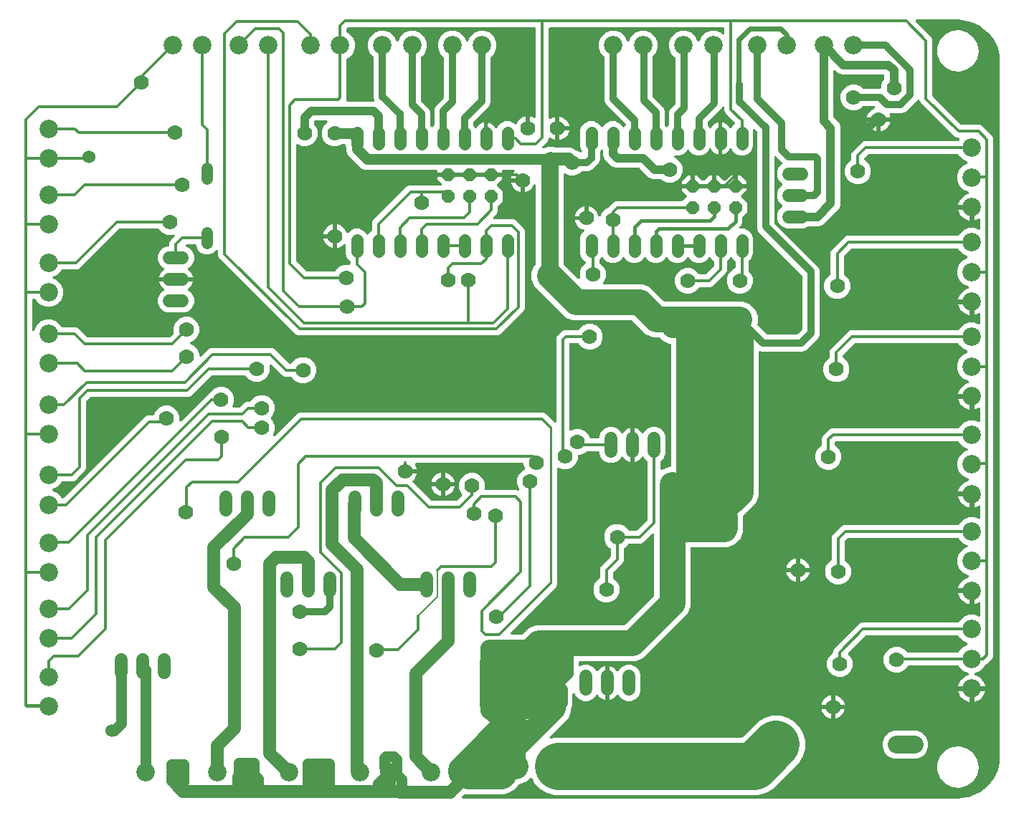
<source format=gbr>
G04 EAGLE Gerber RS-274X export*
G75*
%MOMM*%
%FSLAX34Y34*%
%LPD*%
%INBottom Copper*%
%IPPOS*%
%AMOC8*
5,1,8,0,0,1.08239X$1,22.5*%
G01*
%ADD10C,1.524000*%
%ADD11C,2.184400*%
%ADD12P,1.649562X8X22.500000*%
%ADD13C,1.408000*%
%ADD14R,2.032000X2.032000*%
%ADD15C,2.032000*%
%ADD16C,2.095500*%
%ADD17C,1.320800*%
%ADD18C,0.304800*%
%ADD19C,1.778000*%
%ADD20C,0.812800*%
%ADD21C,1.524000*%
%ADD22C,1.016000*%
%ADD23C,0.254000*%
%ADD24C,0.152400*%
%ADD25C,1.270000*%
%ADD26C,2.540000*%
%ADD27C,3.810000*%
%ADD28C,2.032000*%
%ADD29C,3.048000*%
%ADD30C,0.609600*%
%ADD31C,0.558800*%
%ADD32C,0.406400*%
%ADD33C,5.588000*%

G36*
X1120032Y9657D02*
X1120032Y9657D01*
X1120085Y9655D01*
X1125552Y9962D01*
X1125558Y9963D01*
X1125563Y9963D01*
X1125805Y9998D01*
X1136464Y12431D01*
X1136510Y12447D01*
X1136558Y12455D01*
X1136786Y12544D01*
X1146637Y17287D01*
X1146678Y17313D01*
X1146723Y17332D01*
X1146926Y17469D01*
X1155473Y24285D01*
X1155508Y24320D01*
X1155547Y24348D01*
X1155715Y24527D01*
X1162531Y33074D01*
X1162540Y33088D01*
X1162550Y33099D01*
X1162567Y33127D01*
X1162589Y33152D01*
X1162713Y33363D01*
X1167456Y43214D01*
X1167463Y43231D01*
X1167472Y43247D01*
X1167481Y43276D01*
X1167496Y43302D01*
X1167569Y43536D01*
X1169481Y51911D01*
X1169486Y51960D01*
X1169499Y52007D01*
X1169519Y52250D01*
X1169519Y887750D01*
X1169514Y887798D01*
X1169516Y887846D01*
X1169481Y888089D01*
X1167569Y896464D01*
X1167553Y896510D01*
X1167545Y896558D01*
X1167456Y896786D01*
X1162713Y906637D01*
X1162687Y906678D01*
X1162668Y906723D01*
X1162531Y906926D01*
X1155715Y915473D01*
X1155680Y915508D01*
X1155652Y915547D01*
X1155473Y915715D01*
X1146926Y922531D01*
X1146884Y922557D01*
X1146848Y922589D01*
X1146637Y922713D01*
X1136786Y927456D01*
X1136740Y927472D01*
X1136698Y927496D01*
X1136464Y927569D01*
X1125806Y930002D01*
X1125800Y930003D01*
X1125794Y930004D01*
X1125552Y930038D01*
X1120085Y930345D01*
X1120053Y930343D01*
X1120000Y930347D01*
X1071961Y930347D01*
X1071861Y930336D01*
X1071761Y930334D01*
X1071689Y930316D01*
X1071615Y930307D01*
X1071520Y930273D01*
X1071423Y930249D01*
X1071357Y930215D01*
X1071287Y930190D01*
X1071202Y930135D01*
X1071113Y930089D01*
X1071056Y930041D01*
X1070994Y930001D01*
X1070924Y929929D01*
X1070848Y929863D01*
X1070803Y929804D01*
X1070752Y929750D01*
X1070700Y929664D01*
X1070641Y929583D01*
X1070611Y929515D01*
X1070573Y929451D01*
X1070542Y929355D01*
X1070503Y929263D01*
X1070489Y929190D01*
X1070467Y929119D01*
X1070459Y929019D01*
X1070441Y928920D01*
X1070445Y928846D01*
X1070439Y928772D01*
X1070454Y928672D01*
X1070459Y928572D01*
X1070479Y928501D01*
X1070490Y928427D01*
X1070528Y928334D01*
X1070555Y928237D01*
X1070592Y928172D01*
X1070619Y928103D01*
X1070676Y928021D01*
X1070725Y927933D01*
X1070791Y927857D01*
X1070818Y927817D01*
X1070845Y927793D01*
X1070884Y927747D01*
X1089196Y909435D01*
X1090356Y906634D01*
X1090356Y840594D01*
X1090370Y840469D01*
X1090377Y840343D01*
X1090390Y840296D01*
X1090396Y840248D01*
X1090438Y840129D01*
X1090473Y840008D01*
X1090497Y839966D01*
X1090513Y839920D01*
X1090582Y839814D01*
X1090644Y839704D01*
X1090683Y839657D01*
X1090702Y839627D01*
X1090737Y839594D01*
X1090802Y839517D01*
X1123939Y806380D01*
X1124038Y806302D01*
X1124132Y806217D01*
X1124174Y806194D01*
X1124212Y806164D01*
X1124326Y806110D01*
X1124437Y806048D01*
X1124484Y806035D01*
X1124527Y806015D01*
X1124651Y805988D01*
X1124773Y805954D01*
X1124833Y805949D01*
X1124868Y805941D01*
X1124916Y805942D01*
X1125016Y805934D01*
X1146156Y805934D01*
X1148957Y804774D01*
X1158472Y795259D01*
X1158472Y795258D01*
X1160830Y792901D01*
X1161990Y790100D01*
X1161990Y177733D01*
X1160830Y174932D01*
X1158472Y172575D01*
X1158472Y172574D01*
X1154241Y168344D01*
X1152522Y167632D01*
X1152412Y167570D01*
X1152298Y167516D01*
X1152260Y167486D01*
X1152218Y167462D01*
X1152124Y167377D01*
X1152025Y167299D01*
X1151995Y167261D01*
X1151960Y167228D01*
X1151888Y167124D01*
X1151809Y167025D01*
X1151782Y166971D01*
X1151761Y166941D01*
X1151744Y166897D01*
X1151698Y166807D01*
X1151017Y165164D01*
X1146230Y160376D01*
X1140718Y158093D01*
X1140696Y158081D01*
X1140671Y158073D01*
X1140543Y157996D01*
X1140413Y157924D01*
X1140394Y157907D01*
X1140372Y157894D01*
X1140265Y157790D01*
X1140155Y157690D01*
X1140141Y157669D01*
X1140122Y157651D01*
X1140042Y157526D01*
X1139957Y157403D01*
X1139948Y157379D01*
X1139934Y157358D01*
X1139884Y157217D01*
X1139829Y157079D01*
X1139825Y157054D01*
X1139817Y157030D01*
X1139800Y156881D01*
X1139778Y156734D01*
X1139780Y156709D01*
X1139778Y156683D01*
X1139795Y156536D01*
X1139807Y156387D01*
X1139815Y156362D01*
X1139818Y156337D01*
X1139868Y156197D01*
X1139914Y156055D01*
X1139928Y156033D01*
X1139936Y156009D01*
X1140017Y155884D01*
X1140094Y155757D01*
X1140112Y155738D01*
X1140126Y155717D01*
X1140233Y155613D01*
X1140337Y155507D01*
X1140358Y155493D01*
X1140377Y155475D01*
X1140505Y155399D01*
X1140630Y155318D01*
X1140654Y155310D01*
X1140676Y155297D01*
X1140907Y155215D01*
X1141744Y154990D01*
X1143683Y154187D01*
X1145499Y153138D01*
X1147163Y151862D01*
X1148647Y150378D01*
X1149924Y148714D01*
X1150973Y146897D01*
X1151776Y144959D01*
X1152318Y142933D01*
X1152335Y142803D01*
X1138066Y142803D01*
X1138040Y142800D01*
X1138013Y142803D01*
X1137867Y142781D01*
X1137719Y142764D01*
X1137695Y142755D01*
X1137669Y142751D01*
X1137531Y142696D01*
X1137391Y142646D01*
X1137369Y142632D01*
X1137345Y142622D01*
X1137223Y142538D01*
X1137099Y142457D01*
X1137080Y142438D01*
X1137059Y142423D01*
X1136960Y142313D01*
X1136856Y142206D01*
X1136843Y142184D01*
X1136825Y142164D01*
X1136754Y142034D01*
X1136678Y141907D01*
X1136670Y141882D01*
X1136657Y141859D01*
X1136616Y141716D01*
X1136592Y141640D01*
X1136588Y141651D01*
X1136584Y141677D01*
X1136529Y141815D01*
X1136479Y141954D01*
X1136465Y141977D01*
X1136455Y142001D01*
X1136371Y142122D01*
X1136290Y142247D01*
X1136271Y142266D01*
X1136256Y142287D01*
X1136146Y142386D01*
X1136040Y142489D01*
X1136017Y142503D01*
X1135998Y142521D01*
X1135868Y142592D01*
X1135740Y142668D01*
X1135715Y142676D01*
X1135692Y142689D01*
X1135550Y142729D01*
X1135408Y142775D01*
X1135382Y142777D01*
X1135357Y142784D01*
X1135113Y142803D01*
X1120844Y142803D01*
X1120861Y142933D01*
X1121403Y144959D01*
X1122206Y146897D01*
X1123255Y148714D01*
X1123371Y148865D01*
X1123372Y148866D01*
X1124532Y150378D01*
X1126016Y151862D01*
X1127680Y153138D01*
X1129496Y154187D01*
X1131435Y154990D01*
X1132272Y155215D01*
X1132296Y155224D01*
X1132321Y155229D01*
X1132458Y155288D01*
X1132596Y155343D01*
X1132617Y155357D01*
X1132641Y155367D01*
X1132761Y155457D01*
X1132883Y155541D01*
X1132900Y155560D01*
X1132921Y155575D01*
X1133017Y155689D01*
X1133117Y155800D01*
X1133129Y155822D01*
X1133146Y155841D01*
X1133214Y155974D01*
X1133286Y156104D01*
X1133293Y156129D01*
X1133305Y156152D01*
X1133340Y156296D01*
X1133381Y156440D01*
X1133383Y156465D01*
X1133389Y156490D01*
X1133391Y156639D01*
X1133398Y156788D01*
X1133393Y156813D01*
X1133394Y156838D01*
X1133362Y156984D01*
X1133335Y157130D01*
X1133325Y157154D01*
X1133319Y157179D01*
X1133256Y157313D01*
X1133196Y157450D01*
X1133181Y157470D01*
X1133170Y157494D01*
X1133077Y157610D01*
X1132988Y157729D01*
X1132968Y157746D01*
X1132952Y157766D01*
X1132836Y157858D01*
X1132722Y157954D01*
X1132699Y157966D01*
X1132679Y157982D01*
X1132461Y158093D01*
X1126949Y160376D01*
X1122162Y165164D01*
X1121715Y166243D01*
X1121678Y166310D01*
X1121649Y166381D01*
X1121593Y166462D01*
X1121545Y166548D01*
X1121494Y166604D01*
X1121450Y166667D01*
X1121377Y166733D01*
X1121311Y166806D01*
X1121248Y166849D01*
X1121192Y166901D01*
X1121105Y166948D01*
X1121025Y167004D01*
X1120953Y167032D01*
X1120887Y167069D01*
X1120792Y167096D01*
X1120700Y167132D01*
X1120625Y167143D01*
X1120551Y167164D01*
X1120402Y167176D01*
X1120356Y167183D01*
X1120336Y167181D01*
X1120307Y167183D01*
X1062652Y167183D01*
X1062576Y167175D01*
X1062500Y167176D01*
X1062403Y167155D01*
X1062306Y167144D01*
X1062234Y167118D01*
X1062159Y167101D01*
X1062070Y167059D01*
X1061978Y167026D01*
X1061913Y166985D01*
X1061844Y166952D01*
X1061767Y166890D01*
X1061685Y166837D01*
X1061632Y166782D01*
X1061572Y166734D01*
X1061511Y166657D01*
X1061443Y166586D01*
X1061403Y166521D01*
X1061356Y166461D01*
X1061288Y166328D01*
X1061264Y166287D01*
X1061258Y166269D01*
X1061245Y166243D01*
X1060780Y165121D01*
X1056493Y160834D01*
X1050891Y158514D01*
X1044828Y158514D01*
X1039226Y160834D01*
X1034939Y165121D01*
X1032619Y170723D01*
X1032619Y176786D01*
X1034939Y182388D01*
X1039226Y186675D01*
X1044828Y188995D01*
X1050891Y188995D01*
X1056493Y186675D01*
X1060296Y182871D01*
X1060395Y182792D01*
X1060489Y182708D01*
X1060531Y182684D01*
X1060569Y182654D01*
X1060683Y182600D01*
X1060794Y182539D01*
X1060841Y182526D01*
X1060884Y182506D01*
X1061008Y182479D01*
X1061130Y182445D01*
X1061190Y182440D01*
X1061225Y182432D01*
X1061273Y182433D01*
X1061373Y182425D01*
X1120307Y182425D01*
X1120383Y182434D01*
X1120460Y182433D01*
X1120556Y182454D01*
X1120654Y182465D01*
X1120726Y182491D01*
X1120800Y182507D01*
X1120889Y182549D01*
X1120982Y182582D01*
X1121046Y182624D01*
X1121115Y182657D01*
X1121192Y182718D01*
X1121274Y182771D01*
X1121328Y182826D01*
X1121387Y182874D01*
X1121448Y182951D01*
X1121517Y183022D01*
X1121556Y183088D01*
X1121603Y183148D01*
X1121671Y183281D01*
X1121696Y183321D01*
X1121701Y183339D01*
X1121715Y183365D01*
X1122162Y184445D01*
X1126949Y189232D01*
X1130969Y190897D01*
X1131056Y190946D01*
X1131149Y190986D01*
X1131208Y191030D01*
X1131273Y191066D01*
X1131348Y191134D01*
X1131428Y191194D01*
X1131476Y191250D01*
X1131531Y191300D01*
X1131589Y191383D01*
X1131653Y191460D01*
X1131687Y191526D01*
X1131730Y191587D01*
X1131766Y191680D01*
X1131812Y191770D01*
X1131830Y191842D01*
X1131857Y191911D01*
X1131872Y192011D01*
X1131896Y192108D01*
X1131897Y192182D01*
X1131908Y192256D01*
X1131900Y192356D01*
X1131901Y192457D01*
X1131885Y192529D01*
X1131879Y192603D01*
X1131848Y192699D01*
X1131827Y192797D01*
X1131795Y192864D01*
X1131772Y192935D01*
X1131720Y193021D01*
X1131677Y193112D01*
X1131631Y193170D01*
X1131593Y193234D01*
X1131523Y193306D01*
X1131460Y193384D01*
X1131402Y193430D01*
X1131350Y193484D01*
X1131265Y193538D01*
X1131186Y193600D01*
X1131097Y193646D01*
X1131056Y193672D01*
X1131023Y193684D01*
X1130969Y193711D01*
X1126949Y195376D01*
X1122162Y200164D01*
X1121715Y201243D01*
X1121678Y201310D01*
X1121649Y201381D01*
X1121593Y201462D01*
X1121545Y201548D01*
X1121494Y201604D01*
X1121450Y201667D01*
X1121377Y201733D01*
X1121311Y201806D01*
X1121248Y201849D01*
X1121192Y201901D01*
X1121105Y201948D01*
X1121025Y202004D01*
X1120953Y202032D01*
X1120887Y202069D01*
X1120792Y202096D01*
X1120700Y202132D01*
X1120625Y202143D01*
X1120551Y202164D01*
X1120402Y202176D01*
X1120356Y202183D01*
X1120336Y202181D01*
X1120307Y202183D01*
X1011892Y202183D01*
X1011766Y202169D01*
X1011640Y202162D01*
X1011593Y202149D01*
X1011545Y202144D01*
X1011426Y202101D01*
X1011305Y202066D01*
X1011263Y202042D01*
X1011217Y202026D01*
X1011111Y201957D01*
X1011001Y201896D01*
X1010955Y201856D01*
X1010924Y201837D01*
X1010891Y201802D01*
X1010814Y201737D01*
X991198Y182121D01*
X991182Y182101D01*
X991162Y182084D01*
X991074Y181964D01*
X990982Y181848D01*
X990970Y181824D01*
X990955Y181803D01*
X990896Y181667D01*
X990833Y181533D01*
X990827Y181507D01*
X990817Y181483D01*
X990790Y181337D01*
X990759Y181192D01*
X990760Y181166D01*
X990755Y181140D01*
X990763Y180992D01*
X990765Y180844D01*
X990772Y180818D01*
X990773Y180792D01*
X990814Y180650D01*
X990850Y180506D01*
X990862Y180483D01*
X990870Y180457D01*
X990942Y180328D01*
X991010Y180196D01*
X991027Y180176D01*
X991040Y180153D01*
X991198Y179967D01*
X993851Y177314D01*
X996171Y171712D01*
X996171Y165649D01*
X993851Y160048D01*
X989564Y155760D01*
X983962Y153440D01*
X977899Y153440D01*
X972297Y155760D01*
X968010Y160048D01*
X965690Y165649D01*
X965690Y171712D01*
X968010Y177314D01*
X972297Y181601D01*
X972370Y181631D01*
X972436Y181668D01*
X972507Y181697D01*
X972588Y181753D01*
X972674Y181800D01*
X972731Y181852D01*
X972794Y181895D01*
X972859Y181968D01*
X972932Y182035D01*
X972976Y182098D01*
X973027Y182154D01*
X973075Y182240D01*
X973130Y182321D01*
X973159Y182392D01*
X973195Y182459D01*
X973222Y182554D01*
X973258Y182645D01*
X973269Y182721D01*
X973290Y182795D01*
X973302Y182943D01*
X973309Y182990D01*
X973308Y183009D01*
X973310Y183038D01*
X973310Y184147D01*
X974470Y186948D01*
X1003787Y216265D01*
X1006588Y217425D01*
X1120307Y217425D01*
X1120383Y217434D01*
X1120460Y217433D01*
X1120556Y217454D01*
X1120654Y217465D01*
X1120726Y217491D01*
X1120800Y217507D01*
X1120889Y217549D01*
X1120982Y217582D01*
X1121046Y217624D01*
X1121115Y217657D01*
X1121192Y217718D01*
X1121274Y217771D01*
X1121328Y217826D01*
X1121387Y217874D01*
X1121448Y217951D01*
X1121517Y218022D01*
X1121556Y218088D01*
X1121603Y218148D01*
X1121671Y218281D01*
X1121696Y218321D01*
X1121701Y218339D01*
X1121715Y218365D01*
X1122162Y219445D01*
X1126949Y224232D01*
X1133204Y226823D01*
X1139975Y226823D01*
X1144643Y224889D01*
X1144788Y224848D01*
X1144930Y224802D01*
X1144954Y224800D01*
X1144978Y224794D01*
X1145128Y224786D01*
X1145278Y224774D01*
X1145302Y224778D01*
X1145326Y224777D01*
X1145474Y224804D01*
X1145622Y224826D01*
X1145645Y224835D01*
X1145669Y224839D01*
X1145807Y224899D01*
X1145946Y224955D01*
X1145966Y224969D01*
X1145988Y224978D01*
X1146109Y225068D01*
X1146232Y225154D01*
X1146249Y225172D01*
X1146268Y225186D01*
X1146365Y225301D01*
X1146466Y225412D01*
X1146478Y225434D01*
X1146493Y225452D01*
X1146562Y225586D01*
X1146634Y225718D01*
X1146641Y225741D01*
X1146652Y225762D01*
X1146688Y225908D01*
X1146729Y226053D01*
X1146731Y226082D01*
X1146736Y226101D01*
X1146737Y226148D01*
X1146749Y226297D01*
X1146749Y240123D01*
X1146740Y240198D01*
X1146741Y240274D01*
X1146720Y240371D01*
X1146709Y240469D01*
X1146683Y240540D01*
X1146667Y240614D01*
X1146625Y240704D01*
X1146591Y240797D01*
X1146550Y240861D01*
X1146518Y240929D01*
X1146456Y241007D01*
X1146402Y241090D01*
X1146348Y241143D01*
X1146301Y241202D01*
X1146223Y241263D01*
X1146152Y241332D01*
X1146087Y241371D01*
X1146027Y241418D01*
X1145938Y241460D01*
X1145853Y241511D01*
X1145781Y241534D01*
X1145712Y241566D01*
X1145615Y241587D01*
X1145521Y241617D01*
X1145445Y241623D01*
X1145371Y241639D01*
X1145272Y241637D01*
X1145173Y241645D01*
X1145098Y241634D01*
X1145023Y241633D01*
X1144927Y241608D01*
X1144829Y241594D01*
X1144758Y241566D01*
X1144685Y241547D01*
X1144548Y241482D01*
X1144505Y241465D01*
X1144489Y241454D01*
X1144464Y241442D01*
X1143683Y240991D01*
X1141744Y240188D01*
X1139718Y239645D01*
X1139589Y239628D01*
X1139589Y253898D01*
X1139586Y253924D01*
X1139588Y253950D01*
X1139566Y254097D01*
X1139549Y254244D01*
X1139540Y254269D01*
X1139536Y254295D01*
X1139481Y254433D01*
X1139431Y254572D01*
X1139417Y254594D01*
X1139407Y254619D01*
X1139323Y254740D01*
X1139242Y254865D01*
X1139223Y254883D01*
X1139209Y254905D01*
X1139099Y255004D01*
X1138992Y255107D01*
X1138969Y255121D01*
X1138950Y255138D01*
X1138820Y255210D01*
X1138693Y255286D01*
X1138668Y255294D01*
X1138645Y255307D01*
X1138502Y255347D01*
X1138361Y255392D01*
X1138335Y255394D01*
X1138309Y255402D01*
X1138066Y255421D01*
X1136637Y255421D01*
X1136637Y256850D01*
X1136634Y256876D01*
X1136636Y256902D01*
X1136614Y257049D01*
X1136597Y257196D01*
X1136588Y257221D01*
X1136584Y257247D01*
X1136529Y257385D01*
X1136479Y257524D01*
X1136465Y257547D01*
X1136455Y257571D01*
X1136371Y257692D01*
X1136290Y257817D01*
X1136271Y257836D01*
X1136256Y257857D01*
X1136146Y257956D01*
X1136040Y258059D01*
X1136017Y258073D01*
X1135998Y258091D01*
X1135868Y258162D01*
X1135740Y258238D01*
X1135715Y258246D01*
X1135692Y258259D01*
X1135550Y258299D01*
X1135408Y258345D01*
X1135382Y258347D01*
X1135357Y258354D01*
X1135113Y258373D01*
X1120844Y258373D01*
X1120861Y258503D01*
X1121403Y260529D01*
X1122206Y262467D01*
X1123255Y264284D01*
X1123523Y264632D01*
X1123523Y264633D01*
X1124532Y265948D01*
X1126016Y267432D01*
X1127680Y268708D01*
X1129496Y269757D01*
X1131435Y270560D01*
X1132272Y270785D01*
X1132296Y270794D01*
X1132321Y270799D01*
X1132458Y270858D01*
X1132597Y270913D01*
X1132617Y270927D01*
X1132641Y270937D01*
X1132761Y271026D01*
X1132883Y271111D01*
X1132900Y271130D01*
X1132921Y271145D01*
X1133017Y271259D01*
X1133117Y271370D01*
X1133129Y271392D01*
X1133146Y271411D01*
X1133214Y271544D01*
X1133286Y271674D01*
X1133293Y271699D01*
X1133305Y271722D01*
X1133341Y271866D01*
X1133381Y272010D01*
X1133383Y272035D01*
X1133389Y272060D01*
X1133391Y272209D01*
X1133398Y272358D01*
X1133393Y272383D01*
X1133394Y272408D01*
X1133362Y272554D01*
X1133335Y272700D01*
X1133325Y272724D01*
X1133319Y272749D01*
X1133256Y272883D01*
X1133196Y273020D01*
X1133181Y273040D01*
X1133170Y273064D01*
X1133077Y273180D01*
X1132988Y273299D01*
X1132968Y273316D01*
X1132952Y273336D01*
X1132836Y273428D01*
X1132722Y273524D01*
X1132699Y273536D01*
X1132679Y273552D01*
X1132461Y273663D01*
X1126949Y275946D01*
X1122162Y280734D01*
X1119571Y286989D01*
X1119571Y293759D01*
X1122162Y300015D01*
X1126949Y304802D01*
X1130969Y306467D01*
X1131056Y306516D01*
X1131149Y306556D01*
X1131208Y306600D01*
X1131273Y306636D01*
X1131348Y306704D01*
X1131428Y306764D01*
X1131476Y306820D01*
X1131531Y306870D01*
X1131589Y306953D01*
X1131653Y307030D01*
X1131687Y307096D01*
X1131730Y307157D01*
X1131766Y307250D01*
X1131812Y307340D01*
X1131830Y307412D01*
X1131857Y307481D01*
X1131872Y307581D01*
X1131896Y307678D01*
X1131897Y307752D01*
X1131908Y307826D01*
X1131900Y307926D01*
X1131901Y308027D01*
X1131885Y308099D01*
X1131879Y308173D01*
X1131848Y308269D01*
X1131827Y308367D01*
X1131795Y308434D01*
X1131772Y308505D01*
X1131720Y308591D01*
X1131677Y308682D01*
X1131631Y308740D01*
X1131593Y308804D01*
X1131522Y308876D01*
X1131460Y308954D01*
X1131402Y309000D01*
X1131350Y309054D01*
X1131265Y309108D01*
X1131186Y309170D01*
X1131097Y309216D01*
X1131056Y309242D01*
X1131023Y309254D01*
X1130969Y309281D01*
X1126949Y310946D01*
X1122162Y315734D01*
X1121715Y316813D01*
X1121678Y316880D01*
X1121649Y316951D01*
X1121593Y317032D01*
X1121545Y317118D01*
X1121494Y317174D01*
X1121450Y317237D01*
X1121377Y317303D01*
X1121311Y317376D01*
X1121248Y317419D01*
X1121192Y317471D01*
X1121105Y317518D01*
X1121025Y317574D01*
X1120953Y317602D01*
X1120887Y317639D01*
X1120792Y317666D01*
X1120700Y317702D01*
X1120625Y317713D01*
X1120551Y317734D01*
X1120402Y317746D01*
X1120356Y317753D01*
X1120336Y317751D01*
X1120307Y317753D01*
X991064Y317753D01*
X990938Y317739D01*
X990812Y317732D01*
X990765Y317719D01*
X990717Y317714D01*
X990598Y317671D01*
X990477Y317636D01*
X990435Y317612D01*
X990389Y317596D01*
X990283Y317527D01*
X990173Y317466D01*
X990126Y317426D01*
X990096Y317407D01*
X990063Y317372D01*
X989986Y317307D01*
X986889Y314209D01*
X986810Y314110D01*
X986725Y314017D01*
X986702Y313974D01*
X986672Y313936D01*
X986618Y313822D01*
X986557Y313711D01*
X986544Y313665D01*
X986523Y313621D01*
X986496Y313498D01*
X986462Y313376D01*
X986457Y313315D01*
X986450Y313281D01*
X986450Y313233D01*
X986442Y313132D01*
X986442Y292259D01*
X986451Y292183D01*
X986450Y292107D01*
X986471Y292010D01*
X986482Y291913D01*
X986508Y291841D01*
X986524Y291766D01*
X986567Y291677D01*
X986600Y291585D01*
X986641Y291520D01*
X986674Y291451D01*
X986736Y291374D01*
X986789Y291292D01*
X986844Y291239D01*
X986891Y291179D01*
X986969Y291118D01*
X987039Y291050D01*
X987105Y291010D01*
X987165Y290963D01*
X987298Y290895D01*
X987339Y290871D01*
X987357Y290865D01*
X987383Y290852D01*
X987455Y290822D01*
X991742Y286535D01*
X994062Y280933D01*
X994062Y274870D01*
X991742Y269268D01*
X987455Y264981D01*
X981853Y262661D01*
X975790Y262661D01*
X970188Y264981D01*
X965901Y269268D01*
X963581Y274870D01*
X963581Y280933D01*
X965901Y286535D01*
X970188Y290822D01*
X970261Y290852D01*
X970327Y290889D01*
X970398Y290917D01*
X970479Y290973D01*
X970565Y291021D01*
X970622Y291072D01*
X970685Y291116D01*
X970750Y291189D01*
X970823Y291255D01*
X970867Y291318D01*
X970918Y291375D01*
X970966Y291461D01*
X971022Y291542D01*
X971050Y291613D01*
X971087Y291680D01*
X971113Y291774D01*
X971149Y291866D01*
X971161Y291942D01*
X971181Y292015D01*
X971193Y292164D01*
X971200Y292211D01*
X971199Y292230D01*
X971201Y292259D01*
X971201Y318436D01*
X972361Y321237D01*
X982959Y331835D01*
X985760Y332995D01*
X1120307Y332995D01*
X1120383Y333004D01*
X1120460Y333003D01*
X1120556Y333024D01*
X1120654Y333035D01*
X1120726Y333061D01*
X1120800Y333077D01*
X1120889Y333119D01*
X1120982Y333152D01*
X1121046Y333194D01*
X1121115Y333227D01*
X1121192Y333288D01*
X1121274Y333341D01*
X1121328Y333396D01*
X1121387Y333444D01*
X1121448Y333521D01*
X1121517Y333592D01*
X1121556Y333658D01*
X1121603Y333718D01*
X1121671Y333851D01*
X1121696Y333891D01*
X1121701Y333909D01*
X1121715Y333935D01*
X1122162Y335015D01*
X1126949Y339802D01*
X1133204Y342393D01*
X1139975Y342393D01*
X1144643Y340459D01*
X1144787Y340418D01*
X1144930Y340372D01*
X1144954Y340370D01*
X1144978Y340364D01*
X1145128Y340356D01*
X1145278Y340344D01*
X1145302Y340348D01*
X1145326Y340347D01*
X1145474Y340374D01*
X1145622Y340396D01*
X1145645Y340405D01*
X1145669Y340409D01*
X1145807Y340469D01*
X1145946Y340525D01*
X1145966Y340539D01*
X1145988Y340548D01*
X1146109Y340638D01*
X1146232Y340724D01*
X1146249Y340742D01*
X1146268Y340756D01*
X1146365Y340871D01*
X1146466Y340982D01*
X1146478Y341004D01*
X1146493Y341022D01*
X1146562Y341156D01*
X1146634Y341287D01*
X1146641Y341311D01*
X1146652Y341332D01*
X1146688Y341478D01*
X1146729Y341623D01*
X1146731Y341652D01*
X1146736Y341671D01*
X1146737Y341718D01*
X1146749Y341867D01*
X1146749Y354423D01*
X1146740Y354498D01*
X1146741Y354574D01*
X1146720Y354671D01*
X1146709Y354769D01*
X1146683Y354840D01*
X1146667Y354914D01*
X1146625Y355004D01*
X1146591Y355097D01*
X1146550Y355161D01*
X1146518Y355229D01*
X1146456Y355307D01*
X1146402Y355390D01*
X1146348Y355443D01*
X1146301Y355502D01*
X1146223Y355563D01*
X1146152Y355632D01*
X1146087Y355671D01*
X1146027Y355718D01*
X1145938Y355760D01*
X1145853Y355811D01*
X1145781Y355834D01*
X1145712Y355866D01*
X1145615Y355887D01*
X1145521Y355917D01*
X1145445Y355923D01*
X1145371Y355939D01*
X1145272Y355937D01*
X1145173Y355945D01*
X1145098Y355934D01*
X1145023Y355933D01*
X1144927Y355908D01*
X1144829Y355894D01*
X1144758Y355866D01*
X1144685Y355847D01*
X1144548Y355782D01*
X1144505Y355765D01*
X1144489Y355754D01*
X1144464Y355742D01*
X1143683Y355291D01*
X1141744Y354488D01*
X1139718Y353945D01*
X1139589Y353928D01*
X1139589Y368198D01*
X1139586Y368224D01*
X1139588Y368250D01*
X1139566Y368397D01*
X1139549Y368544D01*
X1139540Y368569D01*
X1139536Y368595D01*
X1139481Y368733D01*
X1139431Y368872D01*
X1139417Y368894D01*
X1139407Y368919D01*
X1139323Y369040D01*
X1139242Y369165D01*
X1139223Y369183D01*
X1139209Y369205D01*
X1139099Y369304D01*
X1138992Y369407D01*
X1138969Y369421D01*
X1138950Y369438D01*
X1138820Y369510D01*
X1138693Y369586D01*
X1138668Y369594D01*
X1138645Y369607D01*
X1138502Y369647D01*
X1138361Y369692D01*
X1138335Y369694D01*
X1138309Y369702D01*
X1138066Y369721D01*
X1136637Y369721D01*
X1136637Y371150D01*
X1136634Y371176D01*
X1136636Y371202D01*
X1136614Y371349D01*
X1136597Y371496D01*
X1136588Y371521D01*
X1136584Y371547D01*
X1136529Y371685D01*
X1136479Y371824D01*
X1136465Y371847D01*
X1136455Y371871D01*
X1136371Y371992D01*
X1136290Y372117D01*
X1136271Y372136D01*
X1136256Y372157D01*
X1136146Y372256D01*
X1136040Y372359D01*
X1136017Y372373D01*
X1135998Y372391D01*
X1135868Y372462D01*
X1135740Y372538D01*
X1135715Y372546D01*
X1135692Y372559D01*
X1135550Y372599D01*
X1135408Y372645D01*
X1135382Y372647D01*
X1135357Y372654D01*
X1135113Y372673D01*
X1120844Y372673D01*
X1120861Y372803D01*
X1121403Y374829D01*
X1122206Y376767D01*
X1123255Y378584D01*
X1123479Y378876D01*
X1123480Y378876D01*
X1123480Y378877D01*
X1124532Y380248D01*
X1126016Y381732D01*
X1127680Y383008D01*
X1129496Y384057D01*
X1131435Y384860D01*
X1132272Y385085D01*
X1132296Y385094D01*
X1132321Y385099D01*
X1132458Y385158D01*
X1132597Y385213D01*
X1132617Y385227D01*
X1132641Y385237D01*
X1132761Y385326D01*
X1132883Y385411D01*
X1132900Y385430D01*
X1132921Y385445D01*
X1133017Y385559D01*
X1133117Y385670D01*
X1133129Y385692D01*
X1133146Y385711D01*
X1133214Y385844D01*
X1133286Y385974D01*
X1133293Y385999D01*
X1133305Y386022D01*
X1133341Y386166D01*
X1133381Y386310D01*
X1133383Y386335D01*
X1133389Y386360D01*
X1133391Y386509D01*
X1133398Y386658D01*
X1133393Y386683D01*
X1133394Y386708D01*
X1133362Y386854D01*
X1133335Y387000D01*
X1133325Y387024D01*
X1133319Y387049D01*
X1133256Y387183D01*
X1133196Y387320D01*
X1133181Y387340D01*
X1133170Y387364D01*
X1133077Y387480D01*
X1132988Y387599D01*
X1132968Y387616D01*
X1132952Y387636D01*
X1132836Y387728D01*
X1132722Y387824D01*
X1132699Y387836D01*
X1132679Y387852D01*
X1132461Y387963D01*
X1126949Y390246D01*
X1122162Y395034D01*
X1119571Y401289D01*
X1119571Y408059D01*
X1122162Y414315D01*
X1126949Y419102D01*
X1130969Y420767D01*
X1131056Y420816D01*
X1131149Y420856D01*
X1131208Y420900D01*
X1131273Y420936D01*
X1131348Y421004D01*
X1131428Y421064D01*
X1131476Y421120D01*
X1131531Y421170D01*
X1131589Y421253D01*
X1131653Y421330D01*
X1131687Y421396D01*
X1131730Y421457D01*
X1131766Y421550D01*
X1131812Y421640D01*
X1131830Y421712D01*
X1131857Y421781D01*
X1131872Y421881D01*
X1131896Y421978D01*
X1131897Y422052D01*
X1131908Y422126D01*
X1131900Y422226D01*
X1131901Y422327D01*
X1131885Y422399D01*
X1131879Y422473D01*
X1131848Y422569D01*
X1131827Y422667D01*
X1131795Y422734D01*
X1131772Y422805D01*
X1131720Y422891D01*
X1131677Y422982D01*
X1131631Y423040D01*
X1131593Y423104D01*
X1131522Y423176D01*
X1131460Y423254D01*
X1131402Y423300D01*
X1131350Y423354D01*
X1131265Y423408D01*
X1131186Y423470D01*
X1131097Y423516D01*
X1131056Y423542D01*
X1131023Y423554D01*
X1130969Y423581D01*
X1126949Y425246D01*
X1122162Y430034D01*
X1121715Y431113D01*
X1121678Y431180D01*
X1121649Y431251D01*
X1121593Y431332D01*
X1121545Y431418D01*
X1121494Y431474D01*
X1121450Y431537D01*
X1121377Y431603D01*
X1121311Y431676D01*
X1121248Y431719D01*
X1121192Y431771D01*
X1121105Y431818D01*
X1121025Y431874D01*
X1120953Y431902D01*
X1120887Y431939D01*
X1120792Y431966D01*
X1120700Y432002D01*
X1120625Y432013D01*
X1120551Y432034D01*
X1120402Y432046D01*
X1120356Y432053D01*
X1120336Y432051D01*
X1120307Y432053D01*
X976586Y432053D01*
X976460Y432039D01*
X976334Y432032D01*
X976287Y432019D01*
X976239Y432014D01*
X976120Y431971D01*
X975999Y431936D01*
X975957Y431912D01*
X975911Y431896D01*
X975805Y431827D01*
X975695Y431766D01*
X975648Y431726D01*
X975618Y431707D01*
X975585Y431672D01*
X975508Y431607D01*
X975423Y431522D01*
X975344Y431423D01*
X975260Y431329D01*
X975236Y431287D01*
X975206Y431249D01*
X975152Y431135D01*
X975091Y431024D01*
X975078Y430977D01*
X975057Y430934D01*
X975031Y430810D01*
X974996Y430688D01*
X974992Y430628D01*
X974984Y430593D01*
X974985Y430545D01*
X974977Y430445D01*
X974977Y428098D01*
X974986Y428022D01*
X974984Y427946D01*
X975005Y427850D01*
X975017Y427752D01*
X975042Y427680D01*
X975059Y427605D01*
X975101Y427516D01*
X975134Y427424D01*
X975176Y427360D01*
X975208Y427290D01*
X975270Y427213D01*
X975323Y427131D01*
X975378Y427078D01*
X975426Y427018D01*
X975503Y426957D01*
X975574Y426889D01*
X975639Y426850D01*
X975699Y426802D01*
X975832Y426734D01*
X975873Y426710D01*
X975891Y426704D01*
X975917Y426691D01*
X975989Y426661D01*
X980276Y422374D01*
X982597Y416772D01*
X982597Y410709D01*
X980276Y405107D01*
X975989Y400820D01*
X970388Y398500D01*
X964324Y398500D01*
X958723Y400820D01*
X954436Y405107D01*
X952115Y410709D01*
X952115Y416772D01*
X954436Y422374D01*
X958723Y426661D01*
X958795Y426691D01*
X958862Y426728D01*
X958933Y426756D01*
X959014Y426812D01*
X959100Y426860D01*
X959156Y426911D01*
X959219Y426955D01*
X959285Y427028D01*
X959358Y427094D01*
X959401Y427157D01*
X959452Y427214D01*
X959500Y427300D01*
X959556Y427381D01*
X959584Y427452D01*
X959621Y427519D01*
X959648Y427613D01*
X959684Y427705D01*
X959695Y427781D01*
X959716Y427854D01*
X959728Y428003D01*
X959735Y428050D01*
X959733Y428069D01*
X959735Y428098D01*
X959735Y435748D01*
X960896Y438549D01*
X968481Y446135D01*
X971282Y447295D01*
X1120307Y447295D01*
X1120383Y447304D01*
X1120460Y447303D01*
X1120556Y447324D01*
X1120654Y447335D01*
X1120726Y447361D01*
X1120800Y447377D01*
X1120889Y447419D01*
X1120982Y447452D01*
X1121046Y447494D01*
X1121115Y447527D01*
X1121192Y447588D01*
X1121274Y447641D01*
X1121328Y447696D01*
X1121387Y447744D01*
X1121448Y447821D01*
X1121517Y447892D01*
X1121556Y447958D01*
X1121603Y448018D01*
X1121671Y448151D01*
X1121696Y448191D01*
X1121701Y448209D01*
X1121715Y448235D01*
X1122162Y449315D01*
X1126949Y454102D01*
X1133204Y456693D01*
X1139975Y456693D01*
X1144643Y454759D01*
X1144787Y454718D01*
X1144930Y454672D01*
X1144954Y454670D01*
X1144978Y454664D01*
X1145128Y454656D01*
X1145278Y454644D01*
X1145302Y454648D01*
X1145326Y454647D01*
X1145474Y454674D01*
X1145622Y454696D01*
X1145645Y454705D01*
X1145669Y454709D01*
X1145807Y454769D01*
X1145946Y454825D01*
X1145966Y454839D01*
X1145988Y454848D01*
X1146109Y454938D01*
X1146232Y455024D01*
X1146249Y455042D01*
X1146268Y455056D01*
X1146365Y455171D01*
X1146466Y455282D01*
X1146478Y455304D01*
X1146493Y455322D01*
X1146562Y455456D01*
X1146634Y455587D01*
X1146641Y455611D01*
X1146652Y455632D01*
X1146688Y455778D01*
X1146729Y455923D01*
X1146731Y455952D01*
X1146736Y455971D01*
X1146737Y456018D01*
X1146749Y456167D01*
X1146749Y469993D01*
X1146740Y470068D01*
X1146741Y470144D01*
X1146720Y470241D01*
X1146709Y470339D01*
X1146683Y470410D01*
X1146667Y470484D01*
X1146625Y470574D01*
X1146591Y470667D01*
X1146550Y470731D01*
X1146518Y470799D01*
X1146456Y470877D01*
X1146402Y470960D01*
X1146348Y471013D01*
X1146301Y471072D01*
X1146223Y471133D01*
X1146152Y471202D01*
X1146087Y471241D01*
X1146027Y471288D01*
X1145938Y471330D01*
X1145853Y471381D01*
X1145781Y471404D01*
X1145712Y471436D01*
X1145615Y471457D01*
X1145521Y471487D01*
X1145445Y471493D01*
X1145371Y471509D01*
X1145272Y471507D01*
X1145173Y471515D01*
X1145098Y471504D01*
X1145023Y471503D01*
X1144927Y471478D01*
X1144829Y471464D01*
X1144758Y471436D01*
X1144685Y471417D01*
X1144548Y471352D01*
X1144505Y471335D01*
X1144489Y471324D01*
X1144464Y471312D01*
X1143683Y470861D01*
X1141744Y470058D01*
X1139718Y469515D01*
X1139589Y469498D01*
X1139589Y483768D01*
X1139586Y483794D01*
X1139588Y483820D01*
X1139566Y483967D01*
X1139549Y484114D01*
X1139540Y484139D01*
X1139536Y484165D01*
X1139481Y484303D01*
X1139431Y484442D01*
X1139417Y484464D01*
X1139407Y484489D01*
X1139323Y484610D01*
X1139242Y484735D01*
X1139223Y484753D01*
X1139209Y484775D01*
X1139099Y484874D01*
X1138992Y484977D01*
X1138969Y484991D01*
X1138950Y485008D01*
X1138820Y485080D01*
X1138693Y485156D01*
X1138668Y485164D01*
X1138645Y485177D01*
X1138502Y485217D01*
X1138361Y485262D01*
X1138335Y485264D01*
X1138309Y485272D01*
X1138066Y485291D01*
X1136637Y485291D01*
X1136637Y486720D01*
X1136634Y486746D01*
X1136636Y486772D01*
X1136614Y486919D01*
X1136597Y487066D01*
X1136588Y487091D01*
X1136584Y487117D01*
X1136529Y487255D01*
X1136479Y487394D01*
X1136465Y487417D01*
X1136455Y487441D01*
X1136371Y487562D01*
X1136290Y487687D01*
X1136271Y487706D01*
X1136256Y487727D01*
X1136146Y487826D01*
X1136040Y487929D01*
X1136017Y487943D01*
X1135998Y487961D01*
X1135868Y488032D01*
X1135740Y488108D01*
X1135715Y488116D01*
X1135692Y488129D01*
X1135550Y488169D01*
X1135408Y488215D01*
X1135382Y488217D01*
X1135357Y488224D01*
X1135113Y488243D01*
X1120844Y488243D01*
X1120861Y488373D01*
X1121403Y490399D01*
X1122206Y492337D01*
X1123255Y494154D01*
X1123631Y494643D01*
X1123631Y494644D01*
X1124532Y495818D01*
X1126016Y497302D01*
X1127680Y498578D01*
X1129496Y499627D01*
X1131435Y500430D01*
X1132272Y500655D01*
X1132296Y500664D01*
X1132321Y500669D01*
X1132458Y500728D01*
X1132596Y500783D01*
X1132617Y500797D01*
X1132641Y500807D01*
X1132761Y500897D01*
X1132883Y500981D01*
X1132900Y501000D01*
X1132921Y501015D01*
X1133017Y501129D01*
X1133117Y501240D01*
X1133129Y501262D01*
X1133146Y501281D01*
X1133214Y501414D01*
X1133286Y501544D01*
X1133293Y501569D01*
X1133305Y501592D01*
X1133340Y501736D01*
X1133381Y501880D01*
X1133383Y501905D01*
X1133389Y501930D01*
X1133391Y502079D01*
X1133398Y502228D01*
X1133393Y502253D01*
X1133394Y502278D01*
X1133362Y502424D01*
X1133335Y502570D01*
X1133325Y502594D01*
X1133319Y502619D01*
X1133256Y502753D01*
X1133196Y502890D01*
X1133181Y502910D01*
X1133170Y502934D01*
X1133077Y503050D01*
X1132988Y503169D01*
X1132968Y503186D01*
X1132952Y503206D01*
X1132836Y503298D01*
X1132722Y503394D01*
X1132699Y503406D01*
X1132679Y503422D01*
X1132461Y503533D01*
X1126949Y505816D01*
X1122162Y510604D01*
X1119571Y516859D01*
X1119571Y523629D01*
X1122162Y529885D01*
X1126949Y534672D01*
X1130969Y536337D01*
X1131056Y536386D01*
X1131149Y536426D01*
X1131208Y536470D01*
X1131273Y536506D01*
X1131348Y536574D01*
X1131428Y536634D01*
X1131476Y536690D01*
X1131531Y536740D01*
X1131589Y536823D01*
X1131653Y536900D01*
X1131687Y536966D01*
X1131730Y537027D01*
X1131766Y537120D01*
X1131812Y537210D01*
X1131830Y537282D01*
X1131857Y537351D01*
X1131872Y537451D01*
X1131896Y537548D01*
X1131897Y537622D01*
X1131908Y537696D01*
X1131900Y537796D01*
X1131901Y537897D01*
X1131885Y537969D01*
X1131879Y538043D01*
X1131848Y538139D01*
X1131827Y538237D01*
X1131795Y538304D01*
X1131772Y538375D01*
X1131720Y538461D01*
X1131677Y538552D01*
X1131631Y538610D01*
X1131593Y538674D01*
X1131522Y538746D01*
X1131460Y538824D01*
X1131402Y538870D01*
X1131350Y538924D01*
X1131265Y538978D01*
X1131186Y539040D01*
X1131097Y539086D01*
X1131056Y539112D01*
X1131023Y539124D01*
X1130969Y539151D01*
X1126949Y540816D01*
X1122162Y545604D01*
X1121715Y546683D01*
X1121678Y546750D01*
X1121649Y546821D01*
X1121593Y546902D01*
X1121545Y546988D01*
X1121494Y547044D01*
X1121450Y547107D01*
X1121377Y547173D01*
X1121311Y547246D01*
X1121248Y547289D01*
X1121192Y547341D01*
X1121105Y547388D01*
X1121025Y547444D01*
X1120953Y547472D01*
X1120887Y547509D01*
X1120792Y547536D01*
X1120700Y547572D01*
X1120625Y547583D01*
X1120551Y547604D01*
X1120402Y547616D01*
X1120356Y547623D01*
X1120336Y547621D01*
X1120307Y547623D01*
X998938Y547623D01*
X998812Y547609D01*
X998686Y547602D01*
X998639Y547589D01*
X998591Y547584D01*
X998472Y547541D01*
X998351Y547506D01*
X998309Y547482D01*
X998263Y547466D01*
X998157Y547397D01*
X998047Y547336D01*
X998000Y547296D01*
X997970Y547277D01*
X997937Y547242D01*
X997860Y547177D01*
X984862Y534179D01*
X984783Y534080D01*
X984699Y533986D01*
X984675Y533944D01*
X984645Y533906D01*
X984591Y533792D01*
X984530Y533681D01*
X984517Y533634D01*
X984496Y533591D01*
X984470Y533467D01*
X984435Y533345D01*
X984430Y533285D01*
X984423Y533250D01*
X984424Y533202D01*
X984416Y533102D01*
X984416Y531530D01*
X984424Y531454D01*
X984423Y531378D01*
X984444Y531282D01*
X984456Y531184D01*
X984481Y531112D01*
X984498Y531037D01*
X984540Y530949D01*
X984573Y530856D01*
X984615Y530792D01*
X984647Y530723D01*
X984709Y530646D01*
X984762Y530563D01*
X984817Y530510D01*
X984865Y530450D01*
X984942Y530389D01*
X985013Y530321D01*
X985078Y530282D01*
X985138Y530234D01*
X985271Y530166D01*
X985312Y530142D01*
X985330Y530136D01*
X985356Y530123D01*
X985428Y530093D01*
X989715Y525806D01*
X992036Y520204D01*
X992036Y514141D01*
X989715Y508539D01*
X985428Y504252D01*
X979827Y501932D01*
X973763Y501932D01*
X968162Y504252D01*
X963875Y508539D01*
X961554Y514141D01*
X961554Y520204D01*
X963875Y525806D01*
X968162Y530093D01*
X968234Y530123D01*
X968301Y530160D01*
X968372Y530188D01*
X968453Y530245D01*
X968538Y530292D01*
X968595Y530344D01*
X968658Y530387D01*
X968724Y530460D01*
X968797Y530526D01*
X968840Y530589D01*
X968891Y530646D01*
X968939Y530732D01*
X968995Y530813D01*
X969023Y530884D01*
X969060Y530951D01*
X969087Y531046D01*
X969123Y531137D01*
X969134Y531213D01*
X969155Y531287D01*
X969167Y531435D01*
X969174Y531482D01*
X969172Y531501D01*
X969174Y531530D01*
X969174Y538405D01*
X970335Y541206D01*
X990833Y561705D01*
X993634Y562865D01*
X1120307Y562865D01*
X1120383Y562874D01*
X1120460Y562873D01*
X1120556Y562894D01*
X1120654Y562905D01*
X1120726Y562931D01*
X1120800Y562947D01*
X1120889Y562989D01*
X1120982Y563022D01*
X1121046Y563064D01*
X1121115Y563097D01*
X1121192Y563158D01*
X1121274Y563211D01*
X1121328Y563266D01*
X1121387Y563314D01*
X1121448Y563391D01*
X1121517Y563462D01*
X1121556Y563528D01*
X1121603Y563588D01*
X1121671Y563721D01*
X1121696Y563761D01*
X1121701Y563779D01*
X1121715Y563805D01*
X1122162Y564885D01*
X1126949Y569672D01*
X1133204Y572263D01*
X1139975Y572263D01*
X1140980Y571847D01*
X1144643Y570329D01*
X1144787Y570288D01*
X1144930Y570242D01*
X1144954Y570240D01*
X1144978Y570234D01*
X1145128Y570226D01*
X1145278Y570214D01*
X1145302Y570218D01*
X1145326Y570217D01*
X1145474Y570244D01*
X1145622Y570266D01*
X1145645Y570275D01*
X1145669Y570279D01*
X1145807Y570339D01*
X1145946Y570395D01*
X1145966Y570409D01*
X1145988Y570418D01*
X1146109Y570508D01*
X1146232Y570594D01*
X1146249Y570612D01*
X1146268Y570626D01*
X1146365Y570741D01*
X1146466Y570852D01*
X1146478Y570874D01*
X1146493Y570892D01*
X1146562Y571026D01*
X1146634Y571157D01*
X1146641Y571181D01*
X1146652Y571202D01*
X1146688Y571348D01*
X1146729Y571493D01*
X1146731Y571522D01*
X1146736Y571541D01*
X1146737Y571588D01*
X1146749Y571737D01*
X1146749Y581753D01*
X1146740Y581828D01*
X1146741Y581904D01*
X1146720Y582001D01*
X1146709Y582099D01*
X1146683Y582170D01*
X1146667Y582244D01*
X1146625Y582334D01*
X1146591Y582427D01*
X1146550Y582491D01*
X1146518Y582559D01*
X1146456Y582637D01*
X1146402Y582720D01*
X1146348Y582773D01*
X1146301Y582832D01*
X1146223Y582893D01*
X1146152Y582962D01*
X1146087Y583001D01*
X1146027Y583048D01*
X1145938Y583090D01*
X1145853Y583141D01*
X1145781Y583164D01*
X1145712Y583196D01*
X1145615Y583217D01*
X1145521Y583247D01*
X1145445Y583253D01*
X1145371Y583269D01*
X1145272Y583267D01*
X1145173Y583275D01*
X1145098Y583264D01*
X1145023Y583263D01*
X1144927Y583238D01*
X1144829Y583224D01*
X1144758Y583196D01*
X1144685Y583177D01*
X1144548Y583112D01*
X1144505Y583095D01*
X1144489Y583084D01*
X1144464Y583072D01*
X1143683Y582621D01*
X1141744Y581818D01*
X1139718Y581275D01*
X1139589Y581258D01*
X1139589Y595528D01*
X1139586Y595554D01*
X1139588Y595580D01*
X1139566Y595727D01*
X1139549Y595874D01*
X1139540Y595899D01*
X1139536Y595925D01*
X1139481Y596063D01*
X1139431Y596202D01*
X1139417Y596224D01*
X1139407Y596249D01*
X1139323Y596370D01*
X1139242Y596495D01*
X1139223Y596513D01*
X1139209Y596535D01*
X1139099Y596634D01*
X1138992Y596737D01*
X1138969Y596751D01*
X1138950Y596768D01*
X1138820Y596840D01*
X1138693Y596916D01*
X1138668Y596924D01*
X1138645Y596937D01*
X1138502Y596977D01*
X1138361Y597022D01*
X1138335Y597024D01*
X1138309Y597032D01*
X1138066Y597051D01*
X1136637Y597051D01*
X1136637Y598480D01*
X1136634Y598506D01*
X1136636Y598532D01*
X1136614Y598679D01*
X1136597Y598826D01*
X1136588Y598851D01*
X1136584Y598877D01*
X1136529Y599015D01*
X1136479Y599154D01*
X1136465Y599177D01*
X1136455Y599201D01*
X1136371Y599322D01*
X1136290Y599447D01*
X1136271Y599466D01*
X1136256Y599487D01*
X1136146Y599586D01*
X1136040Y599689D01*
X1136017Y599703D01*
X1135998Y599721D01*
X1135868Y599792D01*
X1135740Y599868D01*
X1135715Y599876D01*
X1135692Y599889D01*
X1135550Y599929D01*
X1135408Y599975D01*
X1135382Y599977D01*
X1135357Y599984D01*
X1135113Y600003D01*
X1120844Y600003D01*
X1120861Y600133D01*
X1121403Y602159D01*
X1122206Y604097D01*
X1123255Y605914D01*
X1124368Y607364D01*
X1124532Y607578D01*
X1126016Y609062D01*
X1127680Y610338D01*
X1129496Y611387D01*
X1131435Y612190D01*
X1132272Y612415D01*
X1132296Y612424D01*
X1132321Y612429D01*
X1132458Y612488D01*
X1132596Y612543D01*
X1132617Y612557D01*
X1132641Y612567D01*
X1132761Y612657D01*
X1132883Y612741D01*
X1132900Y612760D01*
X1132921Y612775D01*
X1133017Y612889D01*
X1133117Y613000D01*
X1133129Y613022D01*
X1133146Y613041D01*
X1133214Y613174D01*
X1133286Y613304D01*
X1133293Y613329D01*
X1133305Y613352D01*
X1133340Y613496D01*
X1133381Y613640D01*
X1133383Y613665D01*
X1133389Y613690D01*
X1133391Y613839D01*
X1133398Y613988D01*
X1133393Y614013D01*
X1133394Y614038D01*
X1133362Y614184D01*
X1133335Y614330D01*
X1133325Y614354D01*
X1133319Y614379D01*
X1133256Y614513D01*
X1133196Y614650D01*
X1133181Y614670D01*
X1133170Y614694D01*
X1133077Y614810D01*
X1132988Y614929D01*
X1132968Y614946D01*
X1132952Y614966D01*
X1132836Y615058D01*
X1132722Y615154D01*
X1132699Y615166D01*
X1132679Y615182D01*
X1132461Y615293D01*
X1126949Y617576D01*
X1122162Y622364D01*
X1119571Y628619D01*
X1119571Y635389D01*
X1122162Y641645D01*
X1126949Y646432D01*
X1130969Y648097D01*
X1131056Y648146D01*
X1131149Y648186D01*
X1131208Y648230D01*
X1131273Y648266D01*
X1131348Y648334D01*
X1131428Y648394D01*
X1131476Y648450D01*
X1131531Y648500D01*
X1131589Y648583D01*
X1131653Y648660D01*
X1131687Y648726D01*
X1131730Y648787D01*
X1131766Y648880D01*
X1131812Y648970D01*
X1131830Y649042D01*
X1131857Y649111D01*
X1131872Y649211D01*
X1131896Y649308D01*
X1131897Y649382D01*
X1131908Y649456D01*
X1131900Y649556D01*
X1131901Y649657D01*
X1131885Y649729D01*
X1131879Y649803D01*
X1131848Y649899D01*
X1131827Y649997D01*
X1131795Y650064D01*
X1131772Y650135D01*
X1131720Y650221D01*
X1131677Y650312D01*
X1131631Y650370D01*
X1131593Y650434D01*
X1131523Y650506D01*
X1131460Y650584D01*
X1131402Y650630D01*
X1131350Y650684D01*
X1131265Y650738D01*
X1131186Y650800D01*
X1131097Y650846D01*
X1131056Y650872D01*
X1131023Y650884D01*
X1130969Y650911D01*
X1126949Y652576D01*
X1122162Y657364D01*
X1121715Y658443D01*
X1121678Y658510D01*
X1121649Y658581D01*
X1121593Y658662D01*
X1121545Y658748D01*
X1121494Y658804D01*
X1121450Y658867D01*
X1121377Y658933D01*
X1121311Y659006D01*
X1121248Y659049D01*
X1121192Y659101D01*
X1121105Y659148D01*
X1121025Y659204D01*
X1120953Y659232D01*
X1120887Y659269D01*
X1120792Y659296D01*
X1120700Y659332D01*
X1120625Y659343D01*
X1120551Y659364D01*
X1120402Y659376D01*
X1120356Y659383D01*
X1120336Y659381D01*
X1120307Y659383D01*
X994874Y659383D01*
X994748Y659369D01*
X994622Y659362D01*
X994575Y659349D01*
X994527Y659344D01*
X994408Y659301D01*
X994287Y659266D01*
X994245Y659242D01*
X994199Y659226D01*
X994093Y659157D01*
X993983Y659096D01*
X993936Y659056D01*
X993906Y659037D01*
X993873Y659002D01*
X993796Y658937D01*
X985860Y651001D01*
X985782Y650902D01*
X985697Y650808D01*
X985673Y650766D01*
X985643Y650728D01*
X985590Y650614D01*
X985528Y650503D01*
X985515Y650456D01*
X985495Y650413D01*
X985468Y650289D01*
X985434Y650168D01*
X985429Y650107D01*
X985421Y650072D01*
X985422Y650024D01*
X985414Y649924D01*
X985414Y629829D01*
X985423Y629753D01*
X985422Y629677D01*
X985443Y629581D01*
X985454Y629483D01*
X985480Y629411D01*
X985496Y629336D01*
X985538Y629247D01*
X985571Y629155D01*
X985613Y629091D01*
X985646Y629022D01*
X985707Y628945D01*
X985760Y628862D01*
X985815Y628809D01*
X985863Y628749D01*
X985940Y628688D01*
X986011Y628620D01*
X986077Y628581D01*
X986137Y628533D01*
X986270Y628465D01*
X986310Y628441D01*
X986328Y628435D01*
X986354Y628422D01*
X986426Y628392D01*
X990714Y624105D01*
X993034Y618503D01*
X993034Y612440D01*
X990714Y606838D01*
X986426Y602551D01*
X980825Y600231D01*
X974762Y600231D01*
X969160Y602551D01*
X964873Y606838D01*
X962552Y612440D01*
X962552Y618503D01*
X964873Y624105D01*
X969160Y628392D01*
X969232Y628422D01*
X969299Y628459D01*
X969370Y628487D01*
X969451Y628543D01*
X969537Y628591D01*
X969593Y628643D01*
X969656Y628686D01*
X969722Y628759D01*
X969795Y628825D01*
X969838Y628888D01*
X969890Y628945D01*
X969937Y629031D01*
X969993Y629112D01*
X970021Y629183D01*
X970058Y629250D01*
X970085Y629345D01*
X970121Y629436D01*
X970132Y629512D01*
X970153Y629585D01*
X970165Y629734D01*
X970172Y629781D01*
X970170Y629800D01*
X970172Y629829D01*
X970172Y655227D01*
X971333Y658028D01*
X986769Y673465D01*
X989570Y674625D01*
X1120307Y674625D01*
X1120383Y674634D01*
X1120460Y674633D01*
X1120556Y674654D01*
X1120654Y674665D01*
X1120726Y674691D01*
X1120800Y674707D01*
X1120889Y674749D01*
X1120982Y674782D01*
X1121046Y674824D01*
X1121115Y674857D01*
X1121192Y674918D01*
X1121274Y674971D01*
X1121328Y675026D01*
X1121387Y675074D01*
X1121448Y675151D01*
X1121517Y675222D01*
X1121556Y675288D01*
X1121603Y675348D01*
X1121671Y675481D01*
X1121696Y675521D01*
X1121701Y675539D01*
X1121715Y675565D01*
X1122162Y676645D01*
X1126949Y681432D01*
X1133204Y684023D01*
X1139975Y684023D01*
X1144643Y682089D01*
X1144788Y682048D01*
X1144930Y682002D01*
X1144954Y682000D01*
X1144978Y681994D01*
X1145128Y681986D01*
X1145278Y681974D01*
X1145302Y681978D01*
X1145326Y681977D01*
X1145474Y682004D01*
X1145622Y682026D01*
X1145645Y682035D01*
X1145669Y682039D01*
X1145807Y682099D01*
X1145946Y682155D01*
X1145966Y682169D01*
X1145988Y682178D01*
X1146109Y682268D01*
X1146232Y682354D01*
X1146249Y682372D01*
X1146268Y682386D01*
X1146365Y682501D01*
X1146466Y682612D01*
X1146478Y682634D01*
X1146493Y682652D01*
X1146562Y682786D01*
X1146634Y682918D01*
X1146641Y682941D01*
X1146652Y682962D01*
X1146688Y683108D01*
X1146729Y683253D01*
X1146731Y683282D01*
X1146736Y683301D01*
X1146737Y683348D01*
X1146749Y683497D01*
X1146749Y693513D01*
X1146740Y693588D01*
X1146741Y693664D01*
X1146720Y693761D01*
X1146709Y693859D01*
X1146683Y693930D01*
X1146667Y694004D01*
X1146625Y694094D01*
X1146591Y694187D01*
X1146550Y694251D01*
X1146518Y694319D01*
X1146456Y694397D01*
X1146402Y694480D01*
X1146348Y694533D01*
X1146301Y694592D01*
X1146223Y694653D01*
X1146152Y694722D01*
X1146087Y694761D01*
X1146027Y694808D01*
X1145938Y694850D01*
X1145853Y694901D01*
X1145781Y694924D01*
X1145712Y694956D01*
X1145615Y694977D01*
X1145521Y695007D01*
X1145445Y695013D01*
X1145371Y695029D01*
X1145272Y695027D01*
X1145173Y695035D01*
X1145098Y695024D01*
X1145023Y695023D01*
X1144927Y694998D01*
X1144829Y694984D01*
X1144758Y694956D01*
X1144685Y694937D01*
X1144548Y694872D01*
X1144505Y694855D01*
X1144489Y694844D01*
X1144464Y694832D01*
X1143683Y694381D01*
X1141744Y693578D01*
X1139718Y693035D01*
X1139589Y693018D01*
X1139589Y707288D01*
X1139586Y707314D01*
X1139588Y707340D01*
X1139566Y707487D01*
X1139549Y707634D01*
X1139540Y707659D01*
X1139536Y707685D01*
X1139481Y707823D01*
X1139431Y707962D01*
X1139417Y707984D01*
X1139407Y708009D01*
X1139323Y708130D01*
X1139242Y708255D01*
X1139223Y708273D01*
X1139209Y708295D01*
X1139099Y708394D01*
X1138992Y708497D01*
X1138969Y708511D01*
X1138950Y708528D01*
X1138820Y708600D01*
X1138693Y708676D01*
X1138668Y708684D01*
X1138645Y708697D01*
X1138502Y708737D01*
X1138361Y708782D01*
X1138335Y708784D01*
X1138309Y708792D01*
X1138066Y708811D01*
X1136637Y708811D01*
X1136637Y710240D01*
X1136634Y710266D01*
X1136636Y710292D01*
X1136614Y710439D01*
X1136597Y710586D01*
X1136588Y710611D01*
X1136584Y710637D01*
X1136529Y710775D01*
X1136479Y710914D01*
X1136465Y710937D01*
X1136455Y710961D01*
X1136371Y711082D01*
X1136290Y711207D01*
X1136271Y711226D01*
X1136256Y711247D01*
X1136146Y711346D01*
X1136040Y711449D01*
X1136017Y711463D01*
X1135998Y711481D01*
X1135868Y711552D01*
X1135740Y711628D01*
X1135715Y711636D01*
X1135692Y711649D01*
X1135550Y711689D01*
X1135408Y711735D01*
X1135382Y711737D01*
X1135357Y711744D01*
X1135113Y711763D01*
X1120844Y711763D01*
X1120861Y711893D01*
X1121403Y713919D01*
X1122206Y715857D01*
X1123255Y717674D01*
X1123936Y718561D01*
X1124532Y719338D01*
X1126016Y720822D01*
X1127680Y722098D01*
X1129496Y723147D01*
X1131435Y723950D01*
X1132272Y724175D01*
X1132296Y724184D01*
X1132321Y724189D01*
X1132458Y724248D01*
X1132596Y724303D01*
X1132617Y724317D01*
X1132641Y724327D01*
X1132761Y724417D01*
X1132883Y724501D01*
X1132900Y724520D01*
X1132921Y724535D01*
X1133017Y724649D01*
X1133117Y724760D01*
X1133129Y724782D01*
X1133146Y724801D01*
X1133214Y724934D01*
X1133286Y725064D01*
X1133293Y725089D01*
X1133305Y725112D01*
X1133340Y725256D01*
X1133381Y725400D01*
X1133383Y725425D01*
X1133389Y725450D01*
X1133391Y725599D01*
X1133398Y725748D01*
X1133393Y725773D01*
X1133394Y725798D01*
X1133362Y725944D01*
X1133335Y726090D01*
X1133325Y726114D01*
X1133319Y726139D01*
X1133256Y726273D01*
X1133196Y726410D01*
X1133181Y726430D01*
X1133170Y726454D01*
X1133077Y726570D01*
X1132988Y726689D01*
X1132968Y726706D01*
X1132952Y726726D01*
X1132836Y726818D01*
X1132722Y726914D01*
X1132699Y726926D01*
X1132679Y726942D01*
X1132461Y727053D01*
X1126949Y729336D01*
X1122162Y734124D01*
X1119571Y740379D01*
X1119571Y747149D01*
X1122162Y753405D01*
X1126949Y758192D01*
X1130969Y759857D01*
X1131056Y759906D01*
X1131149Y759946D01*
X1131208Y759990D01*
X1131273Y760026D01*
X1131348Y760094D01*
X1131428Y760154D01*
X1131476Y760210D01*
X1131531Y760260D01*
X1131589Y760343D01*
X1131653Y760420D01*
X1131687Y760486D01*
X1131730Y760547D01*
X1131766Y760640D01*
X1131812Y760730D01*
X1131830Y760802D01*
X1131857Y760871D01*
X1131872Y760971D01*
X1131896Y761068D01*
X1131897Y761142D01*
X1131908Y761216D01*
X1131900Y761316D01*
X1131901Y761417D01*
X1131885Y761489D01*
X1131879Y761563D01*
X1131848Y761659D01*
X1131827Y761757D01*
X1131795Y761824D01*
X1131772Y761895D01*
X1131720Y761981D01*
X1131677Y762072D01*
X1131631Y762130D01*
X1131593Y762194D01*
X1131523Y762266D01*
X1131460Y762344D01*
X1131402Y762390D01*
X1131350Y762444D01*
X1131265Y762498D01*
X1131186Y762560D01*
X1131097Y762606D01*
X1131056Y762632D01*
X1131023Y762644D01*
X1130969Y762671D01*
X1126949Y764336D01*
X1122162Y769124D01*
X1121715Y770203D01*
X1121678Y770270D01*
X1121649Y770341D01*
X1121593Y770422D01*
X1121545Y770508D01*
X1121494Y770564D01*
X1121450Y770627D01*
X1121377Y770693D01*
X1121311Y770766D01*
X1121248Y770809D01*
X1121192Y770861D01*
X1121105Y770908D01*
X1121025Y770964D01*
X1120953Y770992D01*
X1120887Y771029D01*
X1120792Y771056D01*
X1120700Y771092D01*
X1120625Y771103D01*
X1120551Y771124D01*
X1120402Y771136D01*
X1120356Y771143D01*
X1120336Y771141D01*
X1120307Y771143D01*
X1014940Y771143D01*
X1014814Y771129D01*
X1014688Y771122D01*
X1014641Y771109D01*
X1014593Y771104D01*
X1014474Y771061D01*
X1014353Y771026D01*
X1014311Y771002D01*
X1014265Y770986D01*
X1014159Y770917D01*
X1014049Y770856D01*
X1014002Y770816D01*
X1013972Y770797D01*
X1013939Y770762D01*
X1013862Y770697D01*
X1010402Y767237D01*
X1010323Y767138D01*
X1010238Y767044D01*
X1010215Y767001D01*
X1010185Y766964D01*
X1010131Y766849D01*
X1010070Y766739D01*
X1010057Y766692D01*
X1010036Y766648D01*
X1010010Y766525D01*
X1009975Y766403D01*
X1009970Y766342D01*
X1009963Y766308D01*
X1009964Y766260D01*
X1009956Y766159D01*
X1009956Y765324D01*
X1009964Y765248D01*
X1009963Y765171D01*
X1009984Y765075D01*
X1009995Y764977D01*
X1010021Y764906D01*
X1010038Y764831D01*
X1010080Y764742D01*
X1010113Y764649D01*
X1010154Y764585D01*
X1010187Y764516D01*
X1010249Y764439D01*
X1010302Y764357D01*
X1010357Y764303D01*
X1010405Y764244D01*
X1010482Y764183D01*
X1010553Y764114D01*
X1010618Y764075D01*
X1010678Y764028D01*
X1010811Y763960D01*
X1010852Y763935D01*
X1010870Y763930D01*
X1010896Y763916D01*
X1010968Y763886D01*
X1015255Y759599D01*
X1017576Y753998D01*
X1017576Y747934D01*
X1015255Y742333D01*
X1010968Y738046D01*
X1005366Y735725D01*
X999303Y735725D01*
X993702Y738046D01*
X989414Y742333D01*
X987094Y747934D01*
X987094Y753998D01*
X989414Y759599D01*
X993702Y763886D01*
X993774Y763916D01*
X993841Y763953D01*
X993912Y763982D01*
X993992Y764038D01*
X994078Y764086D01*
X994135Y764137D01*
X994198Y764181D01*
X994264Y764254D01*
X994337Y764320D01*
X994380Y764383D01*
X994431Y764439D01*
X994479Y764525D01*
X994535Y764606D01*
X994563Y764678D01*
X994600Y764744D01*
X994626Y764839D01*
X994663Y764931D01*
X994674Y765006D01*
X994694Y765080D01*
X994706Y765229D01*
X994713Y765275D01*
X994712Y765295D01*
X994714Y765324D01*
X994714Y771463D01*
X995874Y774264D01*
X1006835Y785225D01*
X1009636Y786385D01*
X1120307Y786385D01*
X1120383Y786394D01*
X1120460Y786393D01*
X1120556Y786414D01*
X1120654Y786425D01*
X1120726Y786451D01*
X1120800Y786467D01*
X1120889Y786509D01*
X1120982Y786542D01*
X1121046Y786584D01*
X1121115Y786617D01*
X1121192Y786678D01*
X1121274Y786731D01*
X1121328Y786786D01*
X1121387Y786834D01*
X1121448Y786911D01*
X1121517Y786982D01*
X1121556Y787047D01*
X1121603Y787107D01*
X1121671Y787241D01*
X1121696Y787281D01*
X1121701Y787299D01*
X1121715Y787325D01*
X1122237Y788586D01*
X1122279Y788732D01*
X1122324Y788874D01*
X1122326Y788898D01*
X1122333Y788922D01*
X1122340Y789072D01*
X1122352Y789222D01*
X1122349Y789245D01*
X1122350Y789270D01*
X1122323Y789417D01*
X1122300Y789566D01*
X1122291Y789589D01*
X1122287Y789612D01*
X1122227Y789751D01*
X1122172Y789890D01*
X1122158Y789910D01*
X1122148Y789932D01*
X1122058Y790053D01*
X1121973Y790176D01*
X1121955Y790192D01*
X1121940Y790212D01*
X1121825Y790309D01*
X1121714Y790410D01*
X1121693Y790421D01*
X1121674Y790437D01*
X1121541Y790505D01*
X1121409Y790578D01*
X1121386Y790585D01*
X1121364Y790596D01*
X1121219Y790632D01*
X1121074Y790673D01*
X1121044Y790675D01*
X1121026Y790680D01*
X1120979Y790681D01*
X1120830Y790693D01*
X1119713Y790693D01*
X1116912Y791853D01*
X1076275Y832490D01*
X1075152Y835200D01*
X1075079Y835332D01*
X1075010Y835465D01*
X1074994Y835484D01*
X1074983Y835505D01*
X1074882Y835616D01*
X1074784Y835731D01*
X1074765Y835745D01*
X1074749Y835763D01*
X1074625Y835849D01*
X1074504Y835938D01*
X1074482Y835947D01*
X1074462Y835961D01*
X1074322Y836016D01*
X1074184Y836076D01*
X1074160Y836080D01*
X1074138Y836089D01*
X1073989Y836111D01*
X1073841Y836138D01*
X1073817Y836136D01*
X1073793Y836140D01*
X1073643Y836127D01*
X1073493Y836120D01*
X1073470Y836113D01*
X1073446Y836111D01*
X1073302Y836065D01*
X1073158Y836023D01*
X1073137Y836011D01*
X1073114Y836004D01*
X1072985Y835926D01*
X1072854Y835853D01*
X1072832Y835834D01*
X1072815Y835824D01*
X1072782Y835791D01*
X1072668Y835694D01*
X1069598Y832625D01*
X1069598Y832624D01*
X1058504Y821531D01*
X1054769Y819984D01*
X1040994Y819984D01*
X1040958Y819980D01*
X1040922Y819982D01*
X1040785Y819960D01*
X1040648Y819944D01*
X1040614Y819932D01*
X1040578Y819926D01*
X1040450Y819873D01*
X1040320Y819826D01*
X1040289Y819807D01*
X1040256Y819793D01*
X1040143Y819713D01*
X1040027Y819637D01*
X1040002Y819612D01*
X1039972Y819591D01*
X1039881Y819486D01*
X1039785Y819387D01*
X1039766Y819356D01*
X1039742Y819329D01*
X1039677Y819207D01*
X1039606Y819088D01*
X1039595Y819053D01*
X1039578Y819022D01*
X1039542Y818888D01*
X1039500Y818756D01*
X1039497Y818720D01*
X1039487Y818685D01*
X1039483Y818547D01*
X1039472Y818408D01*
X1039477Y818373D01*
X1039476Y818337D01*
X1039503Y818201D01*
X1039523Y818064D01*
X1039537Y818030D01*
X1039544Y817995D01*
X1039637Y817769D01*
X1039643Y817757D01*
X1040323Y815665D01*
X1040445Y814893D01*
X1027672Y814893D01*
X1027646Y814890D01*
X1027620Y814892D01*
X1027473Y814870D01*
X1027326Y814853D01*
X1027301Y814844D01*
X1027275Y814841D01*
X1027137Y814786D01*
X1026998Y814736D01*
X1026976Y814722D01*
X1026951Y814712D01*
X1026830Y814627D01*
X1026705Y814547D01*
X1026693Y814534D01*
X1026646Y814579D01*
X1026623Y814593D01*
X1026604Y814610D01*
X1026474Y814682D01*
X1026347Y814758D01*
X1026322Y814766D01*
X1026299Y814779D01*
X1026156Y814819D01*
X1026015Y814864D01*
X1025989Y814866D01*
X1025963Y814874D01*
X1025720Y814893D01*
X1012947Y814893D01*
X1013069Y815665D01*
X1013749Y817757D01*
X1014747Y819716D01*
X1016040Y821495D01*
X1017594Y823050D01*
X1019374Y824343D01*
X1021333Y825341D01*
X1021398Y825362D01*
X1021498Y825408D01*
X1021602Y825445D01*
X1021656Y825480D01*
X1021715Y825507D01*
X1021802Y825574D01*
X1021895Y825634D01*
X1021940Y825681D01*
X1021991Y825720D01*
X1022060Y825805D01*
X1022137Y825885D01*
X1022170Y825940D01*
X1022211Y825990D01*
X1022259Y826089D01*
X1022316Y826184D01*
X1022335Y826245D01*
X1022364Y826304D01*
X1022388Y826411D01*
X1022422Y826516D01*
X1022427Y826580D01*
X1022442Y826643D01*
X1022441Y826754D01*
X1022450Y826863D01*
X1022440Y826927D01*
X1022440Y826992D01*
X1022415Y827099D01*
X1022398Y827208D01*
X1022374Y827268D01*
X1022359Y827331D01*
X1022310Y827429D01*
X1022269Y827532D01*
X1022233Y827585D01*
X1022204Y827643D01*
X1022133Y827727D01*
X1022071Y827818D01*
X1022023Y827861D01*
X1021981Y827911D01*
X1021894Y827977D01*
X1021812Y828051D01*
X1021755Y828083D01*
X1021704Y828122D01*
X1021603Y828166D01*
X1021507Y828220D01*
X1021444Y828237D01*
X1021385Y828264D01*
X1021277Y828285D01*
X1021171Y828315D01*
X1021087Y828321D01*
X1021043Y828330D01*
X1021002Y828328D01*
X1020928Y828334D01*
X1009211Y828334D01*
X1009086Y828320D01*
X1008959Y828313D01*
X1008913Y828300D01*
X1008865Y828294D01*
X1008746Y828252D01*
X1008625Y828217D01*
X1008582Y828193D01*
X1008537Y828177D01*
X1008431Y828108D01*
X1008320Y828047D01*
X1008274Y828007D01*
X1008244Y827988D01*
X1008211Y827953D01*
X1008134Y827888D01*
X1005821Y825574D01*
X1000219Y823254D01*
X994156Y823254D01*
X988554Y825574D01*
X984267Y829862D01*
X981947Y835463D01*
X981947Y841527D01*
X984267Y847128D01*
X988554Y851415D01*
X994156Y853736D01*
X1000219Y853736D01*
X1005821Y851415D01*
X1008134Y849102D01*
X1008233Y849023D01*
X1008327Y848939D01*
X1008369Y848915D01*
X1008407Y848885D01*
X1008521Y848831D01*
X1008632Y848770D01*
X1008679Y848757D01*
X1008722Y848736D01*
X1008846Y848710D01*
X1008967Y848675D01*
X1009028Y848670D01*
X1009063Y848663D01*
X1009111Y848664D01*
X1009211Y848656D01*
X1027988Y848656D01*
X1028015Y848659D01*
X1028041Y848657D01*
X1028187Y848679D01*
X1028335Y848696D01*
X1028359Y848704D01*
X1028385Y848708D01*
X1028523Y848763D01*
X1028663Y848813D01*
X1028685Y848827D01*
X1028709Y848837D01*
X1028831Y848921D01*
X1028956Y849002D01*
X1028974Y849021D01*
X1028995Y849036D01*
X1029094Y849146D01*
X1029198Y849253D01*
X1029211Y849275D01*
X1029229Y849295D01*
X1029300Y849425D01*
X1029377Y849552D01*
X1029385Y849577D01*
X1029397Y849600D01*
X1029438Y849743D01*
X1029483Y849884D01*
X1029485Y849910D01*
X1029492Y849935D01*
X1029512Y850179D01*
X1029512Y852480D01*
X1031832Y858082D01*
X1033129Y859379D01*
X1033208Y859478D01*
X1033293Y859572D01*
X1033316Y859615D01*
X1033346Y859652D01*
X1033400Y859767D01*
X1033461Y859877D01*
X1033474Y859924D01*
X1033495Y859967D01*
X1033522Y860091D01*
X1033556Y860213D01*
X1033561Y860273D01*
X1033568Y860308D01*
X1033568Y860356D01*
X1033576Y860456D01*
X1033576Y863927D01*
X1033573Y863953D01*
X1033575Y863979D01*
X1033553Y864126D01*
X1033536Y864273D01*
X1033527Y864297D01*
X1033523Y864323D01*
X1033468Y864461D01*
X1033418Y864601D01*
X1033404Y864623D01*
X1033394Y864647D01*
X1033310Y864769D01*
X1033229Y864894D01*
X1033210Y864912D01*
X1033195Y864933D01*
X1033086Y865033D01*
X1032979Y865136D01*
X1032956Y865149D01*
X1032937Y865167D01*
X1032807Y865239D01*
X1032680Y865315D01*
X1032655Y865323D01*
X1032632Y865335D01*
X1032489Y865376D01*
X1032348Y865421D01*
X1032321Y865423D01*
X1032296Y865430D01*
X1032052Y865450D01*
X987877Y865450D01*
X983128Y865450D01*
X979020Y867151D01*
X975964Y870207D01*
X975886Y870269D01*
X975814Y870339D01*
X975750Y870377D01*
X975691Y870424D01*
X975601Y870466D01*
X975514Y870518D01*
X975444Y870541D01*
X975376Y870572D01*
X975278Y870594D01*
X975183Y870624D01*
X975108Y870630D01*
X975036Y870646D01*
X974935Y870644D01*
X974835Y870652D01*
X974762Y870641D01*
X974687Y870640D01*
X974590Y870615D01*
X974491Y870601D01*
X974421Y870573D01*
X974349Y870555D01*
X974260Y870509D01*
X974167Y870472D01*
X974106Y870429D01*
X974039Y870395D01*
X973963Y870330D01*
X973880Y870273D01*
X973831Y870218D01*
X973774Y870169D01*
X973714Y870089D01*
X973647Y870014D01*
X973611Y869949D01*
X973567Y869889D01*
X973527Y869797D01*
X973479Y869709D01*
X973458Y869637D01*
X973429Y869569D01*
X973411Y869470D01*
X973384Y869374D01*
X973376Y869274D01*
X973367Y869226D01*
X973369Y869190D01*
X973364Y869130D01*
X973364Y815354D01*
X973379Y815228D01*
X973385Y815102D01*
X973398Y815056D01*
X973404Y815008D01*
X973447Y814889D01*
X973482Y814767D01*
X973505Y814725D01*
X973521Y814680D01*
X973590Y814574D01*
X973652Y814463D01*
X973691Y814417D01*
X973711Y814387D01*
X973745Y814353D01*
X973810Y814277D01*
X979552Y808536D01*
X981253Y804428D01*
X981253Y710827D01*
X979552Y706719D01*
X960696Y687863D01*
X956588Y686162D01*
X944590Y686162D01*
X944464Y686147D01*
X944338Y686141D01*
X944292Y686127D01*
X944244Y686122D01*
X944125Y686079D01*
X944003Y686044D01*
X943961Y686021D01*
X943916Y686004D01*
X943809Y685936D01*
X943699Y685874D01*
X943653Y685835D01*
X943623Y685815D01*
X943589Y685781D01*
X943513Y685716D01*
X943507Y685710D01*
X938466Y683622D01*
X917769Y683622D01*
X912727Y685710D01*
X908869Y689569D01*
X906781Y694610D01*
X906781Y700067D01*
X908869Y705109D01*
X912722Y708961D01*
X912738Y708982D01*
X912758Y708999D01*
X912846Y709119D01*
X912939Y709234D01*
X912950Y709258D01*
X912965Y709279D01*
X913024Y709416D01*
X913087Y709550D01*
X913093Y709575D01*
X913103Y709599D01*
X913130Y709746D01*
X913161Y709890D01*
X913160Y709916D01*
X913165Y709942D01*
X913157Y710091D01*
X913155Y710239D01*
X913148Y710264D01*
X913147Y710290D01*
X913106Y710433D01*
X913070Y710577D01*
X913058Y710600D01*
X913051Y710625D01*
X912978Y710755D01*
X912910Y710887D01*
X912893Y710907D01*
X912880Y710929D01*
X912722Y711116D01*
X908869Y714969D01*
X906781Y720010D01*
X906781Y725467D01*
X908869Y730509D01*
X912722Y734361D01*
X912738Y734382D01*
X912758Y734399D01*
X912846Y734519D01*
X912939Y734634D01*
X912950Y734658D01*
X912965Y734679D01*
X913024Y734816D01*
X913087Y734950D01*
X913093Y734975D01*
X913103Y734999D01*
X913130Y735146D01*
X913161Y735290D01*
X913160Y735316D01*
X913165Y735342D01*
X913157Y735491D01*
X913155Y735639D01*
X913148Y735664D01*
X913147Y735690D01*
X913106Y735833D01*
X913070Y735977D01*
X913058Y736000D01*
X913051Y736025D01*
X912978Y736155D01*
X912910Y736287D01*
X912893Y736307D01*
X912880Y736329D01*
X912722Y736516D01*
X908869Y740369D01*
X906781Y745410D01*
X906781Y750867D01*
X908869Y755909D01*
X912545Y759585D01*
X912562Y759605D01*
X912582Y759623D01*
X912670Y759742D01*
X912762Y759858D01*
X912773Y759882D01*
X912789Y759903D01*
X912848Y760039D01*
X912911Y760173D01*
X912916Y760199D01*
X912927Y760223D01*
X912953Y760369D01*
X912984Y760514D01*
X912984Y760540D01*
X912989Y760566D01*
X912981Y760714D01*
X912978Y760862D01*
X912972Y760888D01*
X912971Y760914D01*
X912930Y761056D01*
X912893Y761200D01*
X912881Y761224D01*
X912874Y761249D01*
X912802Y761378D01*
X912734Y761510D01*
X912717Y761530D01*
X912704Y761553D01*
X912545Y761739D01*
X911597Y762688D01*
X906317Y767968D01*
X906316Y767968D01*
X905954Y768331D01*
X905875Y768394D01*
X905803Y768463D01*
X905739Y768502D01*
X905681Y768548D01*
X905590Y768591D01*
X905503Y768642D01*
X905433Y768665D01*
X905365Y768697D01*
X905267Y768718D01*
X905172Y768748D01*
X905097Y768754D01*
X905025Y768770D01*
X904924Y768768D01*
X904824Y768776D01*
X904751Y768765D01*
X904676Y768764D01*
X904579Y768740D01*
X904480Y768725D01*
X904410Y768697D01*
X904338Y768679D01*
X904249Y768633D01*
X904156Y768596D01*
X904095Y768554D01*
X904028Y768519D01*
X903952Y768454D01*
X903869Y768397D01*
X903820Y768342D01*
X903763Y768294D01*
X903703Y768213D01*
X903636Y768138D01*
X903600Y768073D01*
X903556Y768013D01*
X903516Y767921D01*
X903468Y767833D01*
X903447Y767762D01*
X903418Y767693D01*
X903400Y767595D01*
X903373Y767498D01*
X903365Y767398D01*
X903356Y767350D01*
X903358Y767315D01*
X903353Y767254D01*
X903353Y690458D01*
X903368Y690333D01*
X903374Y690206D01*
X903387Y690160D01*
X903393Y690112D01*
X903436Y689993D01*
X903471Y689872D01*
X903494Y689829D01*
X903510Y689784D01*
X903579Y689678D01*
X903641Y689567D01*
X903680Y689521D01*
X903700Y689491D01*
X903734Y689458D01*
X903799Y689381D01*
X952087Y641093D01*
X955159Y638021D01*
X956706Y634286D01*
X956706Y557599D01*
X955159Y553864D01*
X940886Y539591D01*
X937151Y538044D01*
X888120Y538044D01*
X887216Y538418D01*
X887071Y538459D01*
X886928Y538505D01*
X886904Y538507D01*
X886881Y538514D01*
X886730Y538521D01*
X886581Y538533D01*
X886557Y538530D01*
X886533Y538531D01*
X886385Y538504D01*
X886236Y538481D01*
X886214Y538473D01*
X886190Y538468D01*
X886052Y538408D01*
X885912Y538353D01*
X885893Y538339D01*
X885870Y538329D01*
X885749Y538240D01*
X885626Y538154D01*
X885610Y538136D01*
X885591Y538121D01*
X885493Y538006D01*
X885393Y537895D01*
X885381Y537874D01*
X885365Y537855D01*
X885297Y537722D01*
X885224Y537590D01*
X885218Y537567D01*
X885207Y537545D01*
X885170Y537399D01*
X885129Y537255D01*
X885127Y537225D01*
X885123Y537207D01*
X885122Y537160D01*
X885110Y537011D01*
X885110Y366936D01*
X881861Y359094D01*
X867251Y344483D01*
X867172Y344384D01*
X867088Y344290D01*
X867064Y344248D01*
X867034Y344210D01*
X866980Y344096D01*
X866919Y343985D01*
X866906Y343938D01*
X866885Y343895D01*
X866859Y343771D01*
X866824Y343650D01*
X866819Y343589D01*
X866812Y343554D01*
X866813Y343506D01*
X866805Y343406D01*
X866805Y324935D01*
X863556Y317093D01*
X862694Y316230D01*
X862693Y316230D01*
X856477Y310014D01*
X848635Y306765D01*
X805992Y306765D01*
X805966Y306762D01*
X805940Y306765D01*
X805793Y306743D01*
X805646Y306726D01*
X805622Y306717D01*
X805596Y306713D01*
X805458Y306658D01*
X805318Y306608D01*
X805296Y306594D01*
X805272Y306584D01*
X805150Y306500D01*
X805025Y306419D01*
X805007Y306400D01*
X804985Y306385D01*
X804886Y306275D01*
X804783Y306168D01*
X804770Y306146D01*
X804752Y306126D01*
X804680Y305997D01*
X804604Y305869D01*
X804596Y305844D01*
X804584Y305821D01*
X804543Y305678D01*
X804498Y305537D01*
X804496Y305511D01*
X804489Y305486D01*
X804469Y305242D01*
X804469Y236491D01*
X801221Y228649D01*
X754006Y181435D01*
X754006Y181434D01*
X747790Y175218D01*
X739948Y171970D01*
X673912Y171970D01*
X673886Y171967D01*
X673860Y171969D01*
X673713Y171947D01*
X673566Y171930D01*
X673542Y171921D01*
X673516Y171917D01*
X673378Y171862D01*
X673238Y171812D01*
X673216Y171798D01*
X673192Y171789D01*
X673070Y171704D01*
X672945Y171623D01*
X672927Y171605D01*
X672905Y171590D01*
X672806Y171480D01*
X672703Y171373D01*
X672690Y171350D01*
X672672Y171331D01*
X672600Y171201D01*
X672524Y171074D01*
X672516Y171049D01*
X672504Y171026D01*
X672463Y170883D01*
X672418Y170742D01*
X672416Y170716D01*
X672409Y170690D01*
X672389Y170447D01*
X672389Y167461D01*
X672406Y167312D01*
X672419Y167161D01*
X672426Y167138D01*
X672429Y167114D01*
X672480Y166973D01*
X672526Y166830D01*
X672538Y166809D01*
X672546Y166786D01*
X672628Y166660D01*
X672706Y166531D01*
X672722Y166514D01*
X672736Y166493D01*
X672844Y166389D01*
X672948Y166281D01*
X672969Y166268D01*
X672986Y166251D01*
X673115Y166174D01*
X673242Y166093D01*
X673265Y166085D01*
X673285Y166072D01*
X673428Y166027D01*
X673570Y165976D01*
X673594Y165974D01*
X673617Y165966D01*
X673767Y165954D01*
X673916Y165937D01*
X673941Y165940D01*
X673965Y165938D01*
X674113Y165961D01*
X674263Y165978D01*
X674290Y165987D01*
X674309Y165990D01*
X674353Y166007D01*
X674495Y166053D01*
X678166Y167574D01*
X683623Y167574D01*
X688664Y165485D01*
X692523Y161627D01*
X692832Y160881D01*
X692878Y160797D01*
X692916Y160709D01*
X692963Y160645D01*
X693001Y160576D01*
X693065Y160505D01*
X693122Y160428D01*
X693182Y160377D01*
X693235Y160318D01*
X693314Y160264D01*
X693387Y160201D01*
X693457Y160165D01*
X693522Y160120D01*
X693611Y160085D01*
X693696Y160041D01*
X693772Y160021D01*
X693846Y159992D01*
X693941Y159978D01*
X694033Y159954D01*
X694113Y159953D01*
X694191Y159941D01*
X694286Y159949D01*
X694382Y159947D01*
X694459Y159964D01*
X694538Y159970D01*
X694629Y159999D01*
X694723Y160019D01*
X694795Y160053D01*
X694870Y160077D01*
X694952Y160126D01*
X695038Y160167D01*
X695101Y160216D01*
X695169Y160257D01*
X695237Y160323D01*
X695312Y160383D01*
X695383Y160465D01*
X695419Y160500D01*
X695436Y160527D01*
X695471Y160568D01*
X696607Y162131D01*
X698020Y163545D01*
X699638Y164720D01*
X701419Y165627D01*
X703320Y166245D01*
X703755Y166314D01*
X703755Y147253D01*
X703758Y147227D01*
X703756Y147201D01*
X703778Y147054D01*
X703795Y146907D01*
X703804Y146882D01*
X703808Y146856D01*
X703862Y146719D01*
X703912Y146579D01*
X703927Y146557D01*
X703936Y146532D01*
X704021Y146411D01*
X704101Y146286D01*
X704120Y146268D01*
X704135Y146246D01*
X704151Y146232D01*
X704069Y146147D01*
X704056Y146124D01*
X704038Y146105D01*
X703966Y145975D01*
X703890Y145848D01*
X703882Y145823D01*
X703869Y145800D01*
X703829Y145657D01*
X703784Y145516D01*
X703782Y145490D01*
X703775Y145465D01*
X703755Y145221D01*
X703755Y126160D01*
X703320Y126229D01*
X701419Y126847D01*
X699638Y127754D01*
X698020Y128929D01*
X696607Y130343D01*
X695471Y131906D01*
X695407Y131976D01*
X695350Y132053D01*
X695289Y132104D01*
X695236Y132162D01*
X695157Y132216D01*
X695084Y132278D01*
X695013Y132314D01*
X694948Y132359D01*
X694859Y132393D01*
X694773Y132437D01*
X694697Y132456D01*
X694623Y132484D01*
X694528Y132498D01*
X694435Y132521D01*
X694356Y132522D01*
X694278Y132533D01*
X694183Y132524D01*
X694087Y132526D01*
X694009Y132509D01*
X693931Y132502D01*
X693840Y132472D01*
X693746Y132452D01*
X693675Y132417D01*
X693600Y132393D01*
X693518Y132343D01*
X693432Y132302D01*
X693370Y132252D01*
X693302Y132211D01*
X693234Y132144D01*
X693159Y132084D01*
X693110Y132022D01*
X693054Y131967D01*
X693002Y131886D01*
X692943Y131811D01*
X692894Y131714D01*
X692867Y131672D01*
X692856Y131641D01*
X692832Y131593D01*
X692523Y130847D01*
X688664Y126989D01*
X683623Y124900D01*
X678166Y124900D01*
X673124Y126989D01*
X669266Y130847D01*
X668278Y133231D01*
X668254Y133275D01*
X668237Y133323D01*
X668169Y133427D01*
X668109Y133536D01*
X668075Y133573D01*
X668048Y133616D01*
X667958Y133702D01*
X667875Y133794D01*
X667833Y133823D01*
X667797Y133858D01*
X667690Y133922D01*
X667588Y133992D01*
X667541Y134011D01*
X667498Y134037D01*
X667380Y134075D01*
X667264Y134120D01*
X667214Y134127D01*
X667166Y134143D01*
X667042Y134153D01*
X666919Y134171D01*
X666869Y134167D01*
X666819Y134171D01*
X666696Y134152D01*
X666572Y134142D01*
X666524Y134127D01*
X666474Y134119D01*
X666359Y134073D01*
X666240Y134035D01*
X666197Y134009D01*
X666150Y133990D01*
X666048Y133920D01*
X665942Y133855D01*
X665905Y133820D01*
X665864Y133791D01*
X665781Y133699D01*
X665692Y133612D01*
X665664Y133570D01*
X665631Y133533D01*
X665571Y133424D01*
X665503Y133319D01*
X665486Y133272D01*
X665462Y133228D01*
X665428Y133108D01*
X665387Y132991D01*
X665381Y132941D01*
X665367Y132892D01*
X665348Y132648D01*
X665348Y120240D01*
X663724Y116320D01*
X663723Y116318D01*
X663722Y116316D01*
X663675Y116149D01*
X663628Y115985D01*
X663628Y115983D01*
X663627Y115981D01*
X663608Y115737D01*
X663608Y112296D01*
X660746Y105387D01*
X655245Y99885D01*
X655244Y99885D01*
X638641Y83282D01*
X638563Y83184D01*
X638479Y83091D01*
X638455Y83048D01*
X638424Y83009D01*
X638371Y82896D01*
X638310Y82786D01*
X638297Y82739D01*
X638276Y82694D01*
X638249Y82572D01*
X638215Y82451D01*
X638213Y82401D01*
X638202Y82353D01*
X638204Y82228D01*
X638198Y82103D01*
X638207Y82054D01*
X638208Y82005D01*
X638239Y81883D01*
X638261Y81760D01*
X638281Y81715D01*
X638293Y81667D01*
X638350Y81555D01*
X638400Y81441D01*
X638430Y81401D01*
X638453Y81357D01*
X638534Y81261D01*
X638608Y81161D01*
X638646Y81129D01*
X638679Y81091D01*
X638779Y81017D01*
X638875Y80936D01*
X638919Y80914D01*
X638959Y80884D01*
X639074Y80835D01*
X639185Y80778D01*
X639233Y80766D01*
X639279Y80746D01*
X639402Y80724D01*
X639523Y80694D01*
X639573Y80693D01*
X639622Y80684D01*
X639747Y80691D01*
X639872Y80689D01*
X639933Y80701D01*
X639970Y80702D01*
X640016Y80716D01*
X640112Y80733D01*
X643983Y81771D01*
X865340Y81771D01*
X865466Y81785D01*
X865592Y81792D01*
X865638Y81805D01*
X865686Y81810D01*
X865805Y81853D01*
X865927Y81888D01*
X865969Y81912D01*
X866015Y81928D01*
X866121Y81997D01*
X866231Y82058D01*
X866277Y82098D01*
X866307Y82117D01*
X866341Y82152D01*
X866417Y82217D01*
X884915Y100715D01*
X892677Y105196D01*
X901333Y107515D01*
X910295Y107515D01*
X918952Y105196D01*
X926714Y100715D01*
X933050Y94378D01*
X937532Y86616D01*
X939851Y77960D01*
X939851Y68998D01*
X937532Y60341D01*
X933050Y52579D01*
X900969Y20498D01*
X893207Y16017D01*
X884551Y13697D01*
X643983Y13697D01*
X635327Y16017D01*
X627565Y20498D01*
X621228Y26835D01*
X617284Y33667D01*
X617253Y33708D01*
X617230Y33753D01*
X617150Y33847D01*
X617076Y33947D01*
X617037Y33980D01*
X617004Y34019D01*
X616905Y34092D01*
X616810Y34172D01*
X616765Y34195D01*
X616724Y34226D01*
X616610Y34275D01*
X616500Y34331D01*
X616451Y34344D01*
X616404Y34364D01*
X616282Y34386D01*
X616162Y34416D01*
X616111Y34416D01*
X616061Y34425D01*
X615937Y34419D01*
X615814Y34421D01*
X615764Y34410D01*
X615713Y34407D01*
X615594Y34373D01*
X615473Y34347D01*
X615427Y34325D01*
X615378Y34311D01*
X615270Y34251D01*
X615158Y34198D01*
X615118Y34166D01*
X615074Y34141D01*
X614888Y33982D01*
X610551Y29645D01*
X602709Y26397D01*
X602318Y26397D01*
X602168Y26380D01*
X602018Y26367D01*
X601995Y26360D01*
X601972Y26357D01*
X601830Y26306D01*
X601686Y26260D01*
X601666Y26248D01*
X601644Y26240D01*
X601517Y26158D01*
X601388Y26080D01*
X601371Y26063D01*
X601351Y26051D01*
X601246Y25942D01*
X601138Y25837D01*
X601122Y25813D01*
X601109Y25800D01*
X601085Y25760D01*
X600999Y25636D01*
X600183Y24222D01*
X595501Y19540D01*
X589767Y16229D01*
X583371Y14516D01*
X540003Y14516D01*
X538930Y14803D01*
X538781Y14825D01*
X538632Y14852D01*
X538608Y14851D01*
X538585Y14854D01*
X538435Y14842D01*
X538284Y14834D01*
X538261Y14828D01*
X538238Y14826D01*
X538094Y14780D01*
X537949Y14738D01*
X537928Y14726D01*
X537906Y14719D01*
X537777Y14641D01*
X537645Y14568D01*
X537623Y14549D01*
X537607Y14540D01*
X537574Y14507D01*
X537459Y14409D01*
X535303Y12253D01*
X535240Y12175D01*
X535170Y12102D01*
X535132Y12038D01*
X535086Y11980D01*
X535043Y11889D01*
X534992Y11803D01*
X534969Y11732D01*
X534937Y11665D01*
X534916Y11567D01*
X534885Y11471D01*
X534879Y11397D01*
X534864Y11324D01*
X534865Y11224D01*
X534857Y11124D01*
X534868Y11050D01*
X534870Y10976D01*
X534894Y10879D01*
X534909Y10779D01*
X534937Y10710D01*
X534955Y10638D01*
X535001Y10549D01*
X535038Y10455D01*
X535080Y10394D01*
X535114Y10328D01*
X535179Y10252D01*
X535237Y10169D01*
X535292Y10119D01*
X535340Y10063D01*
X535421Y10003D01*
X535496Y9936D01*
X535561Y9900D01*
X535620Y9856D01*
X535713Y9816D01*
X535801Y9767D01*
X535872Y9747D01*
X535940Y9718D01*
X536039Y9700D01*
X536136Y9672D01*
X536236Y9664D01*
X536284Y9656D01*
X536319Y9658D01*
X536380Y9653D01*
X1120000Y9653D01*
X1120032Y9657D01*
G37*
G36*
X605999Y203654D02*
X605999Y203654D01*
X606125Y203660D01*
X606172Y203674D01*
X606220Y203679D01*
X606339Y203722D01*
X606460Y203757D01*
X606502Y203780D01*
X606548Y203797D01*
X606654Y203865D01*
X606764Y203927D01*
X606811Y203966D01*
X606841Y203986D01*
X606874Y204020D01*
X606951Y204085D01*
X614260Y211395D01*
X622102Y214643D01*
X726235Y214643D01*
X726361Y214658D01*
X726487Y214664D01*
X726533Y214678D01*
X726581Y214683D01*
X726700Y214726D01*
X726822Y214761D01*
X726864Y214784D01*
X726909Y214801D01*
X727015Y214869D01*
X727126Y214931D01*
X727172Y214970D01*
X727202Y214990D01*
X727236Y215024D01*
X727312Y215089D01*
X761349Y249127D01*
X761428Y249226D01*
X761513Y249320D01*
X761536Y249362D01*
X761566Y249400D01*
X761620Y249514D01*
X761681Y249625D01*
X761694Y249671D01*
X761715Y249715D01*
X761742Y249838D01*
X761776Y249960D01*
X761781Y250021D01*
X761788Y250056D01*
X761788Y250104D01*
X761796Y250204D01*
X761796Y321404D01*
X761784Y321504D01*
X761782Y321604D01*
X761764Y321676D01*
X761756Y321750D01*
X761722Y321845D01*
X761697Y321942D01*
X761663Y322008D01*
X761638Y322078D01*
X761584Y322163D01*
X761538Y322252D01*
X761490Y322309D01*
X761449Y322371D01*
X761377Y322441D01*
X761312Y322517D01*
X761252Y322562D01*
X761199Y322613D01*
X761112Y322665D01*
X761032Y322724D01*
X760963Y322754D01*
X760900Y322792D01*
X760804Y322823D01*
X760712Y322862D01*
X760638Y322876D01*
X760568Y322898D01*
X760468Y322906D01*
X760369Y322924D01*
X760294Y322920D01*
X760220Y322926D01*
X760121Y322911D01*
X760021Y322906D01*
X759949Y322886D01*
X759876Y322875D01*
X759782Y322837D01*
X759686Y322810D01*
X759621Y322773D01*
X759552Y322746D01*
X759469Y322689D01*
X759382Y322640D01*
X759305Y322574D01*
X759266Y322547D01*
X759242Y322520D01*
X759195Y322481D01*
X749132Y312418D01*
X746331Y311258D01*
X732290Y311258D01*
X732214Y311249D01*
X732138Y311250D01*
X732042Y311229D01*
X731944Y311218D01*
X731872Y311192D01*
X731797Y311176D01*
X731708Y311134D01*
X731616Y311100D01*
X731552Y311059D01*
X731482Y311026D01*
X731405Y310965D01*
X731323Y310911D01*
X731270Y310856D01*
X731210Y310809D01*
X731149Y310732D01*
X731081Y310661D01*
X731041Y310595D01*
X730994Y310535D01*
X730926Y310402D01*
X730902Y310362D01*
X730902Y310361D01*
X730901Y310360D01*
X730896Y310343D01*
X730883Y310317D01*
X730853Y310245D01*
X726566Y305958D01*
X726493Y305928D01*
X726427Y305891D01*
X726356Y305863D01*
X726275Y305807D01*
X726189Y305759D01*
X726132Y305708D01*
X726069Y305664D01*
X726004Y305591D01*
X725931Y305525D01*
X725887Y305462D01*
X725836Y305405D01*
X725788Y305319D01*
X725733Y305238D01*
X725704Y305167D01*
X725668Y305100D01*
X725641Y305005D01*
X725605Y304914D01*
X725594Y304838D01*
X725573Y304765D01*
X725561Y304616D01*
X725554Y304569D01*
X725555Y304550D01*
X725553Y304521D01*
X725553Y290779D01*
X724393Y287978D01*
X713299Y276885D01*
X713221Y276786D01*
X713136Y276692D01*
X713113Y276650D01*
X713083Y276612D01*
X713029Y276498D01*
X712968Y276387D01*
X712954Y276340D01*
X712934Y276297D01*
X712907Y276173D01*
X712873Y276051D01*
X712868Y275991D01*
X712860Y275956D01*
X712861Y275908D01*
X712853Y275808D01*
X712853Y271006D01*
X712862Y270930D01*
X712861Y270854D01*
X712882Y270758D01*
X712893Y270660D01*
X712919Y270588D01*
X712935Y270513D01*
X712977Y270424D01*
X713010Y270332D01*
X713052Y270268D01*
X713085Y270199D01*
X713146Y270122D01*
X713200Y270039D01*
X713254Y269986D01*
X713302Y269926D01*
X713379Y269865D01*
X713450Y269797D01*
X713516Y269758D01*
X713576Y269710D01*
X713709Y269642D01*
X713749Y269618D01*
X713767Y269612D01*
X713793Y269599D01*
X713866Y269569D01*
X718153Y265282D01*
X720473Y259680D01*
X720473Y253617D01*
X718153Y248015D01*
X713866Y243728D01*
X708264Y241408D01*
X702201Y241408D01*
X696599Y243728D01*
X692312Y248015D01*
X689992Y253617D01*
X689992Y259680D01*
X692312Y265282D01*
X696599Y269569D01*
X696671Y269599D01*
X696738Y269636D01*
X696809Y269664D01*
X696890Y269720D01*
X696976Y269768D01*
X697032Y269820D01*
X697095Y269863D01*
X697161Y269936D01*
X697234Y270002D01*
X697278Y270065D01*
X697329Y270122D01*
X697376Y270208D01*
X697432Y270289D01*
X697460Y270360D01*
X697497Y270427D01*
X697524Y270522D01*
X697560Y270613D01*
X697571Y270689D01*
X697592Y270762D01*
X697604Y270911D01*
X697611Y270958D01*
X697609Y270977D01*
X697612Y271006D01*
X697612Y281111D01*
X698772Y283912D01*
X709865Y295006D01*
X709937Y295096D01*
X709939Y295098D01*
X709940Y295099D01*
X709944Y295105D01*
X710029Y295199D01*
X710052Y295241D01*
X710082Y295279D01*
X710136Y295393D01*
X710197Y295504D01*
X710210Y295550D01*
X710231Y295594D01*
X710258Y295717D01*
X710292Y295839D01*
X710297Y295900D01*
X710304Y295935D01*
X710304Y295983D01*
X710312Y296083D01*
X710312Y304521D01*
X710303Y304597D01*
X710304Y304673D01*
X710283Y304769D01*
X710272Y304867D01*
X710246Y304939D01*
X710230Y305014D01*
X710187Y305103D01*
X710154Y305195D01*
X710113Y305259D01*
X710080Y305329D01*
X710019Y305405D01*
X709965Y305488D01*
X709910Y305541D01*
X709863Y305601D01*
X709785Y305662D01*
X709715Y305730D01*
X709649Y305769D01*
X709589Y305817D01*
X709456Y305885D01*
X709416Y305909D01*
X709397Y305915D01*
X709371Y305928D01*
X709299Y305958D01*
X705012Y310245D01*
X702692Y315847D01*
X702692Y321910D01*
X705012Y327512D01*
X709299Y331799D01*
X714901Y334119D01*
X720964Y334119D01*
X726566Y331799D01*
X730853Y327512D01*
X730883Y327440D01*
X730920Y327373D01*
X730948Y327302D01*
X731004Y327221D01*
X731052Y327135D01*
X731103Y327078D01*
X731147Y327016D01*
X731220Y326950D01*
X731286Y326877D01*
X731349Y326833D01*
X731406Y326782D01*
X731492Y326735D01*
X731573Y326679D01*
X731644Y326651D01*
X731711Y326614D01*
X731805Y326587D01*
X731897Y326551D01*
X731973Y326540D01*
X732046Y326519D01*
X732195Y326507D01*
X732242Y326500D01*
X732261Y326502D01*
X732290Y326499D01*
X741028Y326499D01*
X741154Y326514D01*
X741280Y326520D01*
X741326Y326534D01*
X741374Y326539D01*
X741493Y326582D01*
X741615Y326617D01*
X741657Y326640D01*
X741702Y326657D01*
X741808Y326725D01*
X741919Y326787D01*
X741965Y326826D01*
X741995Y326846D01*
X742029Y326880D01*
X742105Y326945D01*
X753357Y338197D01*
X753435Y338296D01*
X753520Y338390D01*
X753544Y338433D01*
X753574Y338470D01*
X753627Y338585D01*
X753689Y338695D01*
X753702Y338742D01*
X753722Y338785D01*
X753749Y338909D01*
X753783Y339031D01*
X753788Y339091D01*
X753796Y339126D01*
X753795Y339174D01*
X753803Y339274D01*
X753803Y407549D01*
X753789Y407675D01*
X753782Y407801D01*
X753769Y407847D01*
X753763Y407895D01*
X753721Y408014D01*
X753686Y408136D01*
X753662Y408178D01*
X753646Y408223D01*
X753577Y408330D01*
X753515Y408440D01*
X753476Y408486D01*
X753457Y408516D01*
X753422Y408550D01*
X753357Y408626D01*
X749795Y412188D01*
X749486Y412934D01*
X749440Y413017D01*
X749402Y413105D01*
X749355Y413169D01*
X749317Y413239D01*
X749253Y413309D01*
X749196Y413386D01*
X749136Y413438D01*
X749083Y413497D01*
X749004Y413551D01*
X748932Y413613D01*
X748861Y413650D01*
X748796Y413695D01*
X748707Y413730D01*
X748622Y413774D01*
X748546Y413794D01*
X748472Y413823D01*
X748377Y413837D01*
X748285Y413860D01*
X748206Y413862D01*
X748127Y413873D01*
X748032Y413866D01*
X747936Y413868D01*
X747859Y413851D01*
X747780Y413845D01*
X747689Y413815D01*
X747595Y413795D01*
X747524Y413762D01*
X747448Y413737D01*
X747366Y413688D01*
X747280Y413648D01*
X747217Y413599D01*
X747150Y413558D01*
X747081Y413491D01*
X747006Y413432D01*
X746935Y413349D01*
X746900Y413315D01*
X746882Y413287D01*
X746847Y413246D01*
X745711Y411684D01*
X744298Y410270D01*
X742680Y409095D01*
X740899Y408187D01*
X738998Y407570D01*
X738563Y407501D01*
X738563Y426562D01*
X738560Y426588D01*
X738562Y426614D01*
X738540Y426761D01*
X738523Y426908D01*
X738514Y426932D01*
X738510Y426958D01*
X738456Y427096D01*
X738406Y427236D01*
X738391Y427258D01*
X738382Y427282D01*
X738297Y427404D01*
X738217Y427529D01*
X738198Y427547D01*
X738183Y427568D01*
X738167Y427583D01*
X738249Y427668D01*
X738263Y427690D01*
X738280Y427710D01*
X738352Y427840D01*
X738428Y427967D01*
X738436Y427992D01*
X738449Y428015D01*
X738489Y428158D01*
X738534Y428299D01*
X738536Y428325D01*
X738543Y428350D01*
X738563Y428594D01*
X738563Y447655D01*
X738998Y447586D01*
X740899Y446968D01*
X742680Y446060D01*
X744298Y444885D01*
X745711Y443472D01*
X746847Y441909D01*
X746911Y441839D01*
X746968Y441762D01*
X747029Y441711D01*
X747082Y441652D01*
X747161Y441599D01*
X747234Y441537D01*
X747305Y441501D01*
X747370Y441456D01*
X747459Y441422D01*
X747545Y441378D01*
X747622Y441359D01*
X747695Y441330D01*
X747790Y441317D01*
X747883Y441294D01*
X747962Y441293D01*
X748040Y441282D01*
X748136Y441290D01*
X748231Y441289D01*
X748309Y441306D01*
X748388Y441313D01*
X748478Y441343D01*
X748572Y441363D01*
X748643Y441397D01*
X748719Y441422D01*
X748800Y441472D01*
X748887Y441513D01*
X748948Y441562D01*
X749016Y441604D01*
X749084Y441671D01*
X749159Y441730D01*
X749208Y441792D01*
X749264Y441848D01*
X749316Y441929D01*
X749375Y442004D01*
X749424Y442101D01*
X749451Y442143D01*
X749462Y442173D01*
X749486Y442222D01*
X749795Y442968D01*
X753654Y446826D01*
X758695Y448914D01*
X764152Y448914D01*
X769194Y446826D01*
X773052Y442968D01*
X775141Y437926D01*
X775141Y417229D01*
X773052Y412188D01*
X769491Y408626D01*
X769412Y408527D01*
X769327Y408433D01*
X769304Y408391D01*
X769274Y408353D01*
X769220Y408239D01*
X769159Y408128D01*
X769146Y408082D01*
X769125Y408038D01*
X769099Y407915D01*
X769064Y407793D01*
X769059Y407732D01*
X769052Y407697D01*
X769053Y407649D01*
X769045Y407549D01*
X769045Y399850D01*
X769062Y399701D01*
X769074Y399550D01*
X769082Y399527D01*
X769084Y399503D01*
X769135Y399362D01*
X769181Y399219D01*
X769194Y399198D01*
X769202Y399175D01*
X769284Y399049D01*
X769361Y398920D01*
X769378Y398903D01*
X769391Y398882D01*
X769500Y398777D01*
X769604Y398670D01*
X769624Y398657D01*
X769642Y398640D01*
X769771Y398563D01*
X769897Y398482D01*
X769920Y398474D01*
X769941Y398461D01*
X770083Y398416D01*
X770225Y398365D01*
X770250Y398363D01*
X770273Y398355D01*
X770422Y398343D01*
X770572Y398326D01*
X770596Y398329D01*
X770620Y398327D01*
X770769Y398350D01*
X770918Y398367D01*
X770946Y398376D01*
X770965Y398379D01*
X771009Y398396D01*
X771151Y398442D01*
X778888Y401647D01*
X780338Y401647D01*
X780365Y401650D01*
X780391Y401648D01*
X780537Y401670D01*
X780685Y401687D01*
X780709Y401696D01*
X780735Y401700D01*
X780873Y401755D01*
X781013Y401805D01*
X781035Y401819D01*
X781059Y401829D01*
X781181Y401913D01*
X781306Y401994D01*
X781324Y402013D01*
X781345Y402028D01*
X781444Y402137D01*
X781548Y402244D01*
X781561Y402267D01*
X781579Y402286D01*
X781650Y402416D01*
X781727Y402543D01*
X781735Y402568D01*
X781747Y402591D01*
X781788Y402734D01*
X781833Y402875D01*
X781835Y402901D01*
X781842Y402927D01*
X781862Y403171D01*
X781862Y545919D01*
X781859Y545945D01*
X781861Y545971D01*
X781839Y546118D01*
X781822Y546265D01*
X781813Y546289D01*
X781809Y546315D01*
X781754Y546453D01*
X781704Y546593D01*
X781690Y546615D01*
X781680Y546639D01*
X781596Y546761D01*
X781515Y546886D01*
X781496Y546904D01*
X781481Y546925D01*
X781372Y547025D01*
X781265Y547128D01*
X781242Y547141D01*
X781223Y547159D01*
X781093Y547231D01*
X780966Y547307D01*
X780941Y547315D01*
X780918Y547327D01*
X780775Y547368D01*
X780634Y547413D01*
X780607Y547415D01*
X780582Y547422D01*
X780338Y547442D01*
X779393Y547442D01*
X772485Y550304D01*
X768704Y554084D01*
X768605Y554163D01*
X768511Y554247D01*
X768469Y554271D01*
X768431Y554301D01*
X768317Y554355D01*
X768206Y554416D01*
X768160Y554429D01*
X768116Y554450D01*
X767993Y554476D01*
X767871Y554511D01*
X767810Y554515D01*
X767776Y554523D01*
X767728Y554522D01*
X767627Y554530D01*
X760200Y554530D01*
X752358Y557779D01*
X735859Y574278D01*
X735760Y574356D01*
X735666Y574441D01*
X735623Y574464D01*
X735586Y574494D01*
X735471Y574548D01*
X735361Y574609D01*
X735314Y574623D01*
X735271Y574643D01*
X735147Y574670D01*
X735025Y574704D01*
X734965Y574709D01*
X734930Y574717D01*
X734882Y574716D01*
X734782Y574724D01*
X665487Y574724D01*
X657645Y577972D01*
X620230Y615388D01*
X616981Y623230D01*
X616981Y631718D01*
X620230Y639560D01*
X621615Y640946D01*
X621694Y641045D01*
X621778Y641139D01*
X621802Y641181D01*
X621832Y641219D01*
X621886Y641333D01*
X621947Y641444D01*
X621960Y641490D01*
X621981Y641534D01*
X622007Y641657D01*
X622042Y641779D01*
X622046Y641840D01*
X622054Y641875D01*
X622053Y641923D01*
X622061Y642023D01*
X622061Y734009D01*
X622042Y734173D01*
X622026Y734337D01*
X622022Y734346D01*
X622021Y734355D01*
X621966Y734510D01*
X621912Y734666D01*
X621907Y734674D01*
X621904Y734683D01*
X621815Y734821D01*
X621727Y734961D01*
X621720Y734968D01*
X621715Y734976D01*
X621596Y735091D01*
X621479Y735207D01*
X621471Y735212D01*
X621464Y735218D01*
X621322Y735304D01*
X621183Y735389D01*
X621173Y735392D01*
X621165Y735397D01*
X621008Y735448D01*
X620852Y735500D01*
X620842Y735501D01*
X620833Y735504D01*
X620670Y735517D01*
X620505Y735532D01*
X620495Y735531D01*
X620486Y735531D01*
X620323Y735507D01*
X620160Y735485D01*
X620151Y735481D01*
X620141Y735480D01*
X619987Y735419D01*
X619834Y735360D01*
X619826Y735355D01*
X619817Y735351D01*
X619682Y735257D01*
X619546Y735165D01*
X619539Y735158D01*
X619531Y735152D01*
X619421Y735030D01*
X619309Y734909D01*
X619303Y734899D01*
X619298Y734893D01*
X619283Y734867D01*
X619181Y734701D01*
X618418Y733203D01*
X617125Y731424D01*
X615570Y729869D01*
X613791Y728576D01*
X611832Y727578D01*
X609740Y726899D01*
X608968Y726776D01*
X608968Y739549D01*
X608965Y739575D01*
X608967Y739601D01*
X608945Y739748D01*
X608928Y739895D01*
X608919Y739920D01*
X608915Y739946D01*
X608861Y740084D01*
X608811Y740223D01*
X608796Y740246D01*
X608787Y740270D01*
X608702Y740391D01*
X608622Y740516D01*
X608603Y740535D01*
X608588Y740556D01*
X608478Y740655D01*
X608371Y740758D01*
X608348Y740772D01*
X608329Y740789D01*
X608199Y740861D01*
X608072Y740937D01*
X608047Y740945D01*
X608024Y740958D01*
X607881Y740998D01*
X607740Y741044D01*
X607714Y741046D01*
X607689Y741053D01*
X607445Y741072D01*
X607016Y741072D01*
X607016Y741501D01*
X607013Y741527D01*
X607015Y741554D01*
X606993Y741700D01*
X606976Y741848D01*
X606967Y741872D01*
X606963Y741898D01*
X606908Y742036D01*
X606858Y742176D01*
X606844Y742198D01*
X606835Y742222D01*
X606750Y742344D01*
X606669Y742468D01*
X606651Y742487D01*
X606636Y742508D01*
X606526Y742607D01*
X606419Y742711D01*
X606396Y742724D01*
X606377Y742742D01*
X606247Y742813D01*
X606120Y742890D01*
X606095Y742897D01*
X606072Y742910D01*
X605929Y742951D01*
X605788Y742996D01*
X605762Y742998D01*
X605736Y743005D01*
X605493Y743025D01*
X592720Y743025D01*
X592842Y743797D01*
X593522Y745888D01*
X594520Y747848D01*
X595813Y749627D01*
X596446Y750260D01*
X596509Y750339D01*
X596578Y750411D01*
X596617Y750475D01*
X596663Y750533D01*
X596706Y750624D01*
X596757Y750710D01*
X596780Y750781D01*
X596812Y750848D01*
X596833Y750947D01*
X596864Y751042D01*
X596869Y751116D01*
X596885Y751189D01*
X596883Y751290D01*
X596891Y751390D01*
X596880Y751463D01*
X596879Y751538D01*
X596855Y751635D01*
X596840Y751734D01*
X596812Y751803D01*
X596794Y751876D01*
X596748Y751965D01*
X596711Y752058D01*
X596669Y752119D01*
X596635Y752185D01*
X596569Y752262D01*
X596512Y752344D01*
X596457Y752394D01*
X596409Y752451D01*
X596328Y752510D01*
X596253Y752578D01*
X596188Y752614D01*
X596128Y752658D01*
X596036Y752698D01*
X595948Y752746D01*
X595877Y752767D01*
X595808Y752796D01*
X595710Y752814D01*
X595613Y752841D01*
X595513Y752849D01*
X595465Y752858D01*
X595430Y752856D01*
X595369Y752861D01*
X583566Y752861D01*
X583540Y752858D01*
X583514Y752860D01*
X583367Y752838D01*
X583220Y752821D01*
X583196Y752812D01*
X583170Y752808D01*
X583032Y752753D01*
X582892Y752703D01*
X582870Y752689D01*
X582846Y752679D01*
X582724Y752595D01*
X582599Y752514D01*
X582581Y752495D01*
X582559Y752480D01*
X582460Y752371D01*
X582357Y752264D01*
X582344Y752241D01*
X582326Y752222D01*
X582254Y752092D01*
X582178Y751965D01*
X582170Y751940D01*
X582158Y751917D01*
X582117Y751774D01*
X582072Y751633D01*
X582070Y751607D01*
X582063Y751581D01*
X582043Y751337D01*
X582043Y749408D01*
X570359Y749408D01*
X570332Y749405D01*
X570306Y749407D01*
X570160Y749385D01*
X570012Y749368D01*
X569988Y749359D01*
X569962Y749355D01*
X569824Y749300D01*
X569684Y749250D01*
X569662Y749236D01*
X569638Y749227D01*
X569516Y749142D01*
X569391Y749061D01*
X569373Y749043D01*
X569352Y749028D01*
X569337Y749012D01*
X569252Y749094D01*
X569230Y749107D01*
X569210Y749125D01*
X569080Y749197D01*
X568953Y749273D01*
X568928Y749281D01*
X568905Y749293D01*
X568762Y749334D01*
X568621Y749379D01*
X568595Y749381D01*
X568570Y749388D01*
X568326Y749408D01*
X544959Y749408D01*
X544932Y749405D01*
X544906Y749407D01*
X544760Y749385D01*
X544612Y749368D01*
X544588Y749359D01*
X544562Y749355D01*
X544424Y749300D01*
X544284Y749250D01*
X544262Y749236D01*
X544238Y749227D01*
X544116Y749142D01*
X543991Y749061D01*
X543973Y749043D01*
X543952Y749028D01*
X543937Y749012D01*
X543852Y749094D01*
X543830Y749107D01*
X543810Y749125D01*
X543680Y749197D01*
X543553Y749273D01*
X543528Y749281D01*
X543505Y749293D01*
X543362Y749334D01*
X543221Y749379D01*
X543195Y749381D01*
X543170Y749388D01*
X542926Y749408D01*
X519559Y749408D01*
X519532Y749405D01*
X519506Y749407D01*
X519360Y749385D01*
X519212Y749368D01*
X519188Y749359D01*
X519162Y749355D01*
X519024Y749300D01*
X518884Y749250D01*
X518862Y749236D01*
X518838Y749227D01*
X518716Y749142D01*
X518591Y749061D01*
X518573Y749043D01*
X518552Y749028D01*
X518537Y749012D01*
X518452Y749094D01*
X518430Y749107D01*
X518410Y749125D01*
X518280Y749197D01*
X518153Y749273D01*
X518128Y749281D01*
X518105Y749293D01*
X517962Y749334D01*
X517821Y749379D01*
X517795Y749381D01*
X517770Y749388D01*
X517526Y749408D01*
X505842Y749408D01*
X505842Y751337D01*
X505839Y751364D01*
X505841Y751390D01*
X505819Y751536D01*
X505802Y751684D01*
X505793Y751708D01*
X505789Y751734D01*
X505734Y751872D01*
X505684Y752012D01*
X505670Y752034D01*
X505660Y752058D01*
X505576Y752180D01*
X505495Y752305D01*
X505476Y752323D01*
X505461Y752344D01*
X505352Y752443D01*
X505245Y752547D01*
X505222Y752560D01*
X505203Y752578D01*
X505073Y752650D01*
X504946Y752726D01*
X504921Y752734D01*
X504898Y752746D01*
X504755Y752787D01*
X504614Y752832D01*
X504587Y752834D01*
X504562Y752841D01*
X504318Y752861D01*
X420158Y752861D01*
X415583Y754756D01*
X411868Y758471D01*
X411867Y758471D01*
X400041Y770298D01*
X398146Y774873D01*
X398146Y778427D01*
X398145Y778429D01*
X398146Y778431D01*
X398125Y778602D01*
X398106Y778773D01*
X398105Y778775D01*
X398105Y778777D01*
X398030Y779010D01*
X397456Y780395D01*
X397456Y781885D01*
X397453Y781911D01*
X397455Y781937D01*
X397433Y782084D01*
X397416Y782231D01*
X397407Y782255D01*
X397403Y782281D01*
X397348Y782419D01*
X397298Y782559D01*
X397284Y782581D01*
X397274Y782605D01*
X397190Y782727D01*
X397109Y782852D01*
X397090Y782870D01*
X397075Y782891D01*
X396966Y782991D01*
X396859Y783094D01*
X396836Y783107D01*
X396817Y783125D01*
X396687Y783197D01*
X396560Y783273D01*
X396535Y783281D01*
X396512Y783293D01*
X396369Y783334D01*
X396228Y783379D01*
X396201Y783381D01*
X396176Y783388D01*
X395932Y783408D01*
X394090Y783408D01*
X393965Y783393D01*
X393838Y783387D01*
X393792Y783373D01*
X393744Y783368D01*
X393625Y783325D01*
X393504Y783290D01*
X393461Y783267D01*
X393416Y783250D01*
X393310Y783182D01*
X393199Y783120D01*
X393153Y783081D01*
X393123Y783061D01*
X393090Y783027D01*
X393013Y782962D01*
X392986Y782934D01*
X387384Y780614D01*
X381321Y780614D01*
X375719Y782934D01*
X371432Y787221D01*
X369112Y792823D01*
X369112Y798886D01*
X371432Y804488D01*
X375438Y808493D01*
X375500Y808572D01*
X375570Y808644D01*
X375608Y808708D01*
X375654Y808766D01*
X375697Y808857D01*
X375749Y808943D01*
X375771Y809014D01*
X375803Y809082D01*
X375824Y809180D01*
X375855Y809275D01*
X375861Y809350D01*
X375877Y809422D01*
X375875Y809523D01*
X375883Y809623D01*
X375872Y809696D01*
X375871Y809771D01*
X375846Y809868D01*
X375831Y809967D01*
X375804Y810037D01*
X375786Y810109D01*
X375740Y810198D01*
X375702Y810291D01*
X375660Y810352D01*
X375626Y810419D01*
X375561Y810495D01*
X375504Y810577D01*
X375448Y810627D01*
X375400Y810684D01*
X375319Y810744D01*
X375245Y810811D01*
X375180Y810847D01*
X375120Y810891D01*
X375028Y810931D01*
X374940Y810979D01*
X374868Y811000D01*
X374800Y811029D01*
X374701Y811047D01*
X374604Y811074D01*
X374504Y811082D01*
X374457Y811091D01*
X374421Y811089D01*
X374361Y811094D01*
X361927Y811094D01*
X361801Y811079D01*
X361675Y811073D01*
X361629Y811059D01*
X361581Y811054D01*
X361462Y811011D01*
X361340Y810976D01*
X361298Y810953D01*
X361253Y810936D01*
X361146Y810868D01*
X361036Y810806D01*
X360990Y810767D01*
X360960Y810747D01*
X360926Y810713D01*
X360850Y810648D01*
X360385Y810183D01*
X360306Y810084D01*
X360222Y809990D01*
X360198Y809948D01*
X360168Y809910D01*
X360114Y809796D01*
X360053Y809685D01*
X360040Y809638D01*
X360019Y809595D01*
X359993Y809471D01*
X359958Y809350D01*
X359954Y809289D01*
X359946Y809254D01*
X359947Y809206D01*
X359939Y809106D01*
X359939Y807117D01*
X359953Y806991D01*
X359960Y806865D01*
X359973Y806819D01*
X359979Y806771D01*
X360021Y806652D01*
X360056Y806530D01*
X360080Y806488D01*
X360096Y806442D01*
X360165Y806336D01*
X360226Y806226D01*
X360266Y806180D01*
X360285Y806150D01*
X360320Y806116D01*
X360385Y806040D01*
X361683Y804742D01*
X364003Y799140D01*
X364003Y793077D01*
X361683Y787476D01*
X357395Y783188D01*
X351794Y780868D01*
X345731Y780868D01*
X340739Y782936D01*
X340594Y782977D01*
X340452Y783023D01*
X340427Y783025D01*
X340404Y783031D01*
X340254Y783039D01*
X340104Y783051D01*
X340080Y783047D01*
X340056Y783048D01*
X339908Y783021D01*
X339760Y782999D01*
X339737Y782990D01*
X339713Y782986D01*
X339575Y782926D01*
X339436Y782870D01*
X339416Y782856D01*
X339394Y782847D01*
X339273Y782757D01*
X339149Y782671D01*
X339133Y782653D01*
X339114Y782639D01*
X339017Y782524D01*
X338916Y782412D01*
X338904Y782391D01*
X338889Y782373D01*
X338820Y782239D01*
X338748Y782107D01*
X338741Y782084D01*
X338730Y782063D01*
X338694Y781917D01*
X338653Y781772D01*
X338650Y781743D01*
X338646Y781724D01*
X338645Y781677D01*
X338633Y781528D01*
X338633Y645953D01*
X338648Y645828D01*
X338654Y645701D01*
X338667Y645655D01*
X338673Y645607D01*
X338716Y645488D01*
X338751Y645367D01*
X338774Y645324D01*
X338790Y645279D01*
X338859Y645173D01*
X338921Y645062D01*
X338960Y645016D01*
X338980Y644986D01*
X339014Y644953D01*
X339079Y644876D01*
X350764Y633191D01*
X350863Y633113D01*
X350957Y633028D01*
X350999Y633005D01*
X351037Y632975D01*
X351151Y632921D01*
X351262Y632860D01*
X351308Y632847D01*
X351352Y632826D01*
X351476Y632799D01*
X351597Y632765D01*
X351658Y632760D01*
X351693Y632753D01*
X351741Y632753D01*
X351841Y632745D01*
X384168Y632745D01*
X384244Y632754D01*
X384320Y632753D01*
X384416Y632774D01*
X384514Y632785D01*
X384586Y632811D01*
X384661Y632827D01*
X384750Y632870D01*
X384842Y632903D01*
X384906Y632944D01*
X384975Y632977D01*
X385052Y633038D01*
X385135Y633092D01*
X385188Y633147D01*
X385248Y633194D01*
X385309Y633272D01*
X385377Y633342D01*
X385416Y633408D01*
X385464Y633468D01*
X385532Y633601D01*
X385556Y633642D01*
X385562Y633660D01*
X385575Y633686D01*
X385651Y633869D01*
X389938Y638156D01*
X395540Y640476D01*
X401448Y640476D01*
X401475Y640479D01*
X401501Y640477D01*
X401647Y640499D01*
X401795Y640516D01*
X401819Y640525D01*
X401845Y640529D01*
X401983Y640584D01*
X402123Y640634D01*
X402145Y640648D01*
X402169Y640658D01*
X402291Y640742D01*
X402416Y640823D01*
X402434Y640842D01*
X402455Y640857D01*
X402554Y640966D01*
X402658Y641073D01*
X402671Y641096D01*
X402689Y641115D01*
X402760Y641245D01*
X402837Y641372D01*
X402845Y641397D01*
X402857Y641420D01*
X402898Y641563D01*
X402943Y641704D01*
X402945Y641730D01*
X402952Y641756D01*
X402972Y642000D01*
X402972Y644420D01*
X402957Y644546D01*
X402951Y644672D01*
X402937Y644718D01*
X402932Y644766D01*
X402889Y644885D01*
X402854Y645007D01*
X402831Y645049D01*
X402814Y645094D01*
X402746Y645201D01*
X402684Y645311D01*
X402645Y645357D01*
X402625Y645387D01*
X402591Y645421D01*
X402525Y645497D01*
X399456Y648567D01*
X397456Y653395D01*
X397456Y663601D01*
X397444Y663701D01*
X397442Y663801D01*
X397424Y663873D01*
X397416Y663947D01*
X397382Y664042D01*
X397357Y664139D01*
X397323Y664205D01*
X397298Y664275D01*
X397244Y664360D01*
X397198Y664449D01*
X397150Y664506D01*
X397109Y664568D01*
X397037Y664638D01*
X396972Y664714D01*
X396912Y664759D01*
X396859Y664810D01*
X396772Y664862D01*
X396692Y664921D01*
X396623Y664951D01*
X396560Y664989D01*
X396464Y665020D01*
X396372Y665059D01*
X396298Y665073D01*
X396228Y665095D01*
X396128Y665103D01*
X396029Y665121D01*
X395954Y665117D01*
X395880Y665123D01*
X395781Y665108D01*
X395681Y665103D01*
X395609Y665083D01*
X395536Y665072D01*
X395442Y665034D01*
X395346Y665007D01*
X395281Y664970D01*
X395212Y664943D01*
X395129Y664886D01*
X395042Y664837D01*
X394965Y664771D01*
X394926Y664744D01*
X394902Y664718D01*
X394855Y664678D01*
X393990Y663812D01*
X392210Y662520D01*
X390251Y661521D01*
X388160Y660842D01*
X387388Y660720D01*
X387388Y673492D01*
X387385Y673519D01*
X387387Y673545D01*
X387365Y673691D01*
X387348Y673839D01*
X387339Y673863D01*
X387335Y673889D01*
X387280Y674027D01*
X387230Y674167D01*
X387216Y674189D01*
X387206Y674213D01*
X387122Y674335D01*
X387041Y674460D01*
X387028Y674472D01*
X387074Y674519D01*
X387087Y674541D01*
X387105Y674561D01*
X387176Y674690D01*
X387252Y674818D01*
X387260Y674843D01*
X387273Y674866D01*
X387314Y675009D01*
X387359Y675150D01*
X387361Y675176D01*
X387368Y675201D01*
X387388Y675445D01*
X387388Y688218D01*
X388160Y688095D01*
X390251Y687416D01*
X392210Y686417D01*
X393990Y685125D01*
X395544Y683570D01*
X396837Y681791D01*
X397835Y679832D01*
X398029Y679236D01*
X398044Y679203D01*
X398053Y679168D01*
X398116Y679045D01*
X398174Y678919D01*
X398196Y678890D01*
X398212Y678858D01*
X398302Y678753D01*
X398387Y678643D01*
X398415Y678620D01*
X398438Y678593D01*
X398550Y678510D01*
X398657Y678423D01*
X398690Y678407D01*
X398718Y678386D01*
X398846Y678331D01*
X398971Y678270D01*
X399006Y678262D01*
X399039Y678248D01*
X399175Y678223D01*
X399310Y678192D01*
X399346Y678192D01*
X399382Y678186D01*
X399520Y678193D01*
X399659Y678194D01*
X399694Y678202D01*
X399730Y678204D01*
X399863Y678242D01*
X399998Y678275D01*
X400030Y678291D01*
X400064Y678301D01*
X400185Y678368D01*
X400310Y678430D01*
X400337Y678453D01*
X400369Y678471D01*
X400555Y678629D01*
X403151Y681225D01*
X407979Y683225D01*
X413205Y683225D01*
X418034Y681225D01*
X421729Y677530D01*
X421885Y677154D01*
X421934Y677066D01*
X421974Y676974D01*
X422018Y676914D01*
X422054Y676849D01*
X422122Y676775D01*
X422182Y676694D01*
X422239Y676646D01*
X422288Y676591D01*
X422371Y676534D01*
X422448Y676469D01*
X422514Y676435D01*
X422575Y676393D01*
X422669Y676356D01*
X422758Y676310D01*
X422830Y676292D01*
X422899Y676265D01*
X422999Y676250D01*
X423096Y676226D01*
X423170Y676225D01*
X423244Y676214D01*
X423344Y676222D01*
X423445Y676221D01*
X423517Y676237D01*
X423591Y676243D01*
X423687Y676274D01*
X423785Y676295D01*
X423852Y676327D01*
X423923Y676350D01*
X424009Y676402D01*
X424100Y676445D01*
X424158Y676491D01*
X424222Y676530D01*
X424294Y676599D01*
X424372Y676662D01*
X424418Y676721D01*
X424472Y676772D01*
X424526Y676857D01*
X424588Y676936D01*
X424634Y677025D01*
X424660Y677066D01*
X424672Y677099D01*
X424700Y677154D01*
X424856Y677530D01*
X427925Y680600D01*
X428004Y680699D01*
X428089Y680793D01*
X428112Y680835D01*
X428142Y680873D01*
X428196Y680987D01*
X428257Y681098D01*
X428270Y681144D01*
X428291Y681188D01*
X428318Y681311D01*
X428352Y681433D01*
X428357Y681494D01*
X428364Y681529D01*
X428364Y681577D01*
X428372Y681677D01*
X428372Y689964D01*
X429532Y692765D01*
X469775Y733009D01*
X472577Y734169D01*
X509603Y734169D01*
X509703Y734181D01*
X509803Y734183D01*
X509875Y734201D01*
X509949Y734209D01*
X510043Y734243D01*
X510141Y734268D01*
X510207Y734302D01*
X510277Y734327D01*
X510361Y734381D01*
X510451Y734427D01*
X510507Y734475D01*
X510570Y734516D01*
X510640Y734588D01*
X510716Y734653D01*
X510760Y734713D01*
X510812Y734766D01*
X510864Y734853D01*
X510923Y734933D01*
X510953Y735002D01*
X510991Y735065D01*
X511021Y735161D01*
X511061Y735253D01*
X511074Y735326D01*
X511097Y735397D01*
X511105Y735497D01*
X511123Y735596D01*
X511119Y735671D01*
X511125Y735745D01*
X511110Y735844D01*
X511105Y735944D01*
X511084Y736016D01*
X511073Y736089D01*
X511036Y736183D01*
X511008Y736279D01*
X510972Y736344D01*
X510945Y736413D01*
X510887Y736496D01*
X510838Y736583D01*
X510773Y736660D01*
X510746Y736699D01*
X510719Y736723D01*
X510680Y736770D01*
X505842Y741608D01*
X505842Y744329D01*
X517526Y744329D01*
X517552Y744332D01*
X517578Y744330D01*
X517725Y744352D01*
X517872Y744369D01*
X517897Y744378D01*
X517923Y744382D01*
X518061Y744437D01*
X518200Y744487D01*
X518223Y744501D01*
X518247Y744511D01*
X518368Y744595D01*
X518493Y744676D01*
X518512Y744695D01*
X518533Y744710D01*
X518547Y744725D01*
X518632Y744643D01*
X518655Y744630D01*
X518674Y744612D01*
X518804Y744540D01*
X518931Y744464D01*
X518956Y744456D01*
X518979Y744444D01*
X519122Y744403D01*
X519263Y744358D01*
X519290Y744356D01*
X519315Y744349D01*
X519559Y744329D01*
X542926Y744329D01*
X542952Y744332D01*
X542978Y744330D01*
X543125Y744352D01*
X543272Y744369D01*
X543297Y744378D01*
X543323Y744382D01*
X543461Y744437D01*
X543600Y744487D01*
X543623Y744501D01*
X543647Y744511D01*
X543768Y744595D01*
X543893Y744676D01*
X543912Y744695D01*
X543933Y744710D01*
X543947Y744725D01*
X544032Y744643D01*
X544055Y744630D01*
X544074Y744612D01*
X544204Y744540D01*
X544331Y744464D01*
X544356Y744456D01*
X544379Y744444D01*
X544522Y744403D01*
X544663Y744358D01*
X544690Y744356D01*
X544715Y744349D01*
X544959Y744329D01*
X568326Y744329D01*
X568352Y744332D01*
X568378Y744330D01*
X568525Y744352D01*
X568672Y744369D01*
X568697Y744378D01*
X568723Y744382D01*
X568861Y744437D01*
X569000Y744487D01*
X569023Y744501D01*
X569047Y744511D01*
X569168Y744595D01*
X569293Y744676D01*
X569312Y744695D01*
X569333Y744710D01*
X569347Y744725D01*
X569432Y744643D01*
X569455Y744630D01*
X569474Y744612D01*
X569604Y744540D01*
X569731Y744464D01*
X569756Y744456D01*
X569779Y744444D01*
X569922Y744403D01*
X570063Y744358D01*
X570090Y744356D01*
X570115Y744349D01*
X570359Y744329D01*
X582043Y744329D01*
X582043Y741608D01*
X576399Y735964D01*
X576383Y735944D01*
X576363Y735927D01*
X576275Y735807D01*
X576183Y735691D01*
X576172Y735667D01*
X576156Y735646D01*
X576097Y735510D01*
X576034Y735376D01*
X576028Y735350D01*
X576018Y735326D01*
X575992Y735180D01*
X575961Y735035D01*
X575961Y735009D01*
X575956Y734983D01*
X575964Y734835D01*
X575966Y734687D01*
X575973Y734661D01*
X575974Y734635D01*
X576015Y734493D01*
X576051Y734349D01*
X576063Y734326D01*
X576071Y734300D01*
X576143Y734171D01*
X576211Y734039D01*
X576228Y734019D01*
X576241Y733996D01*
X576399Y733810D01*
X583059Y727150D01*
X583059Y715787D01*
X577409Y710137D01*
X577331Y710038D01*
X577246Y709944D01*
X577223Y709902D01*
X577193Y709864D01*
X577139Y709750D01*
X577078Y709639D01*
X577064Y709593D01*
X577044Y709549D01*
X577017Y709426D01*
X576983Y709304D01*
X576978Y709243D01*
X576970Y709208D01*
X576971Y709160D01*
X576963Y709060D01*
X576963Y703605D01*
X575803Y700804D01*
X572001Y697002D01*
X571939Y696923D01*
X571869Y696851D01*
X571830Y696787D01*
X571784Y696729D01*
X571741Y696638D01*
X571690Y696552D01*
X571667Y696481D01*
X571635Y696414D01*
X571614Y696315D01*
X571584Y696220D01*
X571578Y696146D01*
X571562Y696073D01*
X571564Y695972D01*
X571556Y695872D01*
X571567Y695799D01*
X571568Y695724D01*
X571592Y695627D01*
X571607Y695528D01*
X571635Y695459D01*
X571653Y695386D01*
X571699Y695297D01*
X571736Y695204D01*
X571778Y695143D01*
X571813Y695077D01*
X571878Y695000D01*
X571935Y694918D01*
X571990Y694868D01*
X572038Y694811D01*
X572119Y694751D01*
X572194Y694684D01*
X572259Y694648D01*
X572319Y694604D01*
X572411Y694564D01*
X572499Y694516D01*
X572570Y694495D01*
X572639Y694466D01*
X572738Y694448D01*
X572834Y694421D01*
X572934Y694413D01*
X572982Y694404D01*
X573017Y694406D01*
X573078Y694401D01*
X595498Y694401D01*
X598299Y693241D01*
X607735Y683805D01*
X608895Y681004D01*
X608895Y588702D01*
X607735Y585900D01*
X579940Y558106D01*
X577139Y556946D01*
X341504Y556946D01*
X338703Y558106D01*
X247855Y648955D01*
X246694Y651756D01*
X246694Y656877D01*
X246683Y656977D01*
X246681Y657078D01*
X246663Y657150D01*
X246654Y657224D01*
X246621Y657318D01*
X246596Y657416D01*
X246562Y657482D01*
X246537Y657552D01*
X246482Y657636D01*
X246436Y657725D01*
X246388Y657782D01*
X246348Y657845D01*
X246276Y657914D01*
X246211Y657991D01*
X246151Y658035D01*
X246097Y658087D01*
X246011Y658138D01*
X245930Y658198D01*
X245862Y658227D01*
X245798Y658266D01*
X245702Y658296D01*
X245610Y658336D01*
X245537Y658349D01*
X245466Y658372D01*
X245366Y658380D01*
X245267Y658398D01*
X245193Y658394D01*
X245119Y658400D01*
X245019Y658385D01*
X244919Y658380D01*
X244848Y658359D01*
X244774Y658348D01*
X244681Y658311D01*
X244584Y658283D01*
X244519Y658247D01*
X244450Y658219D01*
X244368Y658162D01*
X244280Y658113D01*
X244204Y658048D01*
X244164Y658020D01*
X244140Y657994D01*
X244094Y657955D01*
X240925Y654785D01*
X236257Y652852D01*
X231204Y652852D01*
X226536Y654785D01*
X222963Y658358D01*
X221027Y663032D01*
X221027Y663039D01*
X221029Y663065D01*
X221007Y663211D01*
X220990Y663359D01*
X220981Y663383D01*
X220977Y663409D01*
X220922Y663547D01*
X220872Y663687D01*
X220858Y663709D01*
X220848Y663733D01*
X220764Y663855D01*
X220683Y663980D01*
X220664Y663998D01*
X220649Y664019D01*
X220540Y664119D01*
X220433Y664222D01*
X220410Y664235D01*
X220391Y664253D01*
X220261Y664325D01*
X220134Y664401D01*
X220109Y664409D01*
X220086Y664421D01*
X219943Y664462D01*
X219802Y664507D01*
X219775Y664509D01*
X219750Y664516D01*
X219506Y664536D01*
X210200Y664536D01*
X210150Y664530D01*
X210099Y664533D01*
X209977Y664510D01*
X209853Y664496D01*
X209806Y664479D01*
X209757Y664470D01*
X209642Y664420D01*
X209525Y664378D01*
X209483Y664351D01*
X209437Y664331D01*
X209337Y664257D01*
X209233Y664189D01*
X209198Y664153D01*
X209157Y664123D01*
X209077Y664028D01*
X208990Y663939D01*
X208965Y663896D01*
X208932Y663857D01*
X208875Y663747D01*
X208812Y663640D01*
X208796Y663592D01*
X208773Y663547D01*
X208743Y663426D01*
X208705Y663308D01*
X208701Y663258D01*
X208689Y663209D01*
X208687Y663084D01*
X208677Y662960D01*
X208685Y662911D01*
X208684Y662860D01*
X208711Y662739D01*
X208729Y662616D01*
X208748Y662569D01*
X208758Y662520D01*
X208812Y662408D01*
X208858Y662292D01*
X208887Y662250D01*
X208908Y662205D01*
X208986Y662108D01*
X209057Y662006D01*
X209094Y661972D01*
X209125Y661933D01*
X209223Y661856D01*
X209315Y661772D01*
X209360Y661748D01*
X209399Y661717D01*
X209617Y661605D01*
X212517Y660404D01*
X216376Y656545D01*
X218464Y651504D01*
X218464Y646047D01*
X216376Y641006D01*
X212517Y637147D01*
X211771Y636838D01*
X211687Y636791D01*
X211599Y636754D01*
X211536Y636707D01*
X211466Y636669D01*
X211395Y636604D01*
X211318Y636548D01*
X211267Y636488D01*
X211208Y636435D01*
X211154Y636356D01*
X211092Y636283D01*
X211055Y636213D01*
X211010Y636148D01*
X210975Y636059D01*
X210931Y635974D01*
X210911Y635897D01*
X210882Y635824D01*
X210868Y635729D01*
X210845Y635636D01*
X210843Y635557D01*
X210831Y635479D01*
X210839Y635384D01*
X210837Y635288D01*
X210854Y635210D01*
X210860Y635132D01*
X210890Y635041D01*
X210909Y634947D01*
X210943Y634875D01*
X210967Y634800D01*
X211017Y634718D01*
X211057Y634631D01*
X211106Y634569D01*
X211147Y634501D01*
X211214Y634433D01*
X211273Y634358D01*
X211355Y634287D01*
X211390Y634251D01*
X211417Y634234D01*
X211458Y634198D01*
X213021Y633063D01*
X214435Y631649D01*
X215610Y630032D01*
X216517Y628251D01*
X217135Y626350D01*
X217204Y625915D01*
X198143Y625915D01*
X198117Y625912D01*
X198091Y625914D01*
X197944Y625892D01*
X197797Y625875D01*
X197772Y625866D01*
X197746Y625862D01*
X197609Y625807D01*
X197469Y625757D01*
X197447Y625743D01*
X197423Y625733D01*
X197301Y625649D01*
X197176Y625568D01*
X197158Y625549D01*
X197136Y625535D01*
X197122Y625519D01*
X197037Y625601D01*
X197015Y625614D01*
X196995Y625632D01*
X196865Y625704D01*
X196738Y625780D01*
X196713Y625788D01*
X196690Y625800D01*
X196547Y625841D01*
X196406Y625886D01*
X196380Y625888D01*
X196355Y625895D01*
X196111Y625915D01*
X177050Y625915D01*
X177119Y626350D01*
X177737Y628251D01*
X178644Y630032D01*
X179819Y631649D01*
X181233Y633063D01*
X182796Y634198D01*
X182866Y634263D01*
X182943Y634320D01*
X182994Y634381D01*
X183052Y634434D01*
X183106Y634513D01*
X183168Y634586D01*
X183204Y634657D01*
X183249Y634722D01*
X183283Y634811D01*
X183327Y634896D01*
X183346Y634973D01*
X183375Y635047D01*
X183388Y635142D01*
X183411Y635235D01*
X183412Y635314D01*
X183423Y635392D01*
X183415Y635487D01*
X183416Y635583D01*
X183399Y635661D01*
X183392Y635739D01*
X183362Y635830D01*
X183342Y635924D01*
X183308Y635995D01*
X183283Y636070D01*
X183233Y636152D01*
X183192Y636238D01*
X183143Y636300D01*
X183101Y636368D01*
X183034Y636436D01*
X182975Y636511D01*
X182912Y636560D01*
X182857Y636616D01*
X182776Y636667D01*
X182701Y636727D01*
X182604Y636776D01*
X182562Y636803D01*
X182531Y636813D01*
X182483Y636838D01*
X181737Y637147D01*
X177879Y641006D01*
X175790Y646047D01*
X175790Y651504D01*
X177879Y656545D01*
X181737Y660404D01*
X186779Y662492D01*
X187983Y662492D01*
X188009Y662495D01*
X188035Y662493D01*
X188182Y662515D01*
X188329Y662532D01*
X188354Y662541D01*
X188380Y662545D01*
X188518Y662600D01*
X188657Y662650D01*
X188680Y662664D01*
X188704Y662674D01*
X188825Y662758D01*
X188950Y662839D01*
X188969Y662858D01*
X188990Y662872D01*
X189089Y662982D01*
X189192Y663089D01*
X189206Y663112D01*
X189223Y663131D01*
X189295Y663261D01*
X189371Y663388D01*
X189379Y663413D01*
X189392Y663436D01*
X189432Y663579D01*
X189477Y663720D01*
X189480Y663746D01*
X189487Y663772D01*
X189506Y664015D01*
X189506Y666533D01*
X190667Y669334D01*
X195096Y673764D01*
X195128Y673803D01*
X195165Y673837D01*
X195236Y673940D01*
X195313Y674037D01*
X195335Y674082D01*
X195363Y674124D01*
X195409Y674240D01*
X195462Y674352D01*
X195473Y674401D01*
X195491Y674448D01*
X195509Y674571D01*
X195535Y674693D01*
X195534Y674743D01*
X195542Y674793D01*
X195532Y674917D01*
X195529Y675041D01*
X195517Y675090D01*
X195513Y675140D01*
X195475Y675259D01*
X195444Y675379D01*
X195421Y675424D01*
X195406Y675472D01*
X195342Y675578D01*
X195285Y675689D01*
X195252Y675727D01*
X195226Y675771D01*
X195139Y675860D01*
X195059Y675954D01*
X195018Y675984D01*
X194983Y676021D01*
X194879Y676088D01*
X194779Y676162D01*
X194732Y676182D01*
X194690Y676209D01*
X194573Y676250D01*
X194459Y676300D01*
X194409Y676309D01*
X194362Y676325D01*
X194238Y676339D01*
X194116Y676361D01*
X194065Y676359D01*
X194015Y676364D01*
X193892Y676350D01*
X193768Y676343D01*
X193719Y676329D01*
X193669Y676324D01*
X193436Y676248D01*
X193433Y676247D01*
X192841Y676002D01*
X186778Y676002D01*
X181176Y678322D01*
X176889Y682609D01*
X176859Y682681D01*
X176822Y682748D01*
X176794Y682819D01*
X176738Y682900D01*
X176690Y682986D01*
X176639Y683043D01*
X176595Y683105D01*
X176522Y683171D01*
X176456Y683244D01*
X176393Y683288D01*
X176336Y683339D01*
X176250Y683386D01*
X176169Y683442D01*
X176098Y683470D01*
X176031Y683507D01*
X175937Y683534D01*
X175845Y683570D01*
X175769Y683581D01*
X175696Y683602D01*
X175547Y683614D01*
X175500Y683621D01*
X175481Y683619D01*
X175452Y683622D01*
X131047Y683622D01*
X130921Y683607D01*
X130795Y683601D01*
X130749Y683587D01*
X130701Y683582D01*
X130582Y683539D01*
X130460Y683504D01*
X130418Y683481D01*
X130372Y683464D01*
X130266Y683396D01*
X130156Y683334D01*
X130110Y683295D01*
X130080Y683275D01*
X130046Y683241D01*
X129970Y683176D01*
X83210Y636416D01*
X80409Y635256D01*
X63037Y635256D01*
X62962Y635247D01*
X62885Y635248D01*
X62789Y635227D01*
X62691Y635216D01*
X62619Y635190D01*
X62545Y635174D01*
X62456Y635132D01*
X62363Y635098D01*
X62299Y635057D01*
X62230Y635024D01*
X62153Y634963D01*
X62070Y634909D01*
X62017Y634854D01*
X61958Y634807D01*
X61897Y634730D01*
X61828Y634659D01*
X61789Y634593D01*
X61742Y634533D01*
X61673Y634400D01*
X61649Y634360D01*
X61644Y634342D01*
X61630Y634315D01*
X61183Y633236D01*
X56396Y628449D01*
X52376Y626784D01*
X52289Y626735D01*
X52196Y626695D01*
X52137Y626651D01*
X52072Y626614D01*
X51997Y626547D01*
X51917Y626487D01*
X51869Y626430D01*
X51813Y626380D01*
X51756Y626298D01*
X51691Y626221D01*
X51658Y626155D01*
X51615Y626094D01*
X51578Y626000D01*
X51533Y625911D01*
X51515Y625839D01*
X51487Y625769D01*
X51473Y625670D01*
X51449Y625573D01*
X51447Y625498D01*
X51437Y625425D01*
X51445Y625325D01*
X51443Y625224D01*
X51459Y625151D01*
X51466Y625077D01*
X51496Y624982D01*
X51518Y624884D01*
X51550Y624817D01*
X51573Y624746D01*
X51624Y624659D01*
X51668Y624569D01*
X51714Y624511D01*
X51752Y624447D01*
X51822Y624375D01*
X51885Y624297D01*
X51943Y624250D01*
X51995Y624197D01*
X52080Y624143D01*
X52158Y624081D01*
X52248Y624035D01*
X52288Y624009D01*
X52322Y623997D01*
X52376Y623969D01*
X56396Y622304D01*
X61183Y617517D01*
X63774Y611262D01*
X63774Y604491D01*
X61183Y598236D01*
X56396Y593449D01*
X50141Y590858D01*
X43370Y590858D01*
X37115Y593449D01*
X32328Y598236D01*
X31881Y599315D01*
X31843Y599382D01*
X31815Y599453D01*
X31759Y599534D01*
X31711Y599620D01*
X31660Y599677D01*
X31616Y599739D01*
X31543Y599805D01*
X31477Y599878D01*
X31414Y599922D01*
X31357Y599973D01*
X31271Y600020D01*
X31190Y600076D01*
X31119Y600104D01*
X31052Y600141D01*
X30958Y600168D01*
X30866Y600204D01*
X30791Y600215D01*
X30717Y600236D01*
X30568Y600248D01*
X30521Y600255D01*
X30502Y600253D01*
X30473Y600256D01*
X28793Y600256D01*
X28767Y600253D01*
X28741Y600255D01*
X28594Y600233D01*
X28447Y600216D01*
X28422Y600207D01*
X28396Y600203D01*
X28259Y600148D01*
X28119Y600098D01*
X28097Y600084D01*
X28072Y600074D01*
X27951Y599990D01*
X27826Y599909D01*
X27808Y599890D01*
X27786Y599876D01*
X27687Y599766D01*
X27584Y599659D01*
X27570Y599636D01*
X27553Y599617D01*
X27481Y599487D01*
X27405Y599360D01*
X27397Y599335D01*
X27384Y599312D01*
X27344Y599169D01*
X27299Y599028D01*
X27297Y599002D01*
X27290Y598976D01*
X27270Y598733D01*
X27270Y563991D01*
X27276Y563941D01*
X27273Y563891D01*
X27296Y563769D01*
X27310Y563645D01*
X27327Y563598D01*
X27336Y563548D01*
X27385Y563434D01*
X27427Y563317D01*
X27455Y563275D01*
X27475Y563229D01*
X27549Y563129D01*
X27616Y563024D01*
X27653Y562989D01*
X27683Y562949D01*
X27777Y562869D01*
X27867Y562782D01*
X27910Y562756D01*
X27949Y562724D01*
X28059Y562667D01*
X28166Y562603D01*
X28214Y562588D01*
X28259Y562565D01*
X28380Y562535D01*
X28498Y562497D01*
X28548Y562493D01*
X28597Y562481D01*
X28722Y562479D01*
X28845Y562469D01*
X28895Y562476D01*
X28946Y562476D01*
X29067Y562502D01*
X29190Y562521D01*
X29237Y562539D01*
X29286Y562550D01*
X29398Y562603D01*
X29514Y562649D01*
X29555Y562678D01*
X29601Y562700D01*
X29698Y562777D01*
X29800Y562848D01*
X29834Y562886D01*
X29873Y562917D01*
X29950Y563015D01*
X30034Y563107D01*
X30058Y563151D01*
X30089Y563191D01*
X30201Y563408D01*
X32328Y568544D01*
X37115Y573331D01*
X43370Y575922D01*
X50141Y575922D01*
X56396Y573331D01*
X61183Y568544D01*
X61630Y567464D01*
X61667Y567398D01*
X61696Y567327D01*
X61752Y567246D01*
X61800Y567160D01*
X61851Y567103D01*
X61894Y567040D01*
X61967Y566975D01*
X62034Y566902D01*
X62097Y566858D01*
X62153Y566807D01*
X62239Y566759D01*
X62320Y566703D01*
X62391Y566675D01*
X62458Y566638D01*
X62553Y566612D01*
X62645Y566576D01*
X62720Y566565D01*
X62794Y566544D01*
X62943Y566532D01*
X62989Y566525D01*
X63008Y566526D01*
X63037Y566524D01*
X78652Y566524D01*
X81453Y565364D01*
X91835Y554982D01*
X91934Y554903D01*
X92028Y554818D01*
X92070Y554795D01*
X92108Y554765D01*
X92222Y554711D01*
X92333Y554650D01*
X92379Y554637D01*
X92423Y554616D01*
X92546Y554590D01*
X92668Y554555D01*
X92729Y554550D01*
X92764Y554543D01*
X92812Y554544D01*
X92912Y554536D01*
X188864Y554536D01*
X188990Y554550D01*
X189116Y554557D01*
X189162Y554570D01*
X189210Y554575D01*
X189329Y554618D01*
X189451Y554653D01*
X189493Y554677D01*
X189538Y554693D01*
X189645Y554762D01*
X189755Y554823D01*
X189801Y554863D01*
X189831Y554882D01*
X189865Y554917D01*
X189941Y554982D01*
X194004Y559045D01*
X194052Y559105D01*
X194106Y559158D01*
X194160Y559241D01*
X194221Y559318D01*
X194253Y559387D01*
X194295Y559451D01*
X194328Y559544D01*
X194370Y559633D01*
X194386Y559708D01*
X194411Y559780D01*
X194422Y559877D01*
X194443Y559974D01*
X194442Y560050D01*
X194450Y560126D01*
X194439Y560224D01*
X194437Y560322D01*
X194418Y560396D01*
X194409Y560472D01*
X194364Y560614D01*
X194352Y560660D01*
X194343Y560677D01*
X194334Y560705D01*
X194304Y560777D01*
X194304Y566840D01*
X196625Y572442D01*
X200912Y576729D01*
X206514Y579049D01*
X212577Y579049D01*
X218178Y576729D01*
X222466Y572442D01*
X224786Y566840D01*
X224786Y560777D01*
X222466Y555175D01*
X218178Y550888D01*
X214660Y549431D01*
X214573Y549382D01*
X214480Y549342D01*
X214421Y549298D01*
X214356Y549261D01*
X214281Y549194D01*
X214201Y549134D01*
X214153Y549077D01*
X214098Y549027D01*
X214041Y548945D01*
X213976Y548868D01*
X213942Y548802D01*
X213899Y548741D01*
X213863Y548647D01*
X213817Y548558D01*
X213799Y548486D01*
X213772Y548416D01*
X213757Y548317D01*
X213733Y548220D01*
X213732Y548145D01*
X213721Y548072D01*
X213729Y547972D01*
X213728Y547871D01*
X213744Y547798D01*
X213750Y547724D01*
X213781Y547629D01*
X213802Y547531D01*
X213834Y547464D01*
X213857Y547393D01*
X213909Y547307D01*
X213952Y547216D01*
X213998Y547158D01*
X214036Y547094D01*
X214107Y547022D01*
X214169Y546944D01*
X214227Y546897D01*
X214279Y546844D01*
X214364Y546790D01*
X214443Y546728D01*
X214532Y546682D01*
X214573Y546656D01*
X214606Y546644D01*
X214660Y546616D01*
X218178Y545159D01*
X222466Y540872D01*
X224786Y535270D01*
X224786Y533388D01*
X224797Y533288D01*
X224799Y533188D01*
X224817Y533115D01*
X224826Y533042D01*
X224860Y532947D01*
X224884Y532850D01*
X224918Y532783D01*
X224943Y532713D01*
X224998Y532629D01*
X225044Y532540D01*
X225092Y532483D01*
X225132Y532421D01*
X225204Y532351D01*
X225270Y532274D01*
X225329Y532230D01*
X225383Y532178D01*
X225469Y532127D01*
X225550Y532067D01*
X225618Y532038D01*
X225682Y532000D01*
X225778Y531969D01*
X225870Y531929D01*
X225943Y531916D01*
X226014Y531893D01*
X226114Y531885D01*
X226213Y531868D01*
X226287Y531871D01*
X226361Y531865D01*
X226461Y531880D01*
X226561Y531885D01*
X226632Y531906D01*
X226706Y531917D01*
X226799Y531954D01*
X226896Y531982D01*
X226961Y532018D01*
X227030Y532046D01*
X227112Y532103D01*
X227200Y532152D01*
X227276Y532217D01*
X227316Y532245D01*
X227340Y532271D01*
X227386Y532311D01*
X235889Y540813D01*
X238690Y541974D01*
X310438Y541974D01*
X313239Y540813D01*
X329877Y524175D01*
X329976Y524097D01*
X330070Y524012D01*
X330113Y523988D01*
X330150Y523958D01*
X330265Y523904D01*
X330375Y523843D01*
X330422Y523830D01*
X330466Y523810D01*
X330589Y523783D01*
X330711Y523749D01*
X330772Y523744D01*
X330806Y523736D01*
X330854Y523737D01*
X330955Y523729D01*
X332735Y523729D01*
X332811Y523738D01*
X332887Y523737D01*
X332983Y523758D01*
X333081Y523769D01*
X333153Y523795D01*
X333228Y523811D01*
X333317Y523853D01*
X333409Y523886D01*
X333473Y523928D01*
X333542Y523961D01*
X333619Y524022D01*
X333702Y524075D01*
X333755Y524130D01*
X333815Y524178D01*
X333876Y524255D01*
X333944Y524326D01*
X333983Y524392D01*
X334031Y524452D01*
X334099Y524585D01*
X334123Y524625D01*
X334129Y524643D01*
X334142Y524669D01*
X334172Y524741D01*
X338459Y529029D01*
X344061Y531349D01*
X350124Y531349D01*
X355726Y529029D01*
X360013Y524741D01*
X362333Y519140D01*
X362333Y513077D01*
X360013Y507475D01*
X355726Y503188D01*
X350124Y500867D01*
X344061Y500867D01*
X338459Y503188D01*
X334172Y507475D01*
X334142Y507547D01*
X334105Y507614D01*
X334077Y507685D01*
X334020Y507766D01*
X333973Y507852D01*
X333921Y507908D01*
X333878Y507971D01*
X333805Y508037D01*
X333739Y508110D01*
X333676Y508153D01*
X333619Y508205D01*
X333533Y508252D01*
X333452Y508308D01*
X333381Y508336D01*
X333314Y508373D01*
X333219Y508400D01*
X333128Y508436D01*
X333052Y508447D01*
X332979Y508468D01*
X332830Y508480D01*
X332783Y508487D01*
X332764Y508485D01*
X332735Y508487D01*
X325651Y508487D01*
X322850Y509648D01*
X310022Y522476D01*
X309982Y522508D01*
X309948Y522545D01*
X309846Y522616D01*
X309749Y522693D01*
X309703Y522714D01*
X309662Y522743D01*
X309546Y522789D01*
X309433Y522842D01*
X309384Y522852D01*
X309337Y522871D01*
X309214Y522889D01*
X309093Y522915D01*
X309043Y522914D01*
X308993Y522922D01*
X308868Y522911D01*
X308744Y522909D01*
X308696Y522897D01*
X308645Y522893D01*
X308527Y522855D01*
X308406Y522824D01*
X308362Y522801D01*
X308314Y522786D01*
X308207Y522722D01*
X308096Y522665D01*
X308058Y522632D01*
X308015Y522606D01*
X307926Y522519D01*
X307831Y522439D01*
X307801Y522398D01*
X307765Y522363D01*
X307698Y522259D01*
X307624Y522158D01*
X307604Y522112D01*
X307577Y522070D01*
X307535Y521953D01*
X307486Y521838D01*
X307477Y521789D01*
X307460Y521741D01*
X307446Y521618D01*
X307424Y521495D01*
X307427Y521445D01*
X307421Y521395D01*
X307436Y521271D01*
X307442Y521147D01*
X307456Y521099D01*
X307462Y521049D01*
X307537Y520816D01*
X307723Y520367D01*
X307723Y514304D01*
X305403Y508703D01*
X301116Y504415D01*
X295514Y502095D01*
X289451Y502095D01*
X283849Y504415D01*
X279562Y508703D01*
X279532Y508775D01*
X279495Y508841D01*
X279467Y508913D01*
X279410Y508993D01*
X279363Y509079D01*
X279311Y509136D01*
X279268Y509199D01*
X279195Y509264D01*
X279129Y509337D01*
X279066Y509381D01*
X279009Y509432D01*
X278923Y509480D01*
X278842Y509536D01*
X278771Y509564D01*
X278704Y509601D01*
X278609Y509627D01*
X278518Y509663D01*
X278442Y509675D01*
X278369Y509695D01*
X278220Y509707D01*
X278173Y509714D01*
X278154Y509713D01*
X278125Y509715D01*
X239466Y509715D01*
X239340Y509701D01*
X239214Y509694D01*
X239168Y509681D01*
X239120Y509675D01*
X239001Y509633D01*
X238879Y509598D01*
X238837Y509574D01*
X238792Y509558D01*
X238685Y509489D01*
X238575Y509427D01*
X238529Y509388D01*
X238499Y509369D01*
X238465Y509334D01*
X238389Y509269D01*
X216807Y487687D01*
X214450Y485330D01*
X211648Y484169D01*
X96270Y484169D01*
X96145Y484155D01*
X96019Y484148D01*
X95972Y484135D01*
X95924Y484129D01*
X95805Y484087D01*
X95684Y484052D01*
X95642Y484028D01*
X95596Y484012D01*
X95490Y483943D01*
X95380Y483882D01*
X95333Y483842D01*
X95303Y483823D01*
X95270Y483788D01*
X95193Y483723D01*
X91227Y479757D01*
X91148Y479658D01*
X91063Y479564D01*
X91040Y479521D01*
X91010Y479484D01*
X90956Y479369D01*
X90895Y479259D01*
X90882Y479212D01*
X90861Y479168D01*
X90835Y479045D01*
X90800Y478923D01*
X90795Y478863D01*
X90788Y478828D01*
X90789Y478780D01*
X90781Y478679D01*
X90781Y399672D01*
X89620Y396871D01*
X80599Y387850D01*
X78241Y385492D01*
X75440Y384332D01*
X63037Y384332D01*
X62962Y384323D01*
X62885Y384324D01*
X62789Y384303D01*
X62691Y384292D01*
X62619Y384266D01*
X62545Y384250D01*
X62456Y384207D01*
X62363Y384174D01*
X62299Y384133D01*
X62230Y384100D01*
X62153Y384039D01*
X62070Y383985D01*
X62017Y383930D01*
X61958Y383883D01*
X61897Y383805D01*
X61828Y383735D01*
X61789Y383669D01*
X61742Y383609D01*
X61673Y383476D01*
X61649Y383435D01*
X61644Y383417D01*
X61630Y383391D01*
X61183Y382312D01*
X56396Y377525D01*
X52376Y375860D01*
X52289Y375811D01*
X52196Y375771D01*
X52137Y375726D01*
X52072Y375690D01*
X51997Y375623D01*
X51917Y375563D01*
X51869Y375506D01*
X51813Y375456D01*
X51756Y375373D01*
X51691Y375297D01*
X51658Y375231D01*
X51615Y375169D01*
X51578Y375076D01*
X51533Y374987D01*
X51515Y374914D01*
X51487Y374845D01*
X51473Y374746D01*
X51449Y374648D01*
X51447Y374574D01*
X51437Y374500D01*
X51445Y374400D01*
X51443Y374300D01*
X51459Y374227D01*
X51466Y374153D01*
X51496Y374057D01*
X51518Y373959D01*
X51550Y373892D01*
X51573Y373821D01*
X51624Y373735D01*
X51668Y373645D01*
X51714Y373587D01*
X51752Y373523D01*
X51822Y373451D01*
X51885Y373372D01*
X51943Y373326D01*
X51995Y373273D01*
X52080Y373219D01*
X52158Y373156D01*
X52248Y373111D01*
X52288Y373085D01*
X52322Y373073D01*
X52376Y373045D01*
X56396Y371380D01*
X61183Y366593D01*
X61630Y365513D01*
X61667Y365447D01*
X61696Y365376D01*
X61752Y365295D01*
X61800Y365209D01*
X61851Y365152D01*
X61894Y365089D01*
X61967Y365024D01*
X62034Y364951D01*
X62097Y364907D01*
X62153Y364856D01*
X62239Y364808D01*
X62320Y364752D01*
X62391Y364724D01*
X62458Y364687D01*
X62553Y364661D01*
X62645Y364625D01*
X62720Y364613D01*
X62794Y364593D01*
X62943Y364581D01*
X62989Y364574D01*
X63008Y364575D01*
X63037Y364573D01*
X63303Y364573D01*
X63429Y364587D01*
X63555Y364594D01*
X63601Y364607D01*
X63649Y364613D01*
X63768Y364656D01*
X63890Y364691D01*
X63932Y364714D01*
X63977Y364730D01*
X64084Y364799D01*
X64194Y364861D01*
X64240Y364900D01*
X64270Y364919D01*
X64304Y364954D01*
X64380Y365019D01*
X160803Y461442D01*
X163604Y462602D01*
X169834Y462602D01*
X169910Y462611D01*
X169986Y462610D01*
X170082Y462631D01*
X170180Y462642D01*
X170252Y462668D01*
X170327Y462684D01*
X170415Y462727D01*
X170508Y462760D01*
X170572Y462801D01*
X170641Y462834D01*
X170718Y462896D01*
X170801Y462949D01*
X170854Y463004D01*
X170914Y463051D01*
X170975Y463129D01*
X171043Y463199D01*
X171082Y463265D01*
X171130Y463325D01*
X171198Y463458D01*
X171222Y463499D01*
X171228Y463517D01*
X171241Y463543D01*
X172894Y467533D01*
X177181Y471820D01*
X182783Y474141D01*
X188846Y474141D01*
X194448Y471820D01*
X198735Y467533D01*
X201055Y461932D01*
X201055Y456970D01*
X201067Y456871D01*
X201068Y456770D01*
X201086Y456698D01*
X201095Y456624D01*
X201129Y456530D01*
X201153Y456432D01*
X201187Y456366D01*
X201212Y456296D01*
X201267Y456212D01*
X201313Y456122D01*
X201361Y456066D01*
X201401Y456003D01*
X201474Y455934D01*
X201539Y455857D01*
X201599Y455813D01*
X201652Y455761D01*
X201738Y455710D01*
X201819Y455650D01*
X201887Y455620D01*
X201951Y455582D01*
X202047Y455552D01*
X202139Y455512D01*
X202212Y455499D01*
X202283Y455476D01*
X202383Y455468D01*
X202482Y455450D01*
X202557Y455454D01*
X202631Y455448D01*
X202730Y455463D01*
X202830Y455468D01*
X202902Y455489D01*
X202975Y455500D01*
X203069Y455537D01*
X203165Y455565D01*
X203230Y455601D01*
X203299Y455628D01*
X203381Y455686D01*
X203469Y455735D01*
X203546Y455800D01*
X203585Y455827D01*
X203609Y455854D01*
X203655Y455893D01*
X235150Y487388D01*
X236382Y487899D01*
X236493Y487960D01*
X236607Y488014D01*
X236645Y488045D01*
X236687Y488068D01*
X236781Y488153D01*
X236879Y488232D01*
X236909Y488270D01*
X236945Y488302D01*
X237017Y488406D01*
X237095Y488505D01*
X237123Y488559D01*
X237143Y488589D01*
X237161Y488634D01*
X237207Y488723D01*
X237554Y489561D01*
X241841Y493848D01*
X247443Y496169D01*
X253506Y496169D01*
X259108Y493848D01*
X263395Y489561D01*
X265715Y483959D01*
X265715Y477896D01*
X264042Y473857D01*
X264001Y473712D01*
X263955Y473570D01*
X263953Y473546D01*
X263946Y473522D01*
X263939Y473372D01*
X263927Y473222D01*
X263931Y473198D01*
X263929Y473174D01*
X263956Y473026D01*
X263979Y472878D01*
X263988Y472855D01*
X263992Y472831D01*
X264052Y472693D01*
X264107Y472554D01*
X264121Y472534D01*
X264131Y472512D01*
X264221Y472391D01*
X264306Y472268D01*
X264324Y472252D01*
X264339Y472232D01*
X264454Y472135D01*
X264565Y472034D01*
X264586Y472023D01*
X264605Y472007D01*
X264738Y471939D01*
X264870Y471866D01*
X264894Y471859D01*
X264915Y471848D01*
X265061Y471812D01*
X265206Y471771D01*
X265235Y471769D01*
X265253Y471764D01*
X265300Y471763D01*
X265449Y471751D01*
X271599Y471751D01*
X271724Y471766D01*
X271851Y471772D01*
X271897Y471786D01*
X271945Y471791D01*
X272064Y471834D01*
X272185Y471869D01*
X272228Y471892D01*
X272273Y471909D01*
X272379Y471977D01*
X272490Y472039D01*
X272536Y472078D01*
X272566Y472098D01*
X272599Y472132D01*
X272676Y472197D01*
X278135Y477656D01*
X280936Y478817D01*
X284010Y478817D01*
X284086Y478825D01*
X284162Y478824D01*
X284258Y478845D01*
X284356Y478857D01*
X284428Y478882D01*
X284503Y478899D01*
X284592Y478941D01*
X284684Y478974D01*
X284748Y479015D01*
X284817Y479048D01*
X284894Y479110D01*
X284977Y479163D01*
X285030Y479218D01*
X285090Y479266D01*
X285151Y479343D01*
X285219Y479414D01*
X285258Y479479D01*
X285306Y479539D01*
X285374Y479672D01*
X285398Y479713D01*
X285404Y479731D01*
X285417Y479757D01*
X285447Y479829D01*
X289734Y484116D01*
X295336Y486437D01*
X301399Y486437D01*
X307001Y484116D01*
X311288Y479829D01*
X313608Y474228D01*
X313608Y468164D01*
X311288Y462563D01*
X309386Y460661D01*
X309370Y460641D01*
X309350Y460624D01*
X309262Y460504D01*
X309170Y460388D01*
X309158Y460365D01*
X309143Y460343D01*
X309084Y460207D01*
X309021Y460073D01*
X309015Y460047D01*
X309005Y460023D01*
X308979Y459877D01*
X308947Y459732D01*
X308948Y459706D01*
X308943Y459680D01*
X308951Y459532D01*
X308953Y459384D01*
X308960Y459359D01*
X308961Y459332D01*
X309002Y459190D01*
X309038Y459046D01*
X309050Y459023D01*
X309058Y458997D01*
X309130Y458868D01*
X309198Y458736D01*
X309215Y458716D01*
X309228Y458693D01*
X309386Y458507D01*
X311288Y456606D01*
X313608Y451004D01*
X313608Y444941D01*
X311592Y440074D01*
X311578Y440026D01*
X311557Y439980D01*
X311531Y439859D01*
X311497Y439739D01*
X311494Y439689D01*
X311484Y439640D01*
X311486Y439515D01*
X311480Y439391D01*
X311489Y439341D01*
X311490Y439291D01*
X311520Y439171D01*
X311542Y439048D01*
X311562Y439002D01*
X311575Y438953D01*
X311632Y438842D01*
X311681Y438728D01*
X311711Y438688D01*
X311734Y438643D01*
X311815Y438548D01*
X311889Y438449D01*
X311927Y438416D01*
X311960Y438378D01*
X312060Y438304D01*
X312155Y438224D01*
X312200Y438201D01*
X312240Y438171D01*
X312355Y438121D01*
X312465Y438065D01*
X312514Y438053D01*
X312560Y438033D01*
X312683Y438011D01*
X312803Y437981D01*
X312854Y437980D01*
X312903Y437971D01*
X313027Y437977D01*
X313152Y437976D01*
X313201Y437986D01*
X313251Y437989D01*
X313371Y438023D01*
X313492Y438050D01*
X313538Y438072D01*
X313586Y438086D01*
X313695Y438146D01*
X313807Y438200D01*
X313846Y438231D01*
X313890Y438256D01*
X314077Y438414D01*
X340193Y464531D01*
X342995Y465691D01*
X630806Y465691D01*
X633607Y464531D01*
X635965Y462173D01*
X643574Y454565D01*
X643652Y454502D01*
X643725Y454433D01*
X643788Y454394D01*
X643847Y454348D01*
X643937Y454305D01*
X644024Y454254D01*
X644094Y454231D01*
X644162Y454199D01*
X644260Y454178D01*
X644356Y454147D01*
X644430Y454141D01*
X644502Y454126D01*
X644603Y454128D01*
X644703Y454119D01*
X644777Y454131D01*
X644851Y454132D01*
X644948Y454156D01*
X645048Y454171D01*
X645117Y454199D01*
X645189Y454217D01*
X645278Y454263D01*
X645371Y454300D01*
X645432Y454342D01*
X645499Y454376D01*
X645575Y454442D01*
X645658Y454499D01*
X645707Y454554D01*
X645764Y454602D01*
X645824Y454683D01*
X645891Y454758D01*
X645927Y454823D01*
X645971Y454883D01*
X646011Y454975D01*
X646060Y455063D01*
X646080Y455134D01*
X646109Y455203D01*
X646127Y455301D01*
X646154Y455398D01*
X646162Y455498D01*
X646171Y455546D01*
X646169Y455581D01*
X646174Y455642D01*
X646174Y553564D01*
X647334Y556365D01*
X649692Y558723D01*
X652997Y562027D01*
X655798Y563187D01*
X671209Y563187D01*
X671285Y563196D01*
X671361Y563195D01*
X671457Y563216D01*
X671555Y563227D01*
X671627Y563253D01*
X671701Y563269D01*
X671790Y563312D01*
X671883Y563345D01*
X671947Y563386D01*
X672016Y563419D01*
X672093Y563481D01*
X672176Y563534D01*
X672229Y563589D01*
X672289Y563636D01*
X672349Y563714D01*
X672418Y563784D01*
X672457Y563850D01*
X672504Y563910D01*
X672573Y564043D01*
X672597Y564084D01*
X672603Y564102D01*
X672616Y564128D01*
X672646Y564200D01*
X676933Y568487D01*
X682535Y570807D01*
X688598Y570807D01*
X694199Y568487D01*
X698487Y564200D01*
X700807Y558598D01*
X700807Y552535D01*
X698487Y546933D01*
X694199Y542646D01*
X688598Y540326D01*
X682535Y540326D01*
X676933Y542646D01*
X672646Y546933D01*
X672616Y547006D01*
X672579Y547072D01*
X672551Y547143D01*
X672494Y547224D01*
X672447Y547310D01*
X672395Y547367D01*
X672352Y547430D01*
X672279Y547495D01*
X672212Y547568D01*
X672150Y547612D01*
X672093Y547663D01*
X672007Y547711D01*
X671926Y547767D01*
X671855Y547795D01*
X671788Y547832D01*
X671693Y547858D01*
X671602Y547894D01*
X671526Y547906D01*
X671452Y547926D01*
X671304Y547938D01*
X671257Y547945D01*
X671238Y547944D01*
X671209Y547946D01*
X662939Y547946D01*
X662913Y547943D01*
X662886Y547945D01*
X662740Y547923D01*
X662592Y547906D01*
X662568Y547897D01*
X662542Y547893D01*
X662404Y547839D01*
X662264Y547789D01*
X662242Y547774D01*
X662218Y547765D01*
X662096Y547680D01*
X661972Y547600D01*
X661953Y547581D01*
X661932Y547566D01*
X661833Y547456D01*
X661729Y547349D01*
X661716Y547326D01*
X661698Y547307D01*
X661627Y547177D01*
X661551Y547050D01*
X661543Y547025D01*
X661530Y547002D01*
X661489Y546859D01*
X661444Y546718D01*
X661442Y546692D01*
X661435Y546666D01*
X661415Y546423D01*
X661415Y445849D01*
X661433Y445700D01*
X661445Y445550D01*
X661453Y445527D01*
X661455Y445503D01*
X661506Y445361D01*
X661552Y445218D01*
X661565Y445197D01*
X661573Y445175D01*
X661655Y445048D01*
X661732Y444920D01*
X661749Y444902D01*
X661762Y444882D01*
X661870Y444777D01*
X661975Y444670D01*
X661995Y444657D01*
X662012Y444640D01*
X662142Y444562D01*
X662268Y444481D01*
X662291Y444473D01*
X662312Y444461D01*
X662454Y444415D01*
X662596Y444365D01*
X662621Y444362D01*
X662644Y444355D01*
X662793Y444343D01*
X662943Y444326D01*
X662967Y444329D01*
X662991Y444327D01*
X663140Y444349D01*
X663289Y444367D01*
X663317Y444375D01*
X663336Y444378D01*
X663379Y444396D01*
X663522Y444442D01*
X668212Y446385D01*
X674275Y446385D01*
X679877Y444064D01*
X684164Y439777D01*
X685671Y436139D01*
X685708Y436072D01*
X685737Y436001D01*
X685793Y435920D01*
X685841Y435834D01*
X685892Y435778D01*
X685936Y435715D01*
X686009Y435649D01*
X686075Y435576D01*
X686138Y435533D01*
X686194Y435481D01*
X686280Y435434D01*
X686361Y435378D01*
X686433Y435350D01*
X686499Y435313D01*
X686594Y435286D01*
X686686Y435250D01*
X686761Y435239D01*
X686835Y435218D01*
X686984Y435206D01*
X687030Y435199D01*
X687050Y435201D01*
X687079Y435198D01*
X695384Y435198D01*
X695410Y435201D01*
X695436Y435199D01*
X695583Y435221D01*
X695730Y435238D01*
X695755Y435247D01*
X695781Y435251D01*
X695918Y435306D01*
X696058Y435356D01*
X696080Y435370D01*
X696105Y435380D01*
X696226Y435464D01*
X696351Y435545D01*
X696369Y435564D01*
X696391Y435579D01*
X696490Y435689D01*
X696593Y435796D01*
X696607Y435818D01*
X696624Y435838D01*
X696696Y435967D01*
X696772Y436095D01*
X696780Y436120D01*
X696793Y436143D01*
X696833Y436285D01*
X696878Y436427D01*
X696880Y436453D01*
X696887Y436478D01*
X696907Y436722D01*
X696907Y437926D01*
X698995Y442968D01*
X702854Y446826D01*
X707895Y448914D01*
X713352Y448914D01*
X718394Y446826D01*
X722252Y442968D01*
X722561Y442222D01*
X722608Y442138D01*
X722645Y442050D01*
X722692Y441986D01*
X722731Y441917D01*
X722795Y441846D01*
X722851Y441769D01*
X722912Y441717D01*
X722965Y441659D01*
X723043Y441604D01*
X723116Y441542D01*
X723186Y441506D01*
X723251Y441461D01*
X723340Y441426D01*
X723425Y441381D01*
X723502Y441362D01*
X723576Y441333D01*
X723670Y441319D01*
X723763Y441295D01*
X723842Y441294D01*
X723920Y441282D01*
X724016Y441290D01*
X724111Y441288D01*
X724189Y441304D01*
X724268Y441311D01*
X724359Y441340D01*
X724452Y441360D01*
X724524Y441394D01*
X724599Y441418D01*
X724681Y441467D01*
X724768Y441508D01*
X724830Y441557D01*
X724898Y441598D01*
X724967Y441664D01*
X725042Y441723D01*
X725112Y441806D01*
X725148Y441841D01*
X725166Y441868D01*
X725201Y441909D01*
X726336Y443472D01*
X727750Y444885D01*
X729367Y446060D01*
X731148Y446968D01*
X733050Y447586D01*
X733484Y447655D01*
X733484Y428594D01*
X733487Y428568D01*
X733485Y428542D01*
X733507Y428395D01*
X733524Y428248D01*
X733533Y428223D01*
X733537Y428197D01*
X733592Y428059D01*
X733642Y427920D01*
X733656Y427898D01*
X733666Y427873D01*
X733750Y427752D01*
X733831Y427627D01*
X733850Y427609D01*
X733865Y427587D01*
X733881Y427573D01*
X733798Y427488D01*
X733785Y427465D01*
X733767Y427446D01*
X733696Y427316D01*
X733620Y427189D01*
X733612Y427164D01*
X733599Y427141D01*
X733558Y426998D01*
X733513Y426857D01*
X733511Y426831D01*
X733504Y426805D01*
X733484Y426562D01*
X733484Y407501D01*
X733050Y407570D01*
X731148Y408187D01*
X729367Y409095D01*
X727750Y410270D01*
X726336Y411684D01*
X725201Y413246D01*
X725136Y413317D01*
X725079Y413394D01*
X725019Y413445D01*
X724965Y413503D01*
X724886Y413557D01*
X724813Y413619D01*
X724743Y413655D01*
X724677Y413699D01*
X724588Y413734D01*
X724503Y413777D01*
X724426Y413797D01*
X724352Y413825D01*
X724258Y413838D01*
X724165Y413862D01*
X724085Y413863D01*
X724007Y413874D01*
X723912Y413865D01*
X723816Y413867D01*
X723739Y413850D01*
X723660Y413843D01*
X723569Y413813D01*
X723476Y413792D01*
X723404Y413758D01*
X723329Y413733D01*
X723247Y413684D01*
X723161Y413643D01*
X723099Y413593D01*
X723032Y413552D01*
X722963Y413485D01*
X722889Y413425D01*
X722840Y413363D01*
X722783Y413307D01*
X722732Y413227D01*
X722673Y413152D01*
X722623Y413055D01*
X722597Y413013D01*
X722586Y412982D01*
X722561Y412934D01*
X722252Y412188D01*
X718394Y408329D01*
X713352Y406241D01*
X707895Y406241D01*
X702854Y408329D01*
X698995Y412188D01*
X696907Y417229D01*
X696907Y418434D01*
X696904Y418460D01*
X696906Y418486D01*
X696884Y418633D01*
X696867Y418780D01*
X696858Y418805D01*
X696854Y418831D01*
X696800Y418968D01*
X696750Y419108D01*
X696735Y419130D01*
X696726Y419155D01*
X696641Y419276D01*
X696561Y419401D01*
X696542Y419419D01*
X696527Y419441D01*
X696417Y419540D01*
X696310Y419643D01*
X696287Y419657D01*
X696268Y419674D01*
X696138Y419746D01*
X696011Y419822D01*
X695986Y419830D01*
X695963Y419843D01*
X695820Y419883D01*
X695679Y419928D01*
X695653Y419930D01*
X695628Y419937D01*
X695384Y419957D01*
X682242Y419957D01*
X682116Y419943D01*
X681990Y419936D01*
X681943Y419923D01*
X681895Y419917D01*
X681776Y419875D01*
X681655Y419840D01*
X681613Y419816D01*
X681567Y419800D01*
X681461Y419731D01*
X681351Y419669D01*
X681304Y419630D01*
X681274Y419611D01*
X681241Y419576D01*
X681164Y419511D01*
X679877Y418223D01*
X674275Y415903D01*
X672886Y415903D01*
X672860Y415900D01*
X672834Y415902D01*
X672687Y415880D01*
X672540Y415863D01*
X672515Y415854D01*
X672489Y415851D01*
X672352Y415796D01*
X672212Y415746D01*
X672190Y415732D01*
X672166Y415722D01*
X672044Y415637D01*
X671919Y415557D01*
X671901Y415538D01*
X671879Y415523D01*
X671780Y415413D01*
X671677Y415306D01*
X671664Y415284D01*
X671646Y415264D01*
X671574Y415134D01*
X671498Y415007D01*
X671490Y414982D01*
X671477Y414959D01*
X671437Y414816D01*
X671392Y414675D01*
X671390Y414649D01*
X671383Y414624D01*
X671363Y414380D01*
X671363Y410944D01*
X669043Y405343D01*
X664756Y401055D01*
X659154Y398735D01*
X653091Y398735D01*
X648927Y400460D01*
X648781Y400501D01*
X648639Y400547D01*
X648615Y400549D01*
X648591Y400556D01*
X648441Y400563D01*
X648291Y400575D01*
X648267Y400571D01*
X648243Y400573D01*
X648095Y400546D01*
X647947Y400523D01*
X647924Y400514D01*
X647900Y400510D01*
X647762Y400450D01*
X647623Y400395D01*
X647603Y400381D01*
X647581Y400371D01*
X647460Y400281D01*
X647337Y400196D01*
X647321Y400178D01*
X647301Y400163D01*
X647204Y400048D01*
X647103Y399937D01*
X647092Y399916D01*
X647076Y399897D01*
X647008Y399764D01*
X646935Y399632D01*
X646928Y399609D01*
X646917Y399587D01*
X646881Y399442D01*
X646840Y399297D01*
X646838Y399267D01*
X646833Y399249D01*
X646832Y399202D01*
X646820Y399053D01*
X646820Y266646D01*
X646821Y266644D01*
X646820Y266642D01*
X646840Y266472D01*
X646860Y266300D01*
X646861Y266298D01*
X646861Y266296D01*
X646936Y266063D01*
X647074Y265730D01*
X647074Y262698D01*
X645914Y259897D01*
X592256Y206240D01*
X592194Y206161D01*
X592124Y206089D01*
X592086Y206025D01*
X592040Y205967D01*
X591997Y205876D01*
X591945Y205790D01*
X591923Y205719D01*
X591891Y205652D01*
X591870Y205553D01*
X591839Y205458D01*
X591833Y205383D01*
X591817Y205311D01*
X591819Y205210D01*
X591811Y205110D01*
X591822Y205037D01*
X591823Y204962D01*
X591848Y204865D01*
X591863Y204766D01*
X591890Y204697D01*
X591908Y204624D01*
X591954Y204535D01*
X591991Y204442D01*
X592034Y204381D01*
X592068Y204315D01*
X592133Y204238D01*
X592190Y204156D01*
X592246Y204106D01*
X592294Y204049D01*
X592375Y203989D01*
X592449Y203922D01*
X592514Y203886D01*
X592574Y203842D01*
X592666Y203802D01*
X592754Y203754D01*
X592826Y203733D01*
X592894Y203704D01*
X592993Y203686D01*
X593090Y203659D01*
X593190Y203651D01*
X593237Y203642D01*
X593273Y203644D01*
X593333Y203639D01*
X605874Y203639D01*
X605999Y203654D01*
G37*
G36*
X930416Y558380D02*
X930416Y558380D01*
X930542Y558386D01*
X930589Y558400D01*
X930637Y558405D01*
X930756Y558448D01*
X930877Y558483D01*
X930919Y558506D01*
X930965Y558523D01*
X931071Y558591D01*
X931181Y558653D01*
X931228Y558692D01*
X931258Y558712D01*
X931291Y558746D01*
X931367Y558811D01*
X935939Y563383D01*
X936017Y563482D01*
X936102Y563576D01*
X936125Y563618D01*
X936155Y563656D01*
X936209Y563770D01*
X936270Y563881D01*
X936284Y563927D01*
X936304Y563971D01*
X936331Y564094D01*
X936365Y564216D01*
X936370Y564277D01*
X936378Y564311D01*
X936377Y564359D01*
X936385Y564460D01*
X936385Y627426D01*
X936370Y627551D01*
X936364Y627678D01*
X936350Y627724D01*
X936345Y627772D01*
X936302Y627891D01*
X936267Y628012D01*
X936244Y628055D01*
X936227Y628100D01*
X936159Y628206D01*
X936097Y628317D01*
X936058Y628363D01*
X936038Y628393D01*
X936004Y628426D01*
X935939Y628503D01*
X887651Y676790D01*
X887651Y676791D01*
X884579Y679863D01*
X883032Y683597D01*
X883032Y797909D01*
X883017Y798034D01*
X883011Y798161D01*
X882997Y798207D01*
X882992Y798255D01*
X882949Y798374D01*
X882914Y798496D01*
X882891Y798538D01*
X882874Y798583D01*
X882806Y798689D01*
X882744Y798800D01*
X882705Y798846D01*
X882685Y798876D01*
X882651Y798909D01*
X882586Y798986D01*
X880989Y800582D01*
X880911Y800644D01*
X880839Y800714D01*
X880775Y800752D01*
X880716Y800799D01*
X880626Y800842D01*
X880539Y800893D01*
X880469Y800916D01*
X880401Y800948D01*
X880303Y800969D01*
X880208Y800999D01*
X880133Y801005D01*
X880061Y801021D01*
X879960Y801019D01*
X879860Y801027D01*
X879787Y801016D01*
X879712Y801015D01*
X879615Y800991D01*
X879516Y800976D01*
X879446Y800948D01*
X879374Y800930D01*
X879285Y800884D01*
X879192Y800847D01*
X879131Y800804D01*
X879064Y800770D01*
X878988Y800705D01*
X878905Y800648D01*
X878856Y800593D01*
X878799Y800545D01*
X878739Y800464D01*
X878672Y800389D01*
X878636Y800324D01*
X878592Y800264D01*
X878552Y800172D01*
X878504Y800084D01*
X878483Y800013D01*
X878454Y799944D01*
X878436Y799845D01*
X878409Y799749D01*
X878401Y799649D01*
X878392Y799601D01*
X878394Y799565D01*
X878389Y799505D01*
X878389Y780395D01*
X876389Y775567D01*
X872694Y771872D01*
X867865Y769872D01*
X862639Y769872D01*
X857811Y771872D01*
X854116Y775567D01*
X853384Y777333D01*
X853364Y777369D01*
X853351Y777407D01*
X853280Y777521D01*
X853215Y777638D01*
X853187Y777668D01*
X853166Y777703D01*
X853071Y777797D01*
X852981Y777896D01*
X852947Y777919D01*
X852918Y777948D01*
X852804Y778018D01*
X852694Y778094D01*
X852656Y778109D01*
X852621Y778131D01*
X852494Y778173D01*
X852370Y778222D01*
X852329Y778228D01*
X852291Y778241D01*
X852157Y778253D01*
X852025Y778273D01*
X851984Y778270D01*
X851944Y778273D01*
X851811Y778255D01*
X851678Y778244D01*
X851639Y778232D01*
X851598Y778226D01*
X851474Y778178D01*
X851346Y778137D01*
X851311Y778116D01*
X851273Y778101D01*
X851162Y778026D01*
X851047Y777957D01*
X851018Y777929D01*
X850984Y777906D01*
X850893Y777808D01*
X850797Y777714D01*
X850775Y777680D01*
X850748Y777650D01*
X850619Y777442D01*
X850219Y776656D01*
X849098Y775112D01*
X847748Y773763D01*
X846205Y772642D01*
X844505Y771776D01*
X842691Y771186D01*
X842102Y771093D01*
X842102Y789322D01*
X842099Y789348D01*
X842101Y789375D01*
X842079Y789521D01*
X842062Y789669D01*
X842053Y789693D01*
X842049Y789719D01*
X841994Y789857D01*
X841944Y789997D01*
X841930Y790019D01*
X841920Y790043D01*
X841912Y790056D01*
X841967Y790148D01*
X841975Y790173D01*
X841987Y790196D01*
X842028Y790339D01*
X842073Y790480D01*
X842075Y790506D01*
X842082Y790531D01*
X842102Y790775D01*
X842102Y809004D01*
X842691Y808911D01*
X844505Y808321D01*
X846205Y807455D01*
X847748Y806334D01*
X849098Y804985D01*
X850219Y803441D01*
X850619Y802655D01*
X850642Y802621D01*
X850658Y802584D01*
X850738Y802476D01*
X850812Y802365D01*
X850842Y802337D01*
X850866Y802304D01*
X850968Y802218D01*
X851066Y802126D01*
X851101Y802105D01*
X851132Y802079D01*
X851251Y802018D01*
X851367Y801951D01*
X851406Y801939D01*
X851442Y801920D01*
X851572Y801888D01*
X851700Y801849D01*
X851741Y801846D01*
X851781Y801836D01*
X851915Y801834D01*
X852048Y801825D01*
X852088Y801832D01*
X852129Y801831D01*
X852260Y801860D01*
X852392Y801881D01*
X852430Y801897D01*
X852470Y801905D01*
X852590Y801963D01*
X852714Y802014D01*
X852747Y802038D01*
X852784Y802055D01*
X852889Y802139D01*
X852998Y802216D01*
X853025Y802247D01*
X853057Y802272D01*
X853140Y802378D01*
X853228Y802478D01*
X853247Y802514D01*
X853273Y802546D01*
X853384Y802764D01*
X854116Y804530D01*
X856716Y807130D01*
X856732Y807150D01*
X856752Y807167D01*
X856840Y807287D01*
X856932Y807403D01*
X856943Y807427D01*
X856959Y807448D01*
X857018Y807584D01*
X857081Y807718D01*
X857087Y807744D01*
X857097Y807768D01*
X857123Y807914D01*
X857154Y808059D01*
X857154Y808085D01*
X857159Y808111D01*
X857151Y808259D01*
X857148Y808407D01*
X857142Y808433D01*
X857141Y808459D01*
X857100Y808601D01*
X857063Y808745D01*
X857051Y808768D01*
X857044Y808794D01*
X856972Y808923D01*
X856904Y809055D01*
X856887Y809075D01*
X856874Y809098D01*
X856716Y809284D01*
X845965Y820035D01*
X844805Y822836D01*
X844805Y826178D01*
X844799Y826228D01*
X844801Y826278D01*
X844779Y826400D01*
X844765Y826524D01*
X844748Y826571D01*
X844739Y826621D01*
X844689Y826735D01*
X844647Y826852D01*
X844620Y826894D01*
X844600Y826940D01*
X844526Y827040D01*
X844458Y827145D01*
X844422Y827180D01*
X844392Y827220D01*
X844297Y827300D01*
X844208Y827387D01*
X844164Y827413D01*
X844126Y827445D01*
X844015Y827502D01*
X843909Y827566D01*
X843861Y827581D01*
X843816Y827604D01*
X843695Y827634D01*
X843577Y827672D01*
X843526Y827676D01*
X843478Y827688D01*
X843353Y827690D01*
X843229Y827700D01*
X843179Y827693D01*
X843129Y827693D01*
X843007Y827667D01*
X842885Y827648D01*
X842838Y827630D01*
X842789Y827619D01*
X842676Y827566D01*
X842561Y827520D01*
X842519Y827491D01*
X842474Y827469D01*
X842377Y827392D01*
X842275Y827321D01*
X842241Y827283D01*
X842201Y827252D01*
X842124Y827154D01*
X842041Y827062D01*
X842017Y827018D01*
X841986Y826978D01*
X841874Y826761D01*
X841336Y825462D01*
X825059Y809185D01*
X824981Y809086D01*
X824896Y808992D01*
X824873Y808950D01*
X824843Y808912D01*
X824789Y808798D01*
X824728Y808687D01*
X824714Y808641D01*
X824694Y808597D01*
X824667Y808474D01*
X824633Y808352D01*
X824628Y808291D01*
X824620Y808256D01*
X824621Y808208D01*
X824613Y808108D01*
X824613Y806137D01*
X824628Y806011D01*
X824634Y805885D01*
X824647Y805839D01*
X824653Y805791D01*
X824696Y805672D01*
X824731Y805550D01*
X824754Y805508D01*
X824770Y805463D01*
X824839Y805356D01*
X824901Y805246D01*
X824940Y805200D01*
X824960Y805170D01*
X824994Y805136D01*
X825059Y805060D01*
X825589Y804530D01*
X826321Y802764D01*
X826341Y802728D01*
X826354Y802690D01*
X826425Y802576D01*
X826490Y802459D01*
X826517Y802429D01*
X826539Y802394D01*
X826634Y802300D01*
X826724Y802201D01*
X826758Y802178D01*
X826787Y802149D01*
X826901Y802079D01*
X827011Y802003D01*
X827049Y801988D01*
X827083Y801967D01*
X827211Y801924D01*
X827335Y801875D01*
X827375Y801869D01*
X827414Y801856D01*
X827547Y801844D01*
X827680Y801824D01*
X827720Y801828D01*
X827761Y801824D01*
X827894Y801842D01*
X828027Y801853D01*
X828066Y801866D01*
X828106Y801871D01*
X828231Y801919D01*
X828359Y801960D01*
X828394Y801981D01*
X828432Y801996D01*
X828543Y802071D01*
X828657Y802140D01*
X828687Y802168D01*
X828720Y802191D01*
X828811Y802289D01*
X828907Y802383D01*
X828929Y802417D01*
X828957Y802447D01*
X829085Y802655D01*
X829486Y803441D01*
X830607Y804985D01*
X831956Y806334D01*
X833500Y807455D01*
X835200Y808321D01*
X837014Y808911D01*
X837603Y809004D01*
X837603Y790775D01*
X837606Y790749D01*
X837604Y790723D01*
X837626Y790576D01*
X837643Y790429D01*
X837652Y790404D01*
X837656Y790378D01*
X837710Y790240D01*
X837760Y790100D01*
X837775Y790078D01*
X837784Y790054D01*
X837793Y790041D01*
X837738Y789949D01*
X837730Y789925D01*
X837717Y789902D01*
X837677Y789759D01*
X837632Y789618D01*
X837630Y789591D01*
X837623Y789566D01*
X837603Y789322D01*
X837603Y771093D01*
X837014Y771186D01*
X835200Y771776D01*
X833500Y772642D01*
X831956Y773763D01*
X830607Y775112D01*
X829486Y776656D01*
X829085Y777442D01*
X829063Y777476D01*
X829047Y777513D01*
X828967Y777621D01*
X828893Y777732D01*
X828863Y777760D01*
X828839Y777793D01*
X828736Y777880D01*
X828639Y777971D01*
X828604Y777992D01*
X828573Y778018D01*
X828453Y778079D01*
X828338Y778146D01*
X828299Y778158D01*
X828262Y778177D01*
X828132Y778209D01*
X828004Y778248D01*
X827964Y778251D01*
X827924Y778261D01*
X827790Y778263D01*
X827657Y778272D01*
X827617Y778265D01*
X827576Y778266D01*
X827445Y778238D01*
X827313Y778216D01*
X827275Y778200D01*
X827235Y778192D01*
X827114Y778134D01*
X826990Y778083D01*
X826957Y778060D01*
X826921Y778042D01*
X826816Y777958D01*
X826707Y777881D01*
X826680Y777850D01*
X826648Y777825D01*
X826565Y777719D01*
X826477Y777619D01*
X826457Y777583D01*
X826432Y777551D01*
X826321Y777333D01*
X825589Y775567D01*
X821894Y771872D01*
X817065Y769872D01*
X811839Y769872D01*
X807011Y771872D01*
X803316Y775567D01*
X803160Y775944D01*
X803111Y776031D01*
X803071Y776124D01*
X803026Y776183D01*
X802990Y776248D01*
X802923Y776322D01*
X802863Y776403D01*
X802806Y776451D01*
X802756Y776506D01*
X802674Y776564D01*
X802597Y776628D01*
X802531Y776662D01*
X802470Y776705D01*
X802376Y776741D01*
X802287Y776787D01*
X802215Y776805D01*
X802145Y776832D01*
X802046Y776847D01*
X801949Y776871D01*
X801874Y776872D01*
X801801Y776883D01*
X801700Y776875D01*
X801600Y776876D01*
X801527Y776860D01*
X801453Y776854D01*
X801358Y776823D01*
X801260Y776802D01*
X801192Y776770D01*
X801122Y776747D01*
X801035Y776695D01*
X800945Y776652D01*
X800887Y776606D01*
X800823Y776568D01*
X800751Y776498D01*
X800672Y776435D01*
X800626Y776377D01*
X800573Y776325D01*
X800519Y776240D01*
X800457Y776161D01*
X800411Y776072D01*
X800385Y776031D01*
X800373Y775998D01*
X800345Y775944D01*
X800189Y775567D01*
X796494Y771872D01*
X791665Y769872D01*
X786870Y769872D01*
X786820Y769866D01*
X786769Y769869D01*
X786647Y769846D01*
X786523Y769832D01*
X786476Y769815D01*
X786427Y769806D01*
X786312Y769756D01*
X786195Y769714D01*
X786153Y769687D01*
X786107Y769667D01*
X786007Y769593D01*
X785903Y769525D01*
X785868Y769489D01*
X785827Y769459D01*
X785747Y769364D01*
X785660Y769275D01*
X785634Y769231D01*
X785602Y769193D01*
X785545Y769082D01*
X785482Y768976D01*
X785466Y768928D01*
X785443Y768883D01*
X785413Y768762D01*
X785375Y768644D01*
X785371Y768594D01*
X785359Y768545D01*
X785357Y768420D01*
X785347Y768296D01*
X785355Y768247D01*
X785354Y768196D01*
X785381Y768075D01*
X785399Y767952D01*
X785418Y767905D01*
X785428Y767856D01*
X785482Y767744D01*
X785528Y767628D01*
X785557Y767586D01*
X785578Y767541D01*
X785656Y767444D01*
X785727Y767342D01*
X785764Y767308D01*
X785795Y767269D01*
X785893Y767192D01*
X785985Y767108D01*
X786030Y767084D01*
X786069Y767053D01*
X786287Y766941D01*
X788666Y765956D01*
X792953Y761669D01*
X795273Y756067D01*
X795273Y750004D01*
X792953Y744402D01*
X788666Y740115D01*
X783064Y737795D01*
X777001Y737795D01*
X771399Y740115D01*
X770102Y741412D01*
X770003Y741491D01*
X769909Y741576D01*
X769867Y741599D01*
X769829Y741629D01*
X769715Y741683D01*
X769604Y741744D01*
X769557Y741757D01*
X769514Y741778D01*
X769390Y741805D01*
X769269Y741839D01*
X769208Y741844D01*
X769173Y741851D01*
X769125Y741851D01*
X769025Y741859D01*
X759974Y741859D01*
X755866Y743560D01*
X744659Y754768D01*
X744560Y754846D01*
X744466Y754931D01*
X744424Y754954D01*
X744386Y754984D01*
X744272Y755038D01*
X744161Y755099D01*
X744115Y755113D01*
X744071Y755133D01*
X743947Y755160D01*
X743826Y755194D01*
X743765Y755199D01*
X743730Y755207D01*
X743682Y755206D01*
X743582Y755214D01*
X715885Y755214D01*
X711777Y756915D01*
X703377Y765315D01*
X701676Y769423D01*
X701676Y775361D01*
X701670Y775411D01*
X701672Y775461D01*
X701650Y775583D01*
X701636Y775707D01*
X701619Y775754D01*
X701610Y775804D01*
X701560Y775918D01*
X701518Y776035D01*
X701491Y776077D01*
X701471Y776123D01*
X701397Y776223D01*
X701329Y776328D01*
X701293Y776363D01*
X701263Y776403D01*
X701168Y776483D01*
X701079Y776570D01*
X701035Y776596D01*
X700997Y776628D01*
X700886Y776685D01*
X700780Y776749D01*
X700732Y776764D01*
X700687Y776787D01*
X700566Y776817D01*
X700448Y776855D01*
X700397Y776859D01*
X700349Y776871D01*
X700224Y776873D01*
X700100Y776883D01*
X700050Y776876D01*
X700000Y776876D01*
X699879Y776850D01*
X699756Y776831D01*
X699709Y776813D01*
X699660Y776802D01*
X699547Y776749D01*
X699432Y776703D01*
X699390Y776674D01*
X699345Y776652D01*
X699247Y776574D01*
X699146Y776504D01*
X699112Y776466D01*
X699072Y776435D01*
X698995Y776337D01*
X698912Y776245D01*
X698888Y776201D01*
X698857Y776161D01*
X698745Y775944D01*
X698589Y775567D01*
X698059Y775037D01*
X697981Y774938D01*
X697896Y774844D01*
X697873Y774802D01*
X697843Y774764D01*
X697789Y774650D01*
X697728Y774539D01*
X697714Y774493D01*
X697694Y774449D01*
X697667Y774326D01*
X697633Y774204D01*
X697628Y774143D01*
X697620Y774108D01*
X697621Y774060D01*
X697613Y773960D01*
X697613Y764659D01*
X696066Y760925D01*
X687874Y752733D01*
X684139Y751186D01*
X676870Y751186D01*
X676745Y751171D01*
X676618Y751165D01*
X676572Y751151D01*
X676524Y751146D01*
X676405Y751103D01*
X676284Y751068D01*
X676241Y751045D01*
X676196Y751028D01*
X676090Y750960D01*
X675979Y750898D01*
X675933Y750859D01*
X675903Y750839D01*
X675870Y750805D01*
X675793Y750740D01*
X673480Y748426D01*
X667878Y746106D01*
X661815Y746106D01*
X656681Y748232D01*
X656536Y748274D01*
X656393Y748319D01*
X656369Y748321D01*
X656346Y748328D01*
X656195Y748335D01*
X656046Y748347D01*
X656022Y748344D01*
X655998Y748345D01*
X655850Y748318D01*
X655701Y748296D01*
X655679Y748287D01*
X655655Y748282D01*
X655517Y748222D01*
X655377Y748167D01*
X655357Y748153D01*
X655335Y748144D01*
X655214Y748054D01*
X655091Y747968D01*
X655075Y747950D01*
X655055Y747936D01*
X654958Y747821D01*
X654858Y747709D01*
X654846Y747688D01*
X654830Y747670D01*
X654762Y747536D01*
X654689Y747404D01*
X654682Y747381D01*
X654671Y747359D01*
X654635Y747214D01*
X654594Y747069D01*
X654592Y747040D01*
X654587Y747021D01*
X654587Y746974D01*
X654575Y746825D01*
X654575Y642023D01*
X654589Y641897D01*
X654596Y641771D01*
X654609Y641725D01*
X654615Y641677D01*
X654657Y641558D01*
X654692Y641436D01*
X654716Y641394D01*
X654732Y641349D01*
X654801Y641242D01*
X654862Y641132D01*
X654902Y641086D01*
X654921Y641056D01*
X654956Y641022D01*
X655021Y640946D01*
X671539Y624428D01*
X671578Y624397D01*
X671612Y624359D01*
X671715Y624288D01*
X671812Y624211D01*
X671857Y624190D01*
X671899Y624161D01*
X672015Y624115D01*
X672127Y624062D01*
X672176Y624052D01*
X672223Y624033D01*
X672346Y624015D01*
X672468Y623989D01*
X672518Y623990D01*
X672568Y623982D01*
X672692Y623993D01*
X672816Y623995D01*
X672865Y624007D01*
X672915Y624011D01*
X673034Y624049D01*
X673154Y624080D01*
X673199Y624103D01*
X673247Y624118D01*
X673353Y624182D01*
X673464Y624239D01*
X673502Y624272D01*
X673546Y624298D01*
X673635Y624385D01*
X673729Y624465D01*
X673759Y624506D01*
X673795Y624541D01*
X673863Y624646D01*
X673937Y624746D01*
X673956Y624792D01*
X673984Y624834D01*
X674025Y624952D01*
X674075Y625066D01*
X674083Y625115D01*
X674100Y625163D01*
X674114Y625286D01*
X674136Y625409D01*
X674134Y625459D01*
X674139Y625509D01*
X674125Y625633D01*
X674118Y625757D01*
X674104Y625805D01*
X674098Y625855D01*
X674023Y626088D01*
X673990Y626169D01*
X673990Y632232D01*
X676310Y637834D01*
X680759Y642282D01*
X680826Y642368D01*
X680856Y642399D01*
X680869Y642420D01*
X680949Y642515D01*
X680960Y642537D01*
X680975Y642555D01*
X681040Y642692D01*
X681108Y642825D01*
X681114Y642849D01*
X681124Y642871D01*
X681156Y643017D01*
X681192Y643163D01*
X681192Y643188D01*
X681198Y643211D01*
X681195Y643361D01*
X681197Y643512D01*
X681192Y643536D01*
X681192Y643560D01*
X681155Y643706D01*
X681123Y643852D01*
X681112Y643874D01*
X681107Y643898D01*
X681038Y644032D01*
X680973Y644167D01*
X680958Y644186D01*
X680947Y644207D01*
X680849Y644322D01*
X680756Y644440D01*
X680737Y644454D01*
X680721Y644473D01*
X680600Y644562D01*
X680482Y644655D01*
X680456Y644669D01*
X680441Y644680D01*
X680397Y644699D01*
X680264Y644767D01*
X680011Y644872D01*
X676316Y648567D01*
X674316Y653395D01*
X674316Y672702D01*
X676316Y677530D01*
X678575Y679789D01*
X678597Y679817D01*
X678624Y679841D01*
X678705Y679953D01*
X678791Y680062D01*
X678807Y680094D01*
X678828Y680124D01*
X678881Y680252D01*
X678940Y680377D01*
X678948Y680412D01*
X678961Y680445D01*
X678984Y680582D01*
X679013Y680718D01*
X679013Y680753D01*
X679019Y680789D01*
X679010Y680928D01*
X679008Y681066D01*
X678999Y681101D01*
X678996Y681137D01*
X678956Y681270D01*
X678923Y681404D01*
X678906Y681436D01*
X678896Y681470D01*
X678826Y681591D01*
X678763Y681714D01*
X678740Y681741D01*
X678722Y681772D01*
X678627Y681874D01*
X678537Y681979D01*
X678508Y682001D01*
X678484Y682027D01*
X678368Y682104D01*
X678257Y682187D01*
X678224Y682201D01*
X678194Y682221D01*
X677968Y682315D01*
X676502Y682791D01*
X674542Y683789D01*
X672763Y685082D01*
X671208Y686637D01*
X669916Y688416D01*
X668917Y690375D01*
X668238Y692467D01*
X668116Y693239D01*
X680888Y693239D01*
X680915Y693242D01*
X680941Y693240D01*
X681087Y693262D01*
X681235Y693279D01*
X681259Y693288D01*
X681285Y693292D01*
X681423Y693346D01*
X681563Y693396D01*
X681585Y693411D01*
X681609Y693420D01*
X681731Y693505D01*
X681856Y693585D01*
X681874Y693604D01*
X681895Y693619D01*
X681994Y693729D01*
X682098Y693836D01*
X682111Y693859D01*
X682129Y693878D01*
X682200Y694008D01*
X682277Y694135D01*
X682285Y694160D01*
X682297Y694183D01*
X682338Y694326D01*
X682383Y694467D01*
X682385Y694493D01*
X682392Y694519D01*
X682412Y694762D01*
X682412Y695191D01*
X682841Y695191D01*
X682867Y695194D01*
X682893Y695192D01*
X683040Y695214D01*
X683187Y695231D01*
X683211Y695240D01*
X683237Y695244D01*
X683375Y695299D01*
X683515Y695349D01*
X683537Y695363D01*
X683561Y695373D01*
X683683Y695457D01*
X683808Y695538D01*
X683826Y695557D01*
X683847Y695572D01*
X683947Y695681D01*
X684050Y695788D01*
X684063Y695811D01*
X684081Y695830D01*
X684153Y695960D01*
X684229Y696087D01*
X684237Y696112D01*
X684249Y696135D01*
X684290Y696278D01*
X684335Y696419D01*
X684337Y696446D01*
X684344Y696471D01*
X684364Y696715D01*
X684364Y709487D01*
X685136Y709365D01*
X687228Y708686D01*
X689187Y707687D01*
X690966Y706395D01*
X692521Y704840D01*
X693813Y703061D01*
X694812Y701101D01*
X695491Y699010D01*
X695543Y698686D01*
X695571Y698584D01*
X695590Y698481D01*
X695618Y698417D01*
X695636Y698350D01*
X695687Y698258D01*
X695729Y698161D01*
X695770Y698105D01*
X695804Y698044D01*
X695874Y697966D01*
X695937Y697881D01*
X695990Y697836D01*
X696036Y697785D01*
X696122Y697724D01*
X696203Y697656D01*
X696264Y697625D01*
X696321Y697585D01*
X696419Y697545D01*
X696513Y697497D01*
X696580Y697481D01*
X696645Y697455D01*
X696749Y697439D01*
X696851Y697413D01*
X696921Y697412D01*
X696989Y697402D01*
X697094Y697410D01*
X697200Y697408D01*
X697267Y697423D01*
X697337Y697428D01*
X697437Y697460D01*
X697540Y697483D01*
X697603Y697512D01*
X697669Y697533D01*
X697760Y697587D01*
X697855Y697632D01*
X697909Y697676D01*
X697969Y697711D01*
X698045Y697784D01*
X698127Y697850D01*
X698170Y697904D01*
X698220Y697952D01*
X698278Y698041D01*
X698343Y698123D01*
X698385Y698205D01*
X698411Y698244D01*
X698424Y698281D01*
X698454Y698341D01*
X699932Y701908D01*
X704219Y706195D01*
X705859Y706874D01*
X705860Y706875D01*
X705862Y706876D01*
X706013Y706960D01*
X706163Y707043D01*
X706165Y707045D01*
X706166Y707046D01*
X706353Y707204D01*
X713982Y714834D01*
X716784Y715994D01*
X794480Y715994D01*
X794606Y716009D01*
X794732Y716015D01*
X794778Y716029D01*
X794826Y716034D01*
X794945Y716077D01*
X795067Y716112D01*
X795109Y716135D01*
X795155Y716152D01*
X795261Y716220D01*
X795371Y716282D01*
X795417Y716321D01*
X795447Y716341D01*
X795481Y716375D01*
X795557Y716440D01*
X799832Y720715D01*
X799848Y720735D01*
X799868Y720752D01*
X799956Y720872D01*
X800048Y720988D01*
X800060Y721012D01*
X800075Y721033D01*
X800134Y721169D01*
X800197Y721303D01*
X800203Y721329D01*
X800213Y721353D01*
X800240Y721499D01*
X800271Y721644D01*
X800270Y721670D01*
X800275Y721696D01*
X800267Y721844D01*
X800265Y721992D01*
X800258Y722018D01*
X800257Y722044D01*
X800216Y722186D01*
X800180Y722330D01*
X800168Y722353D01*
X800160Y722379D01*
X800088Y722508D01*
X800020Y722640D01*
X800003Y722660D01*
X799990Y722683D01*
X799832Y722869D01*
X794188Y728513D01*
X794188Y731234D01*
X805873Y731234D01*
X805899Y731237D01*
X805925Y731235D01*
X806072Y731257D01*
X806219Y731274D01*
X806243Y731283D01*
X806269Y731287D01*
X806407Y731342D01*
X806547Y731392D01*
X806569Y731406D01*
X806593Y731416D01*
X806715Y731500D01*
X806840Y731581D01*
X806858Y731600D01*
X806879Y731614D01*
X806894Y731630D01*
X806979Y731548D01*
X807001Y731535D01*
X807021Y731517D01*
X807151Y731445D01*
X807278Y731369D01*
X807303Y731361D01*
X807326Y731349D01*
X807469Y731308D01*
X807610Y731263D01*
X807636Y731261D01*
X807661Y731254D01*
X807905Y731234D01*
X831273Y731234D01*
X831299Y731237D01*
X831325Y731235D01*
X831472Y731257D01*
X831619Y731274D01*
X831643Y731283D01*
X831669Y731287D01*
X831807Y731342D01*
X831947Y731392D01*
X831969Y731406D01*
X831993Y731416D01*
X832115Y731500D01*
X832240Y731581D01*
X832258Y731600D01*
X832279Y731614D01*
X832294Y731630D01*
X832379Y731548D01*
X832401Y731535D01*
X832421Y731517D01*
X832551Y731445D01*
X832678Y731369D01*
X832703Y731361D01*
X832726Y731349D01*
X832869Y731308D01*
X833010Y731263D01*
X833036Y731261D01*
X833061Y731254D01*
X833305Y731234D01*
X856673Y731234D01*
X856699Y731237D01*
X856725Y731235D01*
X856872Y731257D01*
X857019Y731274D01*
X857043Y731283D01*
X857069Y731287D01*
X857207Y731342D01*
X857347Y731392D01*
X857369Y731406D01*
X857393Y731416D01*
X857515Y731500D01*
X857640Y731581D01*
X857658Y731600D01*
X857679Y731614D01*
X857694Y731630D01*
X857779Y731548D01*
X857801Y731535D01*
X857821Y731517D01*
X857951Y731445D01*
X858078Y731369D01*
X858103Y731361D01*
X858126Y731349D01*
X858269Y731308D01*
X858410Y731263D01*
X858436Y731261D01*
X858461Y731254D01*
X858705Y731234D01*
X870390Y731234D01*
X870390Y728513D01*
X864746Y722869D01*
X864730Y722849D01*
X864710Y722832D01*
X864621Y722712D01*
X864529Y722596D01*
X864518Y722572D01*
X864502Y722551D01*
X864444Y722415D01*
X864380Y722281D01*
X864375Y722255D01*
X864364Y722231D01*
X864338Y722085D01*
X864307Y721940D01*
X864307Y721914D01*
X864303Y721888D01*
X864310Y721740D01*
X864313Y721592D01*
X864319Y721566D01*
X864321Y721540D01*
X864362Y721398D01*
X864398Y721254D01*
X864410Y721230D01*
X864417Y721205D01*
X864490Y721076D01*
X864558Y720944D01*
X864575Y720924D01*
X864587Y720901D01*
X864746Y720715D01*
X871406Y714055D01*
X871406Y702692D01*
X866264Y697550D01*
X866185Y697451D01*
X866100Y697357D01*
X866077Y697315D01*
X866047Y697277D01*
X865993Y697163D01*
X865932Y697052D01*
X865919Y697006D01*
X865898Y696962D01*
X865872Y696839D01*
X865837Y696717D01*
X865832Y696656D01*
X865825Y696621D01*
X865826Y696573D01*
X865818Y696473D01*
X865818Y690698D01*
X864580Y687710D01*
X862695Y685826D01*
X862633Y685747D01*
X862563Y685675D01*
X862525Y685611D01*
X862479Y685553D01*
X862436Y685462D01*
X862384Y685376D01*
X862361Y685305D01*
X862330Y685238D01*
X862309Y685139D01*
X862278Y685044D01*
X862272Y684970D01*
X862256Y684897D01*
X862258Y684796D01*
X862250Y684696D01*
X862261Y684623D01*
X862262Y684548D01*
X862287Y684451D01*
X862302Y684352D01*
X862329Y684283D01*
X862347Y684210D01*
X862393Y684121D01*
X862430Y684028D01*
X862473Y683967D01*
X862507Y683901D01*
X862572Y683824D01*
X862629Y683742D01*
X862684Y683692D01*
X862733Y683635D01*
X862814Y683575D01*
X862888Y683508D01*
X862953Y683472D01*
X863013Y683428D01*
X863105Y683388D01*
X863193Y683340D01*
X863265Y683319D01*
X863333Y683290D01*
X863432Y683272D01*
X863529Y683245D01*
X863629Y683237D01*
X863676Y683228D01*
X863712Y683230D01*
X863772Y683225D01*
X867865Y683225D01*
X872694Y681225D01*
X876389Y677530D01*
X878389Y672702D01*
X878389Y653395D01*
X876389Y648567D01*
X873319Y645497D01*
X873241Y645398D01*
X873156Y645304D01*
X873133Y645262D01*
X873103Y645224D01*
X873049Y645110D01*
X872988Y644999D01*
X872974Y644953D01*
X872954Y644909D01*
X872927Y644786D01*
X872893Y644664D01*
X872888Y644603D01*
X872880Y644568D01*
X872881Y644520D01*
X872873Y644420D01*
X872873Y633733D01*
X872888Y633607D01*
X872894Y633481D01*
X872907Y633435D01*
X872913Y633387D01*
X872956Y633268D01*
X872991Y633146D01*
X873014Y633104D01*
X873030Y633059D01*
X873099Y632953D01*
X873161Y632842D01*
X873200Y632796D01*
X873220Y632766D01*
X873254Y632732D01*
X873319Y632656D01*
X875636Y630339D01*
X877957Y624737D01*
X877957Y618674D01*
X875636Y613073D01*
X871349Y608785D01*
X865747Y606465D01*
X859684Y606465D01*
X854083Y608785D01*
X849795Y613073D01*
X847475Y618674D01*
X847475Y624737D01*
X849795Y630339D01*
X854083Y634626D01*
X856691Y635707D01*
X856758Y635744D01*
X856829Y635772D01*
X856910Y635828D01*
X856996Y635876D01*
X857053Y635928D01*
X857115Y635971D01*
X857181Y636044D01*
X857254Y636110D01*
X857298Y636173D01*
X857349Y636230D01*
X857396Y636316D01*
X857452Y636397D01*
X857480Y636468D01*
X857517Y636535D01*
X857544Y636630D01*
X857580Y636721D01*
X857591Y636797D01*
X857612Y636870D01*
X857624Y637019D01*
X857631Y637066D01*
X857629Y637085D01*
X857632Y637114D01*
X857632Y644420D01*
X857617Y644546D01*
X857611Y644672D01*
X857597Y644718D01*
X857592Y644766D01*
X857549Y644885D01*
X857514Y645007D01*
X857491Y645049D01*
X857474Y645094D01*
X857406Y645201D01*
X857344Y645311D01*
X857305Y645357D01*
X857285Y645387D01*
X857251Y645421D01*
X857185Y645497D01*
X854116Y648567D01*
X853960Y648944D01*
X853911Y649031D01*
X853871Y649124D01*
X853826Y649183D01*
X853790Y649248D01*
X853723Y649323D01*
X853663Y649403D01*
X853606Y649451D01*
X853556Y649506D01*
X853473Y649564D01*
X853397Y649628D01*
X853331Y649662D01*
X853270Y649705D01*
X853176Y649741D01*
X853087Y649787D01*
X853014Y649805D01*
X852945Y649832D01*
X852846Y649847D01*
X852748Y649871D01*
X852674Y649872D01*
X852601Y649883D01*
X852500Y649875D01*
X852400Y649876D01*
X852327Y649860D01*
X852253Y649854D01*
X852158Y649823D01*
X852059Y649802D01*
X851992Y649770D01*
X851922Y649747D01*
X851835Y649695D01*
X851745Y649652D01*
X851687Y649606D01*
X851623Y649568D01*
X851551Y649497D01*
X851472Y649435D01*
X851426Y649377D01*
X851373Y649325D01*
X851319Y649240D01*
X851256Y649161D01*
X851211Y649072D01*
X851185Y649031D01*
X851173Y648998D01*
X851145Y648944D01*
X850989Y648567D01*
X847919Y645497D01*
X847841Y645398D01*
X847756Y645304D01*
X847733Y645262D01*
X847703Y645224D01*
X847649Y645110D01*
X847588Y644999D01*
X847574Y644953D01*
X847554Y644909D01*
X847527Y644786D01*
X847493Y644664D01*
X847488Y644603D01*
X847480Y644568D01*
X847481Y644520D01*
X847473Y644420D01*
X847473Y633695D01*
X846313Y630894D01*
X830665Y615245D01*
X827863Y614085D01*
X815800Y614085D01*
X815723Y614076D01*
X815647Y614077D01*
X815551Y614056D01*
X815453Y614045D01*
X815381Y614019D01*
X815307Y614003D01*
X815218Y613961D01*
X815125Y613928D01*
X815061Y613886D01*
X814992Y613853D01*
X814915Y613792D01*
X814832Y613739D01*
X814779Y613684D01*
X814720Y613636D01*
X814659Y613559D01*
X814590Y613488D01*
X814551Y613422D01*
X814504Y613362D01*
X814436Y613229D01*
X814411Y613189D01*
X814406Y613171D01*
X814392Y613145D01*
X814362Y613073D01*
X810075Y608785D01*
X804473Y606465D01*
X798410Y606465D01*
X792809Y608785D01*
X788521Y613073D01*
X786201Y618674D01*
X786201Y624737D01*
X788521Y630339D01*
X792809Y634626D01*
X798410Y636947D01*
X804473Y636947D01*
X810075Y634626D01*
X814362Y630339D01*
X814392Y630267D01*
X814429Y630200D01*
X814458Y630129D01*
X814514Y630048D01*
X814562Y629962D01*
X814613Y629906D01*
X814657Y629843D01*
X814730Y629777D01*
X814796Y629704D01*
X814859Y629661D01*
X814915Y629609D01*
X815001Y629562D01*
X815082Y629506D01*
X815153Y629478D01*
X815220Y629441D01*
X815315Y629414D01*
X815407Y629378D01*
X815482Y629367D01*
X815556Y629346D01*
X815704Y629334D01*
X815751Y629327D01*
X815770Y629329D01*
X815800Y629327D01*
X822560Y629327D01*
X822686Y629341D01*
X822812Y629347D01*
X822858Y629361D01*
X822906Y629366D01*
X823025Y629409D01*
X823147Y629444D01*
X823189Y629468D01*
X823234Y629484D01*
X823341Y629552D01*
X823451Y629614D01*
X823497Y629654D01*
X823527Y629673D01*
X823561Y629708D01*
X823637Y629773D01*
X831785Y637921D01*
X831864Y638020D01*
X831949Y638114D01*
X831972Y638156D01*
X832002Y638194D01*
X832056Y638308D01*
X832117Y638419D01*
X832130Y638465D01*
X832151Y638509D01*
X832178Y638632D01*
X832212Y638754D01*
X832217Y638815D01*
X832224Y638850D01*
X832224Y638898D01*
X832232Y638998D01*
X832232Y644420D01*
X832217Y644546D01*
X832211Y644672D01*
X832197Y644718D01*
X832192Y644766D01*
X832149Y644885D01*
X832114Y645007D01*
X832091Y645049D01*
X832074Y645094D01*
X832006Y645201D01*
X831944Y645311D01*
X831905Y645357D01*
X831885Y645387D01*
X831851Y645421D01*
X831785Y645497D01*
X828716Y648567D01*
X828560Y648944D01*
X828511Y649031D01*
X828471Y649124D01*
X828426Y649183D01*
X828390Y649248D01*
X828323Y649323D01*
X828263Y649403D01*
X828206Y649451D01*
X828156Y649506D01*
X828073Y649564D01*
X827997Y649628D01*
X827931Y649662D01*
X827870Y649705D01*
X827776Y649741D01*
X827687Y649787D01*
X827614Y649805D01*
X827545Y649832D01*
X827446Y649847D01*
X827348Y649871D01*
X827274Y649872D01*
X827201Y649883D01*
X827100Y649875D01*
X827000Y649876D01*
X826927Y649860D01*
X826853Y649854D01*
X826758Y649823D01*
X826659Y649802D01*
X826592Y649770D01*
X826522Y649747D01*
X826435Y649695D01*
X826345Y649652D01*
X826287Y649606D01*
X826223Y649568D01*
X826151Y649497D01*
X826072Y649435D01*
X826026Y649377D01*
X825973Y649325D01*
X825919Y649240D01*
X825856Y649161D01*
X825811Y649072D01*
X825785Y649031D01*
X825773Y648998D01*
X825745Y648944D01*
X825589Y648567D01*
X821894Y644872D01*
X817065Y642872D01*
X811839Y642872D01*
X807011Y644872D01*
X803316Y648567D01*
X803160Y648944D01*
X803111Y649031D01*
X803071Y649124D01*
X803026Y649183D01*
X802990Y649248D01*
X802923Y649323D01*
X802863Y649403D01*
X802806Y649451D01*
X802756Y649506D01*
X802673Y649564D01*
X802597Y649628D01*
X802531Y649662D01*
X802470Y649705D01*
X802376Y649741D01*
X802287Y649787D01*
X802214Y649805D01*
X802145Y649832D01*
X802046Y649847D01*
X801948Y649871D01*
X801874Y649872D01*
X801801Y649883D01*
X801700Y649875D01*
X801600Y649876D01*
X801527Y649860D01*
X801453Y649854D01*
X801358Y649823D01*
X801259Y649802D01*
X801192Y649770D01*
X801122Y649747D01*
X801035Y649695D01*
X800945Y649652D01*
X800887Y649606D01*
X800823Y649568D01*
X800751Y649497D01*
X800672Y649435D01*
X800626Y649377D01*
X800573Y649325D01*
X800519Y649240D01*
X800456Y649161D01*
X800411Y649072D01*
X800385Y649031D01*
X800373Y648998D01*
X800345Y648944D01*
X800189Y648567D01*
X796494Y644872D01*
X791665Y642872D01*
X786439Y642872D01*
X781611Y644872D01*
X777916Y648567D01*
X777760Y648944D01*
X777711Y649031D01*
X777671Y649124D01*
X777626Y649183D01*
X777590Y649248D01*
X777523Y649323D01*
X777463Y649403D01*
X777406Y649451D01*
X777356Y649506D01*
X777273Y649564D01*
X777197Y649628D01*
X777131Y649662D01*
X777070Y649705D01*
X776976Y649741D01*
X776887Y649787D01*
X776814Y649805D01*
X776745Y649832D01*
X776646Y649847D01*
X776548Y649871D01*
X776474Y649872D01*
X776401Y649883D01*
X776300Y649875D01*
X776200Y649876D01*
X776127Y649860D01*
X776053Y649854D01*
X775958Y649823D01*
X775859Y649802D01*
X775792Y649770D01*
X775722Y649747D01*
X775635Y649695D01*
X775545Y649652D01*
X775487Y649606D01*
X775423Y649568D01*
X775351Y649497D01*
X775272Y649435D01*
X775226Y649377D01*
X775173Y649325D01*
X775119Y649240D01*
X775056Y649161D01*
X775011Y649072D01*
X774985Y649031D01*
X774973Y648998D01*
X774945Y648944D01*
X774789Y648567D01*
X771094Y644872D01*
X766265Y642872D01*
X761039Y642872D01*
X756211Y644872D01*
X752516Y648567D01*
X752360Y648944D01*
X752311Y649031D01*
X752271Y649124D01*
X752226Y649183D01*
X752190Y649248D01*
X752123Y649323D01*
X752063Y649403D01*
X752006Y649451D01*
X751956Y649506D01*
X751873Y649564D01*
X751797Y649628D01*
X751731Y649662D01*
X751670Y649705D01*
X751576Y649741D01*
X751487Y649787D01*
X751414Y649805D01*
X751345Y649832D01*
X751246Y649847D01*
X751148Y649871D01*
X751074Y649872D01*
X751001Y649883D01*
X750900Y649875D01*
X750800Y649876D01*
X750727Y649860D01*
X750653Y649854D01*
X750558Y649823D01*
X750459Y649802D01*
X750392Y649770D01*
X750322Y649747D01*
X750235Y649695D01*
X750145Y649652D01*
X750087Y649606D01*
X750023Y649568D01*
X749951Y649497D01*
X749872Y649435D01*
X749826Y649377D01*
X749773Y649325D01*
X749719Y649240D01*
X749656Y649161D01*
X749611Y649072D01*
X749585Y649031D01*
X749573Y648998D01*
X749545Y648944D01*
X749389Y648567D01*
X745694Y644872D01*
X740865Y642872D01*
X735639Y642872D01*
X730811Y644872D01*
X727116Y648567D01*
X726960Y648944D01*
X726911Y649031D01*
X726871Y649124D01*
X726826Y649183D01*
X726790Y649248D01*
X726723Y649323D01*
X726663Y649403D01*
X726606Y649451D01*
X726556Y649506D01*
X726473Y649564D01*
X726397Y649628D01*
X726331Y649662D01*
X726270Y649705D01*
X726176Y649741D01*
X726087Y649787D01*
X726014Y649805D01*
X725945Y649832D01*
X725846Y649847D01*
X725748Y649871D01*
X725674Y649872D01*
X725601Y649883D01*
X725500Y649875D01*
X725400Y649876D01*
X725327Y649860D01*
X725253Y649854D01*
X725158Y649823D01*
X725059Y649802D01*
X724992Y649770D01*
X724922Y649747D01*
X724835Y649695D01*
X724745Y649652D01*
X724687Y649606D01*
X724623Y649568D01*
X724551Y649497D01*
X724472Y649435D01*
X724426Y649377D01*
X724373Y649325D01*
X724319Y649240D01*
X724256Y649161D01*
X724211Y649072D01*
X724185Y649031D01*
X724173Y648998D01*
X724145Y648944D01*
X723989Y648567D01*
X720294Y644872D01*
X715465Y642872D01*
X710239Y642872D01*
X705411Y644872D01*
X701716Y648567D01*
X701560Y648944D01*
X701511Y649031D01*
X701471Y649124D01*
X701426Y649183D01*
X701390Y649248D01*
X701323Y649323D01*
X701263Y649403D01*
X701206Y649451D01*
X701156Y649506D01*
X701073Y649564D01*
X700997Y649628D01*
X700931Y649662D01*
X700870Y649705D01*
X700776Y649741D01*
X700687Y649787D01*
X700614Y649805D01*
X700545Y649832D01*
X700446Y649847D01*
X700348Y649871D01*
X700274Y649872D01*
X700201Y649883D01*
X700100Y649875D01*
X700000Y649876D01*
X699927Y649860D01*
X699853Y649854D01*
X699758Y649823D01*
X699659Y649802D01*
X699592Y649770D01*
X699522Y649747D01*
X699435Y649695D01*
X699345Y649652D01*
X699287Y649606D01*
X699223Y649568D01*
X699151Y649497D01*
X699072Y649435D01*
X699026Y649377D01*
X698973Y649325D01*
X698919Y649240D01*
X698856Y649161D01*
X698811Y649072D01*
X698785Y649031D01*
X698773Y648998D01*
X698745Y648944D01*
X698589Y648567D01*
X697297Y647275D01*
X697219Y647176D01*
X697134Y647082D01*
X697111Y647040D01*
X697081Y647002D01*
X697027Y646888D01*
X696966Y646777D01*
X696952Y646731D01*
X696932Y646687D01*
X696905Y646564D01*
X696871Y646442D01*
X696866Y646381D01*
X696858Y646346D01*
X696859Y646298D01*
X696851Y646198D01*
X696851Y643558D01*
X696860Y643482D01*
X696859Y643406D01*
X696880Y643310D01*
X696891Y643212D01*
X696917Y643140D01*
X696933Y643065D01*
X696975Y642976D01*
X697008Y642884D01*
X697050Y642820D01*
X697083Y642751D01*
X697144Y642674D01*
X697198Y642591D01*
X697252Y642538D01*
X697300Y642478D01*
X697377Y642417D01*
X697448Y642349D01*
X697514Y642310D01*
X697574Y642262D01*
X697707Y642194D01*
X697747Y642170D01*
X697765Y642164D01*
X697791Y642151D01*
X697864Y642121D01*
X702151Y637834D01*
X704471Y632232D01*
X704471Y626169D01*
X702151Y620567D01*
X701581Y619998D01*
X701519Y619919D01*
X701449Y619847D01*
X701411Y619783D01*
X701365Y619725D01*
X701322Y619634D01*
X701270Y619548D01*
X701248Y619477D01*
X701216Y619410D01*
X701195Y619311D01*
X701164Y619216D01*
X701158Y619142D01*
X701142Y619069D01*
X701144Y618969D01*
X701136Y618868D01*
X701147Y618795D01*
X701148Y618720D01*
X701173Y618623D01*
X701188Y618524D01*
X701215Y618455D01*
X701233Y618382D01*
X701279Y618293D01*
X701316Y618200D01*
X701359Y618139D01*
X701393Y618073D01*
X701458Y617996D01*
X701515Y617914D01*
X701570Y617864D01*
X701619Y617807D01*
X701700Y617747D01*
X701774Y617680D01*
X701839Y617644D01*
X701899Y617600D01*
X701991Y617560D01*
X702079Y617512D01*
X702151Y617491D01*
X702219Y617462D01*
X702318Y617444D01*
X702415Y617417D01*
X702515Y617409D01*
X702562Y617400D01*
X702598Y617402D01*
X702658Y617397D01*
X748495Y617397D01*
X756337Y614149D01*
X772836Y597650D01*
X772935Y597571D01*
X773029Y597487D01*
X773071Y597463D01*
X773109Y597433D01*
X773223Y597379D01*
X773334Y597318D01*
X773380Y597305D01*
X773424Y597284D01*
X773547Y597258D01*
X773669Y597223D01*
X773730Y597218D01*
X773765Y597211D01*
X773813Y597212D01*
X773913Y597204D01*
X866723Y597204D01*
X874565Y593955D01*
X880723Y587797D01*
X883971Y579955D01*
X883971Y571467D01*
X883563Y570482D01*
X883542Y570408D01*
X883512Y570338D01*
X883494Y570241D01*
X883467Y570146D01*
X883464Y570070D01*
X883450Y569995D01*
X883455Y569897D01*
X883450Y569798D01*
X883464Y569723D01*
X883468Y569647D01*
X883495Y569552D01*
X883513Y569455D01*
X883543Y569385D01*
X883565Y569312D01*
X883613Y569226D01*
X883652Y569136D01*
X883697Y569075D01*
X883735Y569008D01*
X883831Y568894D01*
X883860Y568856D01*
X883874Y568844D01*
X883893Y568822D01*
X893903Y558811D01*
X894002Y558733D01*
X894096Y558648D01*
X894138Y558625D01*
X894176Y558595D01*
X894290Y558541D01*
X894401Y558480D01*
X894448Y558467D01*
X894491Y558446D01*
X894615Y558419D01*
X894737Y558385D01*
X894797Y558380D01*
X894832Y558373D01*
X894880Y558373D01*
X894980Y558365D01*
X930290Y558365D01*
X930416Y558380D01*
G37*
G36*
X563745Y789255D02*
X563745Y789255D01*
X563771Y789252D01*
X563917Y789274D01*
X564065Y789291D01*
X564089Y789300D01*
X564115Y789304D01*
X564253Y789359D01*
X564393Y789409D01*
X564415Y789423D01*
X564439Y789433D01*
X564561Y789517D01*
X564686Y789598D01*
X564704Y789617D01*
X564725Y789632D01*
X564824Y789742D01*
X564928Y789849D01*
X564941Y789871D01*
X564959Y789891D01*
X565030Y790020D01*
X565107Y790148D01*
X565115Y790173D01*
X565127Y790196D01*
X565168Y790339D01*
X565213Y790480D01*
X565215Y790506D01*
X565222Y790531D01*
X565242Y790775D01*
X565242Y809004D01*
X565831Y808911D01*
X567645Y808321D01*
X569345Y807455D01*
X570888Y806334D01*
X572238Y804985D01*
X573359Y803441D01*
X573759Y802655D01*
X573782Y802621D01*
X573798Y802584D01*
X573878Y802476D01*
X573952Y802365D01*
X573982Y802337D01*
X574006Y802304D01*
X574108Y802218D01*
X574206Y802126D01*
X574241Y802105D01*
X574272Y802079D01*
X574391Y802018D01*
X574507Y801951D01*
X574546Y801939D01*
X574582Y801920D01*
X574712Y801888D01*
X574840Y801849D01*
X574881Y801846D01*
X574921Y801836D01*
X575055Y801834D01*
X575188Y801825D01*
X575228Y801832D01*
X575269Y801831D01*
X575400Y801860D01*
X575532Y801881D01*
X575570Y801897D01*
X575610Y801905D01*
X575730Y801963D01*
X575854Y802014D01*
X575887Y802038D01*
X575924Y802055D01*
X576029Y802139D01*
X576138Y802216D01*
X576165Y802247D01*
X576197Y802272D01*
X576280Y802378D01*
X576368Y802478D01*
X576387Y802514D01*
X576413Y802546D01*
X576524Y802764D01*
X577256Y804530D01*
X580951Y808225D01*
X585779Y810225D01*
X591005Y810225D01*
X595834Y808225D01*
X597063Y806996D01*
X597091Y806974D01*
X597114Y806947D01*
X597227Y806866D01*
X597336Y806780D01*
X597368Y806764D01*
X597397Y806743D01*
X597525Y806690D01*
X597651Y806631D01*
X597686Y806623D01*
X597719Y806610D01*
X597856Y806587D01*
X597991Y806558D01*
X598027Y806558D01*
X598063Y806552D01*
X598202Y806561D01*
X598340Y806564D01*
X598375Y806572D01*
X598411Y806575D01*
X598544Y806615D01*
X598678Y806649D01*
X598710Y806665D01*
X598744Y806675D01*
X598864Y806745D01*
X598988Y806808D01*
X599015Y806831D01*
X599046Y806849D01*
X599148Y806944D01*
X599253Y807034D01*
X599275Y807063D01*
X599301Y807087D01*
X599378Y807203D01*
X599460Y807314D01*
X599475Y807347D01*
X599495Y807377D01*
X599555Y807522D01*
X600573Y809521D01*
X601866Y811301D01*
X603421Y812855D01*
X605200Y814148D01*
X607159Y815146D01*
X609251Y815826D01*
X610023Y815948D01*
X610023Y803175D01*
X610026Y803149D01*
X610024Y803123D01*
X610046Y802976D01*
X610063Y802829D01*
X610072Y802804D01*
X610076Y802778D01*
X610130Y802641D01*
X610180Y802501D01*
X610195Y802479D01*
X610204Y802455D01*
X610289Y802333D01*
X610369Y802208D01*
X610388Y802190D01*
X610403Y802168D01*
X610513Y802069D01*
X610620Y801966D01*
X610643Y801953D01*
X610662Y801935D01*
X610792Y801863D01*
X610919Y801787D01*
X610944Y801779D01*
X610967Y801766D01*
X611110Y801726D01*
X611251Y801681D01*
X611277Y801679D01*
X611303Y801672D01*
X611546Y801652D01*
X613498Y801652D01*
X613525Y801655D01*
X613551Y801653D01*
X613697Y801675D01*
X613845Y801692D01*
X613869Y801701D01*
X613895Y801705D01*
X614033Y801759D01*
X614173Y801809D01*
X614195Y801824D01*
X614219Y801833D01*
X614341Y801918D01*
X614466Y801998D01*
X614484Y802017D01*
X614505Y802032D01*
X614604Y802142D01*
X614708Y802249D01*
X614721Y802272D01*
X614739Y802291D01*
X614810Y802421D01*
X614887Y802548D01*
X614895Y802573D01*
X614907Y802596D01*
X614948Y802739D01*
X614993Y802880D01*
X614995Y802906D01*
X615002Y802932D01*
X615022Y803175D01*
X615022Y815948D01*
X615794Y815826D01*
X617885Y815146D01*
X619699Y814222D01*
X619733Y814210D01*
X619763Y814191D01*
X619895Y814149D01*
X620025Y814101D01*
X620061Y814096D01*
X620095Y814085D01*
X620234Y814074D01*
X620371Y814056D01*
X620407Y814060D01*
X620443Y814057D01*
X620580Y814078D01*
X620718Y814092D01*
X620752Y814103D01*
X620787Y814109D01*
X620916Y814160D01*
X621047Y814205D01*
X621078Y814224D01*
X621111Y814237D01*
X621225Y814316D01*
X621343Y814390D01*
X621368Y814416D01*
X621397Y814436D01*
X621490Y814539D01*
X621588Y814638D01*
X621607Y814668D01*
X621631Y814695D01*
X621698Y814817D01*
X621771Y814935D01*
X621782Y814969D01*
X621799Y815000D01*
X621837Y815134D01*
X621881Y815265D01*
X621884Y815301D01*
X621894Y815336D01*
X621914Y815579D01*
X621914Y919484D01*
X621911Y919511D01*
X621913Y919537D01*
X621891Y919683D01*
X621874Y919831D01*
X621865Y919855D01*
X621861Y919881D01*
X621806Y920019D01*
X621756Y920159D01*
X621742Y920181D01*
X621732Y920205D01*
X621648Y920327D01*
X621567Y920452D01*
X621548Y920470D01*
X621533Y920491D01*
X621424Y920590D01*
X621317Y920694D01*
X621294Y920707D01*
X621275Y920725D01*
X621145Y920797D01*
X621018Y920873D01*
X620993Y920881D01*
X620970Y920893D01*
X620827Y920934D01*
X620686Y920979D01*
X620660Y920981D01*
X620634Y920988D01*
X620390Y921008D01*
X400241Y921008D01*
X400116Y920993D01*
X399990Y920987D01*
X399943Y920973D01*
X399895Y920968D01*
X399776Y920925D01*
X399655Y920890D01*
X399613Y920867D01*
X399567Y920850D01*
X399461Y920782D01*
X399351Y920720D01*
X399304Y920681D01*
X399274Y920661D01*
X399241Y920627D01*
X399164Y920562D01*
X399100Y920498D01*
X399022Y920399D01*
X398937Y920305D01*
X398914Y920262D01*
X398884Y920225D01*
X398830Y920110D01*
X398769Y920000D01*
X398755Y919953D01*
X398735Y919910D01*
X398708Y919786D01*
X398674Y919664D01*
X398669Y919604D01*
X398661Y919569D01*
X398662Y919521D01*
X398654Y919421D01*
X398654Y916072D01*
X398663Y915997D01*
X398662Y915920D01*
X398683Y915824D01*
X398694Y915726D01*
X398720Y915654D01*
X398736Y915580D01*
X398778Y915491D01*
X398812Y915398D01*
X398853Y915334D01*
X398886Y915265D01*
X398947Y915188D01*
X399001Y915105D01*
X399056Y915052D01*
X399103Y914992D01*
X399180Y914932D01*
X399251Y914863D01*
X399317Y914824D01*
X399377Y914777D01*
X399510Y914708D01*
X399550Y914684D01*
X399568Y914678D01*
X399595Y914665D01*
X400674Y914218D01*
X405461Y909431D01*
X408052Y903176D01*
X408052Y896405D01*
X405461Y890150D01*
X400674Y885363D01*
X399595Y884915D01*
X399528Y884878D01*
X399457Y884850D01*
X399376Y884794D01*
X399290Y884746D01*
X399233Y884695D01*
X399171Y884651D01*
X399105Y884578D01*
X399032Y884512D01*
X398988Y884449D01*
X398937Y884392D01*
X398890Y884306D01*
X398834Y884225D01*
X398806Y884154D01*
X398769Y884087D01*
X398742Y883992D01*
X398706Y883901D01*
X398695Y883826D01*
X398674Y883752D01*
X398662Y883603D01*
X398655Y883556D01*
X398657Y883537D01*
X398654Y883508D01*
X398654Y836624D01*
X398211Y835553D01*
X398169Y835409D01*
X398124Y835266D01*
X398122Y835242D01*
X398115Y835218D01*
X398108Y835068D01*
X398096Y834918D01*
X398099Y834894D01*
X398098Y834870D01*
X398125Y834723D01*
X398147Y834574D01*
X398156Y834551D01*
X398161Y834527D01*
X398221Y834390D01*
X398276Y834250D01*
X398290Y834230D01*
X398299Y834208D01*
X398389Y834087D01*
X398475Y833964D01*
X398493Y833948D01*
X398507Y833928D01*
X398622Y833831D01*
X398734Y833730D01*
X398755Y833719D01*
X398773Y833703D01*
X398907Y833634D01*
X399039Y833562D01*
X399062Y833555D01*
X399084Y833544D01*
X399229Y833508D01*
X399374Y833467D01*
X399403Y833465D01*
X399422Y833460D01*
X399469Y833459D01*
X399618Y833447D01*
X430071Y833447D01*
X430220Y833464D01*
X430370Y833477D01*
X430394Y833484D01*
X430417Y833487D01*
X430558Y833538D01*
X430702Y833584D01*
X430723Y833597D01*
X430746Y833605D01*
X430872Y833686D01*
X431001Y833764D01*
X431018Y833781D01*
X431038Y833794D01*
X431143Y833902D01*
X431251Y834007D01*
X431264Y834027D01*
X431281Y834044D01*
X431358Y834173D01*
X431439Y834300D01*
X431447Y834323D01*
X431459Y834343D01*
X431505Y834486D01*
X431556Y834628D01*
X431558Y834652D01*
X431566Y834675D01*
X431578Y834825D01*
X431594Y834975D01*
X431592Y834999D01*
X431594Y835023D01*
X431571Y835172D01*
X431554Y835321D01*
X431545Y835348D01*
X431542Y835367D01*
X431524Y835411D01*
X431479Y835553D01*
X430827Y837126D01*
X430827Y885252D01*
X430813Y885378D01*
X430806Y885504D01*
X430793Y885550D01*
X430787Y885598D01*
X430745Y885717D01*
X430710Y885839D01*
X430686Y885881D01*
X430670Y885926D01*
X430601Y886033D01*
X430540Y886143D01*
X430500Y886189D01*
X430481Y886219D01*
X430446Y886253D01*
X430381Y886329D01*
X426560Y890150D01*
X423969Y896405D01*
X423969Y903176D01*
X426560Y909431D01*
X431348Y914218D01*
X437603Y916809D01*
X444373Y916809D01*
X450628Y914218D01*
X455416Y909431D01*
X457081Y905411D01*
X457129Y905323D01*
X457169Y905231D01*
X457214Y905171D01*
X457250Y905107D01*
X457317Y905032D01*
X457377Y904952D01*
X457434Y904903D01*
X457484Y904848D01*
X457567Y904791D01*
X457643Y904726D01*
X457710Y904692D01*
X457771Y904650D01*
X457864Y904613D01*
X457954Y904568D01*
X458026Y904550D01*
X458095Y904522D01*
X458194Y904508D01*
X458292Y904484D01*
X458366Y904482D01*
X458440Y904472D01*
X458540Y904480D01*
X458640Y904478D01*
X458713Y904494D01*
X458787Y904500D01*
X458883Y904531D01*
X458981Y904553D01*
X459048Y904585D01*
X459119Y904608D01*
X459205Y904659D01*
X459295Y904703D01*
X459353Y904749D01*
X459417Y904787D01*
X459490Y904857D01*
X459568Y904920D01*
X459614Y904978D01*
X459667Y905030D01*
X459722Y905115D01*
X459784Y905193D01*
X459830Y905283D01*
X459856Y905323D01*
X459868Y905357D01*
X459895Y905411D01*
X461560Y909431D01*
X466348Y914218D01*
X472603Y916809D01*
X479373Y916809D01*
X485628Y914218D01*
X490416Y909431D01*
X493007Y903176D01*
X493007Y896405D01*
X490416Y890150D01*
X486816Y886550D01*
X486746Y886462D01*
X486732Y886448D01*
X486728Y886441D01*
X486653Y886357D01*
X486629Y886315D01*
X486599Y886277D01*
X486545Y886163D01*
X486484Y886052D01*
X486471Y886006D01*
X486450Y885962D01*
X486424Y885839D01*
X486389Y885717D01*
X486384Y885656D01*
X486377Y885621D01*
X486378Y885573D01*
X486370Y885473D01*
X486370Y834682D01*
X486384Y834556D01*
X486391Y834430D01*
X486404Y834383D01*
X486410Y834335D01*
X486452Y834216D01*
X486487Y834095D01*
X486511Y834053D01*
X486527Y834007D01*
X486596Y833901D01*
X486657Y833791D01*
X486697Y833744D01*
X486716Y833714D01*
X486751Y833681D01*
X486816Y833605D01*
X495406Y825014D01*
X496953Y821280D01*
X496953Y806137D01*
X496968Y806011D01*
X496974Y805885D01*
X496987Y805839D01*
X496993Y805791D01*
X497036Y805672D01*
X497071Y805550D01*
X497094Y805508D01*
X497110Y805463D01*
X497179Y805356D01*
X497241Y805246D01*
X497280Y805200D01*
X497300Y805170D01*
X497334Y805136D01*
X497399Y805060D01*
X497929Y804530D01*
X498085Y804154D01*
X498119Y804092D01*
X498129Y804069D01*
X498139Y804053D01*
X498174Y803974D01*
X498218Y803914D01*
X498254Y803849D01*
X498322Y803774D01*
X498382Y803694D01*
X498439Y803646D01*
X498489Y803591D01*
X498571Y803534D01*
X498648Y803469D01*
X498714Y803435D01*
X498775Y803393D01*
X498869Y803356D01*
X498958Y803310D01*
X499030Y803292D01*
X499099Y803265D01*
X499199Y803250D01*
X499296Y803226D01*
X499371Y803225D01*
X499444Y803214D01*
X499545Y803222D01*
X499645Y803221D01*
X499717Y803237D01*
X499792Y803243D01*
X499887Y803274D01*
X499985Y803295D01*
X500052Y803327D01*
X500123Y803350D01*
X500209Y803402D01*
X500300Y803445D01*
X500358Y803491D01*
X500422Y803530D01*
X500494Y803600D01*
X500572Y803662D01*
X500618Y803721D01*
X500672Y803772D01*
X500726Y803857D01*
X500788Y803936D01*
X500834Y804025D01*
X500860Y804066D01*
X500872Y804100D01*
X500900Y804154D01*
X501056Y804530D01*
X501585Y805060D01*
X501664Y805159D01*
X501749Y805253D01*
X501772Y805295D01*
X501802Y805333D01*
X501856Y805447D01*
X501917Y805558D01*
X501930Y805604D01*
X501951Y805648D01*
X501978Y805771D01*
X502012Y805893D01*
X502017Y805954D01*
X502024Y805989D01*
X502024Y806037D01*
X502032Y806137D01*
X502032Y824040D01*
X503579Y827774D01*
X512795Y836991D01*
X512874Y837090D01*
X512959Y837184D01*
X512982Y837226D01*
X513012Y837264D01*
X513066Y837378D01*
X513127Y837489D01*
X513140Y837536D01*
X513161Y837579D01*
X513188Y837703D01*
X513222Y837824D01*
X513227Y837885D01*
X513234Y837920D01*
X513234Y837968D01*
X513242Y838068D01*
X513242Y885252D01*
X513227Y885378D01*
X513221Y885504D01*
X513207Y885550D01*
X513202Y885598D01*
X513159Y885717D01*
X513124Y885839D01*
X513101Y885881D01*
X513084Y885926D01*
X513016Y886033D01*
X512954Y886143D01*
X512915Y886189D01*
X512895Y886219D01*
X512861Y886253D01*
X512795Y886329D01*
X508975Y890150D01*
X506384Y896405D01*
X506384Y903176D01*
X508975Y909431D01*
X513762Y914218D01*
X520017Y916809D01*
X526788Y916809D01*
X533043Y914218D01*
X537830Y909431D01*
X539495Y905411D01*
X539544Y905323D01*
X539584Y905231D01*
X539628Y905171D01*
X539664Y905107D01*
X539732Y905032D01*
X539792Y904952D01*
X539849Y904903D01*
X539899Y904848D01*
X539981Y904791D01*
X540058Y904726D01*
X540124Y904692D01*
X540185Y904650D01*
X540279Y904613D01*
X540368Y904568D01*
X540440Y904550D01*
X540509Y904522D01*
X540609Y904508D01*
X540706Y904484D01*
X540781Y904482D01*
X540854Y904472D01*
X540954Y904480D01*
X541055Y904478D01*
X541127Y904494D01*
X541202Y904500D01*
X541297Y904531D01*
X541395Y904553D01*
X541462Y904585D01*
X541533Y904608D01*
X541619Y904659D01*
X541710Y904703D01*
X541768Y904749D01*
X541832Y904787D01*
X541904Y904857D01*
X541982Y904920D01*
X542028Y904978D01*
X542082Y905030D01*
X542136Y905115D01*
X542198Y905193D01*
X542244Y905283D01*
X542270Y905323D01*
X542282Y905357D01*
X542310Y905411D01*
X543975Y909431D01*
X548762Y914218D01*
X555017Y916809D01*
X561788Y916809D01*
X568043Y914218D01*
X572830Y909431D01*
X575421Y903176D01*
X575421Y896405D01*
X572830Y890150D01*
X569009Y886329D01*
X568931Y886230D01*
X568846Y886136D01*
X568823Y886094D01*
X568793Y886056D01*
X568739Y885942D01*
X568678Y885831D01*
X568664Y885785D01*
X568644Y885741D01*
X568617Y885618D01*
X568583Y885496D01*
X568578Y885435D01*
X568570Y885400D01*
X568571Y885352D01*
X568563Y885252D01*
X568563Y832223D01*
X567016Y828489D01*
X548199Y809672D01*
X548121Y809573D01*
X548036Y809479D01*
X548013Y809437D01*
X547983Y809399D01*
X547929Y809285D01*
X547868Y809174D01*
X547854Y809128D01*
X547834Y809084D01*
X547807Y808960D01*
X547773Y808839D01*
X547768Y808778D01*
X547760Y808743D01*
X547761Y808695D01*
X547753Y808595D01*
X547753Y806137D01*
X547768Y806011D01*
X547774Y805885D01*
X547787Y805839D01*
X547793Y805791D01*
X547836Y805672D01*
X547871Y805550D01*
X547894Y805508D01*
X547910Y805463D01*
X547979Y805356D01*
X548041Y805246D01*
X548080Y805200D01*
X548100Y805170D01*
X548134Y805136D01*
X548199Y805060D01*
X548729Y804530D01*
X549461Y802764D01*
X549481Y802728D01*
X549494Y802690D01*
X549565Y802576D01*
X549630Y802459D01*
X549657Y802429D01*
X549679Y802395D01*
X549774Y802300D01*
X549864Y802201D01*
X549898Y802178D01*
X549927Y802149D01*
X550040Y802079D01*
X550151Y802003D01*
X550189Y801988D01*
X550223Y801967D01*
X550351Y801924D01*
X550475Y801875D01*
X550515Y801869D01*
X550554Y801856D01*
X550687Y801844D01*
X550820Y801824D01*
X550860Y801828D01*
X550901Y801824D01*
X551034Y801842D01*
X551167Y801853D01*
X551206Y801866D01*
X551246Y801871D01*
X551372Y801919D01*
X551499Y801960D01*
X551534Y801981D01*
X551572Y801996D01*
X551683Y802071D01*
X551797Y802140D01*
X551827Y802168D01*
X551860Y802191D01*
X551951Y802289D01*
X552047Y802383D01*
X552069Y802417D01*
X552097Y802447D01*
X552225Y802655D01*
X552626Y803441D01*
X553747Y804985D01*
X555096Y806334D01*
X556640Y807455D01*
X558340Y808321D01*
X560154Y808911D01*
X560743Y809004D01*
X560743Y790775D01*
X560746Y790749D01*
X560744Y790723D01*
X560766Y790576D01*
X560783Y790429D01*
X560792Y790404D01*
X560796Y790378D01*
X560850Y790240D01*
X560900Y790100D01*
X560915Y790078D01*
X560924Y790054D01*
X561009Y789932D01*
X561089Y789808D01*
X561108Y789789D01*
X561123Y789768D01*
X561233Y789669D01*
X561340Y789565D01*
X561363Y789552D01*
X561382Y789534D01*
X561512Y789463D01*
X561639Y789387D01*
X561664Y789379D01*
X561687Y789366D01*
X561830Y789326D01*
X561971Y789280D01*
X561997Y789278D01*
X562023Y789271D01*
X562266Y789252D01*
X563718Y789252D01*
X563745Y789255D01*
G37*
G36*
X674979Y773486D02*
X674979Y773486D01*
X675103Y773488D01*
X675151Y773501D01*
X675202Y773505D01*
X675320Y773543D01*
X675441Y773573D01*
X675485Y773596D01*
X675533Y773612D01*
X675640Y773676D01*
X675750Y773733D01*
X675789Y773766D01*
X675832Y773791D01*
X675921Y773878D01*
X676016Y773959D01*
X676046Y773999D01*
X676082Y774034D01*
X676149Y774139D01*
X676223Y774239D01*
X676243Y774285D01*
X676270Y774328D01*
X676312Y774445D01*
X676361Y774559D01*
X676370Y774609D01*
X676387Y774656D01*
X676401Y774780D01*
X676423Y774902D01*
X676420Y774952D01*
X676426Y775002D01*
X676411Y775126D01*
X676405Y775250D01*
X676391Y775298D01*
X676385Y775348D01*
X676310Y775581D01*
X674316Y780396D01*
X674316Y799702D01*
X676316Y804530D01*
X680011Y808225D01*
X684839Y810225D01*
X690065Y810225D01*
X694894Y808225D01*
X698589Y804530D01*
X698745Y804154D01*
X698779Y804092D01*
X698789Y804069D01*
X698799Y804053D01*
X698834Y803974D01*
X698878Y803914D01*
X698914Y803849D01*
X698982Y803775D01*
X699042Y803694D01*
X699099Y803646D01*
X699149Y803591D01*
X699231Y803534D01*
X699308Y803469D01*
X699374Y803435D01*
X699435Y803393D01*
X699529Y803356D01*
X699618Y803310D01*
X699690Y803292D01*
X699759Y803265D01*
X699859Y803250D01*
X699956Y803226D01*
X700031Y803225D01*
X700104Y803214D01*
X700205Y803222D01*
X700305Y803221D01*
X700377Y803237D01*
X700452Y803243D01*
X700547Y803274D01*
X700645Y803295D01*
X700712Y803327D01*
X700783Y803350D01*
X700869Y803402D01*
X700960Y803445D01*
X701018Y803491D01*
X701082Y803530D01*
X701154Y803600D01*
X701232Y803662D01*
X701278Y803721D01*
X701332Y803772D01*
X701386Y803857D01*
X701448Y803936D01*
X701494Y804025D01*
X701520Y804066D01*
X701532Y804099D01*
X701560Y804154D01*
X701716Y804530D01*
X705411Y808225D01*
X710239Y810225D01*
X715465Y810225D01*
X720294Y808225D01*
X723989Y804530D01*
X724145Y804154D01*
X724179Y804092D01*
X724189Y804069D01*
X724199Y804053D01*
X724234Y803974D01*
X724278Y803914D01*
X724314Y803849D01*
X724382Y803775D01*
X724442Y803694D01*
X724499Y803646D01*
X724549Y803591D01*
X724631Y803534D01*
X724708Y803469D01*
X724774Y803435D01*
X724835Y803393D01*
X724929Y803356D01*
X725018Y803310D01*
X725090Y803292D01*
X725159Y803265D01*
X725259Y803250D01*
X725356Y803226D01*
X725431Y803225D01*
X725504Y803214D01*
X725605Y803222D01*
X725705Y803221D01*
X725777Y803237D01*
X725852Y803243D01*
X725947Y803274D01*
X726045Y803295D01*
X726112Y803327D01*
X726183Y803350D01*
X726269Y803402D01*
X726360Y803445D01*
X726418Y803491D01*
X726482Y803530D01*
X726554Y803600D01*
X726632Y803662D01*
X726678Y803721D01*
X726732Y803772D01*
X726786Y803857D01*
X726848Y803936D01*
X726894Y804025D01*
X726920Y804066D01*
X726932Y804099D01*
X726960Y804154D01*
X727116Y804530D01*
X727645Y805060D01*
X727724Y805159D01*
X727809Y805253D01*
X727832Y805295D01*
X727862Y805333D01*
X727916Y805447D01*
X727977Y805558D01*
X727990Y805604D01*
X728011Y805648D01*
X728038Y805771D01*
X728072Y805893D01*
X728077Y805954D01*
X728084Y805989D01*
X728084Y806037D01*
X728092Y806137D01*
X728092Y806545D01*
X728077Y806670D01*
X728071Y806797D01*
X728057Y806843D01*
X728052Y806891D01*
X728009Y807010D01*
X727974Y807132D01*
X727951Y807174D01*
X727934Y807219D01*
X727866Y807325D01*
X727804Y807436D01*
X727765Y807482D01*
X727745Y807512D01*
X727711Y807546D01*
X727645Y807622D01*
X704759Y830509D01*
X703212Y834243D01*
X703212Y885252D01*
X703197Y885378D01*
X703191Y885504D01*
X703178Y885550D01*
X703172Y885598D01*
X703129Y885717D01*
X703094Y885839D01*
X703071Y885881D01*
X703054Y885926D01*
X702986Y886033D01*
X702924Y886143D01*
X702885Y886189D01*
X702865Y886219D01*
X702831Y886253D01*
X702766Y886329D01*
X698945Y890150D01*
X696354Y896405D01*
X696354Y903176D01*
X698945Y909431D01*
X703732Y914218D01*
X709987Y916809D01*
X716758Y916809D01*
X723013Y914218D01*
X727800Y909431D01*
X729465Y905411D01*
X729514Y905323D01*
X729554Y905231D01*
X729598Y905172D01*
X729635Y905107D01*
X729702Y905032D01*
X729762Y904952D01*
X729819Y904904D01*
X729869Y904848D01*
X729951Y904791D01*
X730028Y904726D01*
X730094Y904693D01*
X730155Y904650D01*
X730249Y904613D01*
X730338Y904568D01*
X730410Y904550D01*
X730480Y904522D01*
X730579Y904508D01*
X730676Y904484D01*
X730751Y904482D01*
X730824Y904472D01*
X730925Y904480D01*
X731025Y904478D01*
X731098Y904494D01*
X731172Y904501D01*
X731267Y904531D01*
X731365Y904553D01*
X731433Y904585D01*
X731503Y904608D01*
X731589Y904659D01*
X731680Y904703D01*
X731738Y904749D01*
X731802Y904787D01*
X731874Y904857D01*
X731953Y904920D01*
X731999Y904978D01*
X732052Y905030D01*
X732106Y905115D01*
X732168Y905193D01*
X732214Y905283D01*
X732240Y905323D01*
X732252Y905357D01*
X732280Y905411D01*
X733945Y909431D01*
X738732Y914218D01*
X744987Y916809D01*
X751758Y916809D01*
X758013Y914218D01*
X762800Y909431D01*
X765391Y903176D01*
X765391Y896405D01*
X762800Y890150D01*
X759865Y887215D01*
X759787Y887116D01*
X759702Y887022D01*
X759679Y886980D01*
X759649Y886942D01*
X759595Y886828D01*
X759534Y886717D01*
X759520Y886670D01*
X759500Y886627D01*
X759473Y886503D01*
X759439Y886382D01*
X759434Y886321D01*
X759426Y886286D01*
X759427Y886238D01*
X759419Y886138D01*
X759419Y839762D01*
X759434Y839637D01*
X759440Y839510D01*
X759454Y839464D01*
X759459Y839416D01*
X759502Y839297D01*
X759537Y839175D01*
X759560Y839133D01*
X759577Y839088D01*
X759645Y838982D01*
X759707Y838871D01*
X759746Y838825D01*
X759766Y838795D01*
X759800Y838761D01*
X759865Y838685D01*
X772266Y826284D01*
X773813Y822550D01*
X773813Y806137D01*
X773828Y806011D01*
X773834Y805885D01*
X773847Y805839D01*
X773853Y805791D01*
X773896Y805672D01*
X773931Y805550D01*
X773954Y805508D01*
X773970Y805463D01*
X774039Y805356D01*
X774101Y805246D01*
X774140Y805200D01*
X774160Y805170D01*
X774194Y805136D01*
X774259Y805060D01*
X774789Y804530D01*
X774945Y804154D01*
X774979Y804092D01*
X774989Y804069D01*
X774999Y804053D01*
X775034Y803974D01*
X775078Y803914D01*
X775114Y803849D01*
X775182Y803774D01*
X775242Y803694D01*
X775299Y803646D01*
X775349Y803591D01*
X775431Y803534D01*
X775508Y803469D01*
X775574Y803435D01*
X775635Y803393D01*
X775729Y803356D01*
X775818Y803310D01*
X775890Y803292D01*
X775959Y803265D01*
X776059Y803250D01*
X776156Y803226D01*
X776231Y803225D01*
X776304Y803214D01*
X776405Y803222D01*
X776505Y803221D01*
X776577Y803237D01*
X776652Y803243D01*
X776747Y803274D01*
X776845Y803295D01*
X776912Y803327D01*
X776983Y803350D01*
X777069Y803402D01*
X777160Y803445D01*
X777218Y803491D01*
X777282Y803530D01*
X777354Y803600D01*
X777432Y803662D01*
X777478Y803721D01*
X777532Y803772D01*
X777586Y803857D01*
X777648Y803936D01*
X777694Y804025D01*
X777720Y804066D01*
X777732Y804100D01*
X777760Y804154D01*
X777916Y804530D01*
X778445Y805060D01*
X778524Y805159D01*
X778609Y805253D01*
X778632Y805295D01*
X778662Y805333D01*
X778716Y805447D01*
X778777Y805558D01*
X778790Y805604D01*
X778811Y805648D01*
X778838Y805771D01*
X778872Y805893D01*
X778877Y805954D01*
X778884Y805989D01*
X778884Y806037D01*
X778892Y806137D01*
X778892Y820010D01*
X780439Y823744D01*
X786065Y829371D01*
X786144Y829470D01*
X786229Y829564D01*
X786252Y829606D01*
X786282Y829644D01*
X786336Y829758D01*
X786397Y829869D01*
X786410Y829916D01*
X786431Y829959D01*
X786458Y830083D01*
X786492Y830204D01*
X786497Y830265D01*
X786504Y830300D01*
X786504Y830348D01*
X786512Y830448D01*
X786512Y885032D01*
X786497Y885158D01*
X786491Y885284D01*
X786477Y885330D01*
X786472Y885378D01*
X786429Y885497D01*
X786394Y885619D01*
X786371Y885661D01*
X786354Y885706D01*
X786286Y885813D01*
X786224Y885923D01*
X786185Y885969D01*
X786165Y885999D01*
X786131Y886033D01*
X786065Y886109D01*
X782025Y890150D01*
X779434Y896405D01*
X779434Y903176D01*
X782025Y909431D01*
X786812Y914218D01*
X793067Y916809D01*
X799838Y916809D01*
X806093Y914218D01*
X810880Y909431D01*
X812545Y905411D01*
X812594Y905323D01*
X812634Y905231D01*
X812678Y905172D01*
X812714Y905107D01*
X812782Y905032D01*
X812842Y904952D01*
X812899Y904904D01*
X812949Y904848D01*
X813031Y904791D01*
X813108Y904726D01*
X813174Y904693D01*
X813235Y904650D01*
X813329Y904613D01*
X813418Y904568D01*
X813490Y904550D01*
X813559Y904522D01*
X813659Y904508D01*
X813756Y904484D01*
X813831Y904482D01*
X813904Y904472D01*
X814004Y904480D01*
X814105Y904478D01*
X814177Y904494D01*
X814252Y904501D01*
X814347Y904531D01*
X814445Y904553D01*
X814512Y904585D01*
X814583Y904608D01*
X814669Y904659D01*
X814760Y904703D01*
X814818Y904749D01*
X814882Y904787D01*
X814954Y904857D01*
X815032Y904920D01*
X815078Y904978D01*
X815132Y905030D01*
X815186Y905115D01*
X815248Y905193D01*
X815294Y905283D01*
X815320Y905323D01*
X815332Y905357D01*
X815360Y905411D01*
X817025Y909431D01*
X821812Y914218D01*
X828067Y916809D01*
X834838Y916809D01*
X841093Y914218D01*
X842253Y913058D01*
X842332Y912995D01*
X842404Y912925D01*
X842468Y912887D01*
X842526Y912841D01*
X842617Y912798D01*
X842703Y912746D01*
X842774Y912724D01*
X842841Y912692D01*
X842940Y912671D01*
X843035Y912640D01*
X843109Y912634D01*
X843182Y912619D01*
X843282Y912620D01*
X843383Y912612D01*
X843456Y912623D01*
X843531Y912625D01*
X843628Y912649D01*
X843727Y912664D01*
X843796Y912691D01*
X843869Y912710D01*
X843958Y912756D01*
X844051Y912793D01*
X844112Y912835D01*
X844178Y912869D01*
X844255Y912934D01*
X844337Y912992D01*
X844387Y913047D01*
X844444Y913095D01*
X844503Y913176D01*
X844571Y913250D01*
X844607Y913316D01*
X844651Y913375D01*
X844691Y913467D01*
X844739Y913555D01*
X844759Y913627D01*
X844789Y913695D01*
X844807Y913794D01*
X844834Y913891D01*
X844842Y913991D01*
X844851Y914038D01*
X844849Y914074D01*
X844854Y914135D01*
X844854Y919484D01*
X844851Y919511D01*
X844853Y919537D01*
X844831Y919683D01*
X844814Y919831D01*
X844805Y919855D01*
X844801Y919881D01*
X844746Y920019D01*
X844696Y920159D01*
X844682Y920181D01*
X844672Y920205D01*
X844588Y920327D01*
X844507Y920452D01*
X844488Y920470D01*
X844473Y920491D01*
X844364Y920590D01*
X844257Y920694D01*
X844234Y920707D01*
X844215Y920725D01*
X844085Y920797D01*
X843958Y920873D01*
X843933Y920881D01*
X843910Y920893D01*
X843767Y920934D01*
X843626Y920979D01*
X843599Y920981D01*
X843574Y920988D01*
X843330Y921008D01*
X638678Y921008D01*
X638652Y921005D01*
X638626Y921007D01*
X638479Y920985D01*
X638332Y920968D01*
X638308Y920959D01*
X638282Y920955D01*
X638144Y920900D01*
X638004Y920850D01*
X637982Y920836D01*
X637958Y920826D01*
X637836Y920742D01*
X637711Y920661D01*
X637693Y920642D01*
X637672Y920627D01*
X637572Y920518D01*
X637469Y920411D01*
X637456Y920388D01*
X637438Y920369D01
... [52862 chars truncated]
</source>
